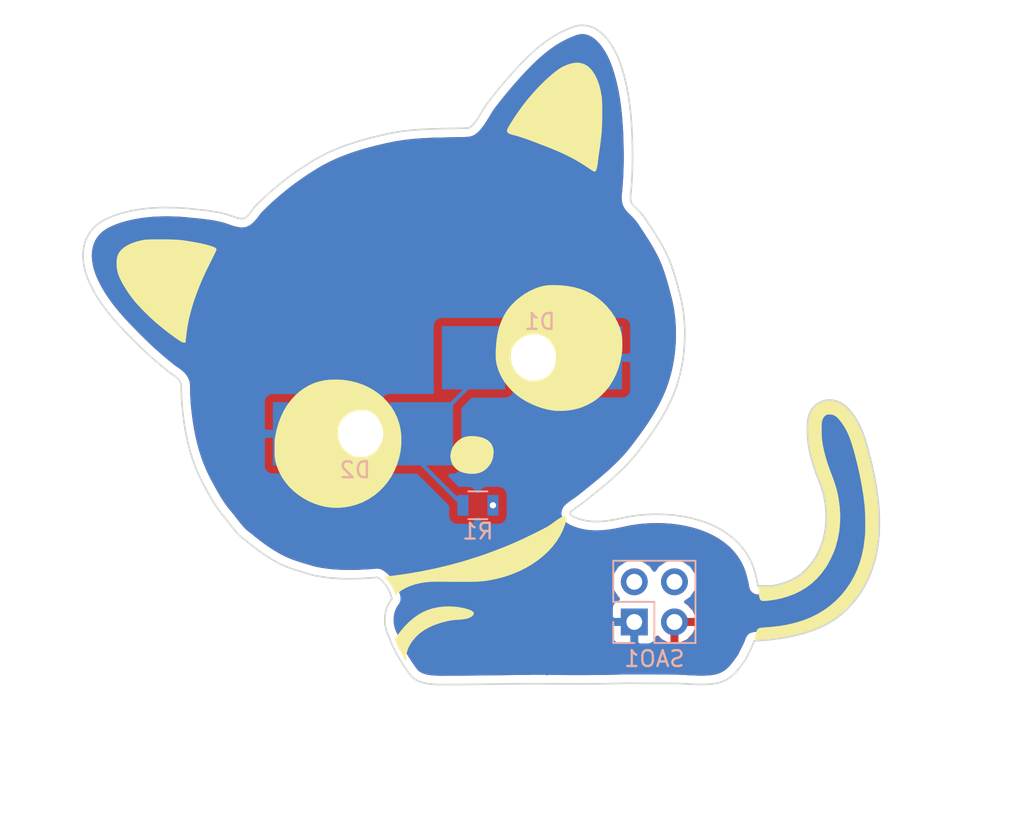
<source format=kicad_pcb>
(kicad_pcb (version 4) (host pcbnew 4.0.7)
  (layers (0 F.Cu signal) (31 B.Cu signal) (34 B.Paste user) (35 F.Paste user) (36 B.SilkS user) (37 F.SilkS user) (38 B.Mask user) (39 F.Mask user) (44 Edge.Cuts user))
  (net 0 "")
  (net 1 +3V3)
  (net 2 "Net-(D1-Pad1)")
  (net 3 GND)
  (net 4 "Net-(SAO1-Pad3)")
  (net 5 "Net-(SAO1-Pad4)")
  (module LOGO (layer F.Cu) (at 44.45 40.64)
    (fp_text reference G*** hide)
    (fp_text value LOGO hide)
  )
  (module LOGO (layer F.Cu) (at 44.45 40.64)
    (fp_text reference G*** hide)
    (fp_text value LOGO hide)
  )
  (module kitty:LED (layer B.Cu) (at 45.32 36.6)
    (fp_text reference D1 (at 2.794 -2.286) (layer B.SilkS) (effects (justify mirror)))
    (fp_text value LED hide)
    (pad 2 smd rect (at 6 0) (size 4 4) (layers B.Cu) (net 1 +3V3))
    (pad 1 smd rect (at 0 0) (size 1.2 2.6) (layers B.Cu B.Paste B.Mask) (net 2 "Net-(D1-Pad1)"))
    (pad 2 smd rect (at 4.8 0) (size 1.2 2.6) (layers B.Cu B.Paste B.Mask) (net 1 +3V3))
    (pad "" np_thru_hole circle (at 2.413 0) (size 2.8 2.8) (drill 2.8) (layers *.Cu *.Mask))
    (pad 1 smd rect (at -1.397 0) (size 4 4) (layers B.Cu) (net 2 "Net-(D1-Pad1)"))
  )
  (module kitty:LED (layer B.Cu) (at 39.23 41.41 180)
    (fp_text reference D2 (at 2.794 -2.286 180) (layer B.SilkS) (effects (justify mirror)))
    (fp_text value LED hide)
    (pad 2 smd rect (at 6 0 180) (size 4 4) (layers B.Cu) (net 1 +3V3))
    (pad 1 smd rect (at 0 0 180) (size 1.2 2.6) (layers B.Cu B.Paste B.Mask) (net 2 "Net-(D1-Pad1)"))
    (pad 2 smd rect (at 4.8 0 180) (size 1.2 2.6) (layers B.Cu B.Paste B.Mask) (net 1 +3V3))
    (pad "" np_thru_hole circle (at 2.413 0 180) (size 2.8 2.8) (drill 2.8) (layers *.Cu *.Mask))
    (pad 1 smd rect (at -1.397 0 180) (size 4 4) (layers B.Cu) (net 2 "Net-(D1-Pad1)"))
  )
  (module Resistors_SMD:R_0805 (layer B.Cu) (at 44.2 45.93)
    (fp_text reference R1 (at 0 1.65) (layer B.SilkS) (effects (justify mirror)))
    (fp_text value 220R)
    (pad 1 smd rect (at -0.95 0) (size 0.7 1.3) (layers B.Cu B.Paste B.Mask) (net 2 "Net-(D1-Pad1)"))
    (pad 2 smd rect (at 0.95 0) (size 0.7 1.3) (layers B.Cu B.Paste B.Mask) (net 3 GND))
  )
  (module Pin_Headers:Pin_Header_Straight_2x02_Pitch2.54mm (layer B.Cu) (at 54.09 53.31)
    (fp_text reference SAO1 (at 1.27 2.33) (layer B.SilkS) (effects (justify mirror)))
    (fp_text value 2x2)
    (pad 1 thru_hole rect (at 0 0) (size 1.7 1.7) (drill 1) (layers *.Cu *.Mask) (net 1 +3V3))
    (pad 2 thru_hole oval (at 2.54 0) (size 1.7 1.7) (drill 1) (layers *.Cu *.Mask) (net 3 GND))
    (pad 3 thru_hole oval (at 0 -2.54) (size 1.7 1.7) (drill 1) (layers *.Cu *.Mask) (net 4 "Net-(SAO1-Pad3)"))
    (pad 4 thru_hole oval (at 2.54 -2.54) (size 1.7 1.7) (drill 1) (layers *.Cu *.Mask) (net 5 "Net-(SAO1-Pad4)"))
  )
  (module kitty:p_logo_5_copper (layer F.Cu) (at 48.57 54.21)
    (fp_text reference "" (at 0 0) (layer F.SilkS))
    (fp_text value "" (at 0 0) (layer F.SilkS))
    (fp_poly (pts (xy 0.013409 -2.469379) (xy 0.029613 -2.46281) (xy 0.03481 -2.459874) (xy 0.03768 -2.457361) (xy 0.044395 -2.450988) (xy 0.054822 -2.440888) (xy 0.068828 -2.427193) (xy 0.08628 -2.410036) (xy 0.107046 -2.389551) (xy 0.130994 -2.365869) (xy 0.157989 -2.339125) (xy 0.1879 -2.30945) (xy 0.220594 -2.276979) (xy 0.255937 -2.241842) (xy 0.293798 -2.204175) (xy 0.334043 -2.164109) (xy 0.37654 -2.121776) (xy 0.421155 -2.077311) (xy 0.467757 -2.030847) (xy 0.516212 -1.982514) (xy 0.566387 -1.932448) (xy 0.618151 -1.88078) (xy 0.671369 -1.827644) (xy 0.72591 -1.773172) (xy 0.781641 -1.717498) (xy 0.838428 -1.660753) (xy 0.896139 -1.603072) (xy 0.954641 -1.544586) (xy 1.013802 -1.485429) (xy 1.073489 -1.425734) (xy 1.133569 -1.365633) (xy 1.193909 -1.30526) (xy 1.254376 -1.244747) (xy 1.314838 -1.184227) (xy 1.375162 -1.123833) (xy 1.435215 -1.063698) (xy 1.494864 -1.003954) (xy 1.553977 -0.944736) (xy 1.612421 -0.886175) (xy 1.670063 -0.828404) (xy 1.726771 -0.771557) (xy 1.782411 -0.715765) (xy 1.836851 -0.661163) (xy 1.889958 -0.607883) (xy 1.941599 -0.556057) (xy 1.991642 -0.505819) (xy 2.039953 -0.457302) (xy 2.086401 -0.410638) (xy 2.130852 -0.36596) (xy 2.173173 -0.323401) (xy 2.213232 -0.283095) (xy 2.250896 -0.245173) (xy 2.286033 -0.20977) (xy 2.318508 -0.177016) (xy 2.348191 -0.147047) (xy 2.374947 -0.119994) (xy 2.398644 -0.09599) (xy 2.41915 -0.075168) (xy 2.436332 -0.057662) (xy 2.450056 -0.043603) (xy 2.460191 -0.033125) (xy 2.466603 -0.026361) (xy 2.469159 -0.023443) (xy 2.469186 -0.023396) (xy 2.47428 -0.007137) (xy 2.474618 0.010346) (xy 2.470214 0.02726) (xy 2.468739 0.030471) (xy 2.46719 0.032488) (xy 2.463455 0.036668) (xy 2.45747 0.043072) (xy 2.449172 0.051766) (xy 2.438498 0.062812) (xy 2.425385 0.076274) (xy 2.409768 0.092216) (xy 2.391584 0.110702) (xy 2.370771 0.131795) (xy 2.347263 0.155559) (xy 2.320999 0.182057) (xy 2.291915 0.211354) (xy 2.259947 0.243513) (xy 2.225031 0.278597) (xy 2.187105 0.31667) (xy 2.146104 0.357797) (xy 2.101966 0.40204) (xy 2.054627 0.449463) (xy 2.004024 0.500131) (xy 1.950093 0.554105) (xy 1.89277 0.611452) (xy 1.831992 0.672233) (xy 1.767697 0.736512) (xy 1.699819 0.804354) (xy 1.628297 0.875822) (xy 1.553066 0.95098) (xy 1.474063 1.02989) (xy 1.391225 1.112618) (xy 1.304488 1.199226) (xy 1.250827 1.252802) (xy 1.181361 1.322147) (xy 1.112859 1.390516) (xy 1.045431 1.457801) (xy 0.979186 1.523891) (xy 0.914234 1.588677) (xy 0.850684 1.65205) (xy 0.788647 1.713902) (xy 0.728232 1.774123) (xy 0.66955 1.832603) (xy 0.612709 1.889233) (xy 0.55782 1.943905) (xy 0.504992 1.996509) (xy 0.454336 2.046935) (xy 0.40596 2.095075) (xy 0.359976 2.14082) (xy 0.316491 2.184059) (xy 0.275617 2.224685) (xy 0.237464 2.262587) (xy 0.20214 2.297657) (xy 0.169755 2.329785) (xy 0.14042 2.358862) (xy 0.114244 2.384779) (xy 0.091337 2.407427) (xy 0.071809 2.426696) (xy 0.05577 2.442478) (xy 0.043328 2.454662) (xy 0.034595 2.46314) (xy 0.02968 2.467803) (xy 0.028612 2.468722) (xy 0.01432 2.474632) (xy -0.001103 2.476739) (xy -0.015455 2.474781) (xy -0.017258 2.474166) (xy -0.02663 2.469863) (xy -0.035295 2.464665) (xy -0.035602 2.464443) (xy -0.038049 2.462123) (xy -0.044376 2.45592) (xy -0.054474 2.445942) (xy -0.068234 2.4323) (xy -0.085546 2.415103) (xy -0.1063 2.39446) (xy -0.130387 2.37048) (xy -0.157697 2.343273) (xy -0.188122 2.312948) (xy -0.221551 2.279614) (xy -0.257874 2.243381) (xy -0.296984 2.204359) (xy -0.338769 2.162655) (xy -0.383121 2.11838) (xy -0.42993 2.071643) (xy -0.479086 2.022553) (xy -0.530481 1.97122) (xy -0.584004 1.917753) (xy -0.639546 1.862261) (xy -0.696997 1.804854) (xy -0.756249 1.74564) (xy -0.817191 1.68473) (xy -0.879714 1.622232) (xy -0.943709 1.558256) (xy -0.998477 1.503498) (xy -0.458521 1.503498) (xy -0.454184 1.520884) (xy -0.450597 1.528413) (xy -0.447913 1.532226) (xy -0.442658 1.538483) (xy -0.434698 1.547324) (xy -0.423896 1.558891) (xy -0.410115 1.573322) (xy -0.39322 1.590759) (xy -0.373073 1.61134) (xy -0.34954 1.635206) (xy -0.322483 1.662497) (xy -0.291766 1.693353) (xy -0.257253 1.727914) (xy -0.229143 1.756005) (xy -0.200096 1.784963) (xy -0.172032 1.812855) (xy -0.145223 1.839413) (xy -0.119944 1.864371) (xy -0.096468 1.88746) (xy -0.075068 1.908415) (xy -0.056019 1.926967) (xy -0.039594 1.942849) (xy -0.026066 1.955794) (xy -0.01571 1.965534) (xy -0.008798 1.971802) (xy -0.005644 1.974313) (xy 0.010863 1.980837) (xy 0.026236 1.98257) (xy 0.04204 1.979529) (xy 0.053622 1.974839) (xy 0.05709 1.97261) (xy 0.062653 1.968147) (xy 0.070492 1.961279) (xy 0.080784 1.951832) (xy 0.093709 1.939634) (xy 0.109446 1.924514) (xy 0.128174 1.906298) (xy 0.150072 1.884814) (xy 0.175318 1.859889) (xy 0.204093 1.831352) (xy 0.236574 1.799029) (xy 0.250418 1.785227) (xy 0.282068 1.753644) (xy 0.309955 1.725774) (xy 0.334327 1.701362) (xy 0.355428 1.680147) (xy 0.373508 1.661873) (xy 0.388812 1.646281) (xy 0.401587 1.633114) (xy 0.412081 1.622114) (xy 0.42054 1.613022) (xy 0.427212 1.60558) (xy 0.432342 1.599531) (xy 0.436179 1.594617) (xy 0.438968 1.590579) (xy 0.440957 1.58716) (xy 0.441956 1.585108) (xy 0.447502 1.567536) (xy 0.447705 1.550513) (xy 0.442559 1.532928) (xy 0.441732 1.531055) (xy 0.4389 1.527224) (xy 0.432356 1.519763) (xy 0.422419 1.508993) (xy 0.409409 1.495233) (xy 0.393646 1.478804) (xy 0.37545 1.460025) (xy 0.35514 1.439216) (xy 0.333036 1.416697) (xy 0.309459 1.392788) (xy 0.284729 1.367809) (xy 0.259164 1.342079) (xy 0.233086 1.315919) (xy 0.206814 1.289649) (xy 0.180667 1.263588) (xy 0.154967 1.238057) (xy 0.130032 1.213374) (xy 0.106183 1.189861) (xy 0.083739 1.167837) (xy 0.06302 1.147622) (xy 0.044347 1.129535) (xy 0.028039 1.113897) (xy 0.014416 1.101028) (xy 0.003798 1.091247) (xy -0.003495 1.084875) (xy -0.007055 1.082268) (xy -0.024826 1.076573) (xy -0.04197 1.076248) (xy -0.059576 1.081289) (xy -0.061108 1.081956) (xy -0.064235 1.083513) (xy -0.067765 1.085668) (xy -0.071956 1.088668) (xy -0.077067 1.092761) (xy -0.083357 1.098195) (xy -0.091082 1.105219) (xy -0.100503 1.114081) (xy -0.111877 1.12503) (xy -0.125463 1.138313) (xy -0.14152 1.154178) (xy -0.160305 1.172874) (xy -0.182077 1.19465) (xy -0.207095 1.219753) (xy -0.235617 1.248431) (xy -0.260514 1.273494) (xy -0.287352 1.300573) (xy -0.313166 1.326727) (xy -0.337663 1.351649) (xy -0.360548 1.375035) (xy -0.381527 1.396582) (xy -0.400304 1.415985) (xy -0.416586 1.432939) (xy -0.430079 1.447141) (xy -0.440487 1.458286) (xy -0.447516 1.466069) (xy -0.450872 1.470186) (xy -0.450967 1.470338) (xy -0.45745 1.486439) (xy -0.458521 1.503498) (xy -0.998477 1.503498) (xy -1.009066 1.492912) (xy -1.075675 1.426307) (xy -1.143428 1.358553) (xy -1.212214 1.289758) (xy -1.252244 1.249719) (xy -1.338546 1.163392) (xy -1.420931 1.080973) (xy -1.499481 1.002382) (xy -1.574274 0.927538) (xy -1.645391 0.856363) (xy -1.71291 0.788775) (xy -1.776911 0.724694) (xy -1.837473 0.664042) (xy -1.894676 0.606738) (xy -1.9486 0.552701) (xy -1.999324 0.501853) (xy -2.046927 0.454113) (xy -2.091489 0.409401) (xy -2.12747 0.373278) (xy -1.576757 0.373278) (xy -1.576346 0.39145) (xy -1.571765 0.4064) (xy -1.570141 0.408978) (xy -1.566804 0.413188) (xy -1.561605 0.419185) (xy -1.554395 0.427121) (xy -1.545024 0.437148) (xy -1.533342 0.449421) (xy -1.519199 0.464093) (xy -1.502446 0.481316) (xy -1.482933 0.501244) (xy -1.46051 0.52403) (xy -1.435028 0.549827) (xy -1.406338 0.578789) (xy -1.374288 0.611068) (xy -1.338731 0.646818) (xy -1.299515 0.686192) (xy -1.256492 0.729342) (xy -1.242213 0.743655) (xy -1.205957 0.78) (xy -1.170406 0.815648) (xy -1.135801 0.850359) (xy -1.102383 0.883889) (xy -1.070394 0.915998) (xy -1.040073 0.946442) (xy -1.011662 0.97498) (xy -0.985402 1.00137) (xy -0.961534 1.025369) (xy -0.940297 1.046736) (xy -0.921935 1.065228) (xy -0.906686 1.080604) (xy -0.894793 1.092622) (xy -0.886496 1.101039) (xy -0.883236 1.104371) (xy -0.870589 1.117139) (xy -0.858025 1.129398) (xy -0.84657 1.140177) (xy -0.837251 1.148504) (xy -0.832555 1.152349) (xy -0.82462 1.158667) (xy -0.818678 1.163917) (xy -0.816003 1.166972) (xy -0.815997 1.166989) (xy -0.813732 1.169775) (xy -0.80787 1.17609) (xy -0.798841 1.185503) (xy -0.787074 1.197588) (xy -0.772998 1.211915) (xy -0.757043 1.228057) (xy -0.739637 1.245584) (xy -0.721211 1.264069) (xy -0.702193 1.283083) (xy -0.683014 1.302198) (xy -0.664102 1.320986) (xy -0.645886 1.339018) (xy -0.628796 1.355866) (xy -0.613262 1.371101) (xy -0.599713 1.384296) (xy -0.588578 1.395021) (xy -0.580286 1.402849) (xy -0.575267 1.407352) (xy -0.574322 1.408091) (xy -0.556956 1.417753) (xy -0.540295 1.421965) (xy -0.523813 1.420785) (xy -0.5091 1.415364) (xy -0.505981 1.412815) (xy -0.499028 1.406419) (xy -0.488391 1.396323) (xy -0.47422 1.382679) (xy -0.456666 1.365635) (xy -0.435878 1.345343) (xy -0.412006 1.32195) (xy -0.385201 1.295608) (xy -0.355613 1.266466) (xy -0.323391 1.234675) (xy -0.288686 1.200382) (xy -0.251647 1.16374) (xy -0.212426 1.124896) (xy -0.171172 1.084002) (xy -0.128035 1.041207) (xy -0.083165 0.996661) (xy -0.036712 0.950513) (xy 0.011173 0.902914) (xy 0.060341 0.854012) (xy 0.110641 0.803959) (xy 0.161924 0.752904) (xy 0.214039 0.700996) (xy 0.266836 0.648386) (xy 0.320165 0.595222) (xy 0.373877 0.541656) (xy 0.42782 0.487837) (xy 0.481845 0.433915) (xy 0.535802 0.380039) (xy 0.58954 0.326359) (xy 0.64291 0.273025) (xy 0.695762 0.220187) (xy 0.747945 0.167995) (xy 0.799309 0.116598) (xy 0.849705 0.066147) (xy 0.898982 0.016791) (xy 0.94699 -0.03132) (xy 0.993578 -0.078037) (xy 1.038598 -0.123209) (xy 1.081899 -0.166687) (xy 1.12333 -0.20832) (xy 1.162742 -0.24796) (xy 1.199984 -0.285455) (xy 1.234907 -0.320657) (xy 1.26736 -0.353416) (xy 1.297194 -0.383582) (xy 1.324258 -0.411004) (xy 1.348402 -0.435534) (xy 1.369476 -0.457021) (xy 1.38733 -0.475316) (xy 1.401813 -0.490268) (xy 1.412777 -0.501729) (xy 1.42007 -0.509547) (xy 1.423543 -0.513574) (xy 1.423769 -0.513916) (xy 1.430653 -0.531789) (xy 1.432325 -0.550218) (xy 1.428758 -0.568162) (xy 1.42547 -0.575734) (xy 1.422713 -0.579202) (xy 1.41615 -0.586426) (xy 1.405993 -0.597195) (xy 1.392451 -0.6113) (xy 1.375734 -0.628532) (xy 1.356054 -0.64868) (xy 1.333619 -0.671535) (xy 1.308641 -0.696888) (xy 1.281329 -0.724528) (xy 1.251894 -0.754247) (xy 1.220546 -0.785834) (xy 1.187496 -0.81908) (xy 1.152953 -0.853776) (xy 1.117128 -0.889711) (xy 1.08023 -0.926676) (xy 1.042471 -0.964462) (xy 1.004061 -1.002858) (xy 0.965209 -1.041655) (xy 0.926126 -1.080644) (xy 0.887022 -1.119615) (xy 0.848108 -1.158358) (xy 0.809594 -1.196664) (xy 0.771689 -1.234323) (xy 0.734605 -1.271125) (xy 0.698551 -1.30686) (xy 0.663738 -1.34132) (xy 0.630376 -1.374295) (xy 0.598674 -1.405574) (xy 0.568845 -1.434948) (xy 0.541096 -1.462208) (xy 0.51564 -1.487144) (xy 0.492686 -1.509546) (xy 0.472444 -1.529205) (xy 0.455125 -1.545911) (xy 0.440939 -1.559454) (xy 0.430095 -1.569625) (xy 0.422805 -1.576214) (xy 0.419279 -1.579012) (xy 0.419252 -1.579026) (xy 0.401498 -1.585207) (xy 0.383842 -1.585745) (xy 0.366316 -1.58064) (xy 0.361672 -1.578328) (xy 0.358343 -1.575617) (xy 0.351216 -1.569084) (xy 0.340468 -1.558907) (xy 0.326273 -1.54526) (xy 0.308808 -1.528319) (xy 0.288247 -1.508258) (xy 0.264766 -1.485254) (xy 0.23854 -1.459481) (xy 0.209746 -1.431114) (xy 0.178559 -1.40033) (xy 0.145154 -1.367303) (xy 0.109706 -1.332208) (xy 0.072392 -1.295222) (xy 0.033387 -1.256519) (xy -0.007135 -1.216274) (xy -0.048996 -1.174663) (xy -0.092022 -1.131861) (xy -0.136038 -1.088043) (xy -0.180867 -1.043385) (xy -0.226335 -0.998062) (xy -0.272265 -0.95225) (xy -0.318482 -0.906122) (xy -0.364811 -0.859856) (xy -0.411076 -0.813626) (xy -0.457102 -0.767608) (xy -0.502713 -0.721976) (xy -0.547733 -0.676907) (xy -0.591988 -0.632574) (xy -0.635301 -0.589155) (xy -0.677497 -0.546823) (xy -0.718401 -0.505755) (xy -0.757837 -0.466125) (xy -0.79563 -0.428109) (xy -0.831603 -0.391883) (xy -0.865582 -0.35762) (xy -0.897391 -0.325498) (xy -0.926855 -0.295691) (xy -0.953797 -0.268374) (xy -0.978043 -0.243722) (xy -0.999417 -0.221912) (xy -1.017743 -0.203118) (xy -1.032846 -0.187515) (xy -1.044551 -0.17528) (xy -1.052682 -0.166586) (xy -1.057063 -0.16161) (xy -1.057776 -0.160607) (xy -1.063135 -0.143293) (xy -1.063082 -0.125263) (xy -1.057852 -0.10792) (xy -1.054408 -0.102822) (xy -1.047314 -0.094263) (xy -1.037006 -0.082677) (xy -1.023919 -0.068499) (xy -1.008487 -0.052164) (xy -0.991144 -0.034108) (xy -0.972325 -0.014765) (xy -0.952465 0.00543) (xy -0.931998 0.026041) (xy -0.911359 0.046635) (xy -0.890982 0.066774) (xy -0.871302 0.086025) (xy -0.852754 0.103953) (xy -0.835772 0.120122) (xy -0.820791 0.134098) (xy -0.808245 0.145445) (xy -0.798569 0.153729) (xy -0.792197 0.158514) (xy -0.791021 0.159189) (xy -0.772921 0.165327) (xy -0.754756 0.165861) (xy -0.736816 0.160783) (xy -0.7366 0.160686) (xy -0.734418 0.15928) (xy -0.730704 0.156286) (xy -0.725333 0.151583) (xy -0.718179 0.145045) (xy -0.709117 0.13655) (xy -0.698021 0.125974) (xy -0.684766 0.113192) (xy -0.669227 0.098082) (xy -0.651278 0.080521) (xy -0.630794 0.060383) (xy -0.60765 0.037546) (xy -0.58172 0.011886) (xy -0.552878 -0.016721) (xy -0.521 -0.048397) (xy -0.48596 -0.083268) (xy -0.447632 -0.121456) (xy -0.405892 -0.163086) (xy -0.360613 -0.20828) (xy -0.311671 -0.257162) (xy -0.25894 -0.309856) (xy -0.229301 -0.339484) (xy 0.265298 -0.833954) (xy 0.472019 -0.627233) (xy 0.678739 -0.420512) (xy 0.134056 0.124177) (xy 0.087685 0.170539) (xy 0.042345 0.215851) (xy -0.001801 0.259953) (xy -0.044592 0.302681) (xy -0.085863 0.343875) (xy -0.125454 0.383372) (xy -0.1632 0.42101) (xy -0.19894 0.456628) (xy -0.23251 0.490064) (xy -0.263749 0.521156) (xy -0.292493 0.549742) (xy -0.31858 0.57566) (xy -0.341848 0.598748) (xy -0.362133 0.618845) (xy -0.379273 0.635789) (xy -0.393106 0.649418) (xy -0.403468 0.659569) (xy -0.410198 0.666082) (xy -0.413132 0.668794) (xy -0.413247 0.668866) (xy -0.415485 0.666899) (xy -0.4215 0.661134) (xy -0.431089 0.651772) (xy -0.444047 0.639018) (xy -0.46017 0.623074) (xy -0.479256 0.604143) (xy -0.5011 0.582428) (xy -0.525499 0.558132) (xy -0.552248 0.531458) (xy -0.581145 0.502609) (xy -0.611984 0.471788) (xy -0.644563 0.439197) (xy -0.678678 0.40504) (xy -0.714125 0.36952) (xy -0.7507 0.33284) (xy -0.763205 0.320292) (xy -0.807707 0.275627) (xy -0.848403 0.234783) (xy -0.885475 0.19759) (xy -0.919109 0.163876) (xy -0.949488 0.133472) (xy -0.976796 0.106206) (xy -1.001218 0.081908) (xy -1.022937 0.060408) (xy -1.042138 0.041535) (xy -1.059003 0.025118) (xy -1.073719 0.010987) (xy -1.086468 -0.001029) (xy -1.097434 -0.0111) (xy -1.106802 -0.019396) (xy -1.114756 -0.02609) (xy -1.121479 -0.03135) (xy -1.127156 -0.035348) (xy -1.131971 -0.038254) (xy -1.136108 -0.040238) (xy -1.139751 -0.041472) (xy -1.143083 -0.042126) (xy -1.14629 -0.042371) (xy -1.149554 -0.042376) (xy -1.15306 -0.042313) (xy -1.15444 -0.042306) (xy -1.158875 -0.04226) (xy -1.163068 -0.041949) (xy -1.167282 -0.041141) (xy -1.171778 -0.039606) (xy -1.176817 -0.037113) (xy -1.182661 -0.033432) (xy -1.189572 -0.028332) (xy -1.197811 -0.021582) (xy -1.207638 -0.012951) (xy -1.219317 -0.00221) (xy -1.233108 0.010873) (xy -1.249272 0.026529) (xy -1.268072 0.044988) (xy -1.289769 0.066481) (xy -1.314623 0.091239) (xy -1.342897 0.119492) (xy -1.374853 0.151471) (xy -1.380642 0.157266) (xy -1.414003 0.190699) (xy -1.443539 0.220375) (xy -1.469445 0.246499) (xy -1.491918 0.269275) (xy -1.511155 0.288906) (xy -1.527352 0.305597) (xy -1.540705 0.319551) (xy -1.551411 0.330973) (xy -1.559667 0.340065) (xy -1.565669 0.347032) (xy -1.569613 0.352078) (xy -1.571696 0.355406) (xy -1.571786 0.3556) (xy -1.576757 0.373278) (xy -2.12747 0.373278) (xy -2.133089 0.367637) (xy -2.171807 0.328741) (xy -2.207722 0.292633) (xy -2.240914 0.259234) (xy -2.271462 0.228463) (xy -2.299446 0.200241) (xy -2.324945 0.174487) (xy -2.348039 0.151121) (xy -2.368807 0.130064) (xy -2.387329 0.111235) (xy -2.403683 0.094556) (xy -2.417951 0.079944) (xy -2.43021 0.067322) (xy -2.440541 0.056608) (xy -2.449023 0.047723) (xy -2.455735 0.040587) (xy -2.460757 0.03512) (xy -2.464169 0.031241) (xy -2.46605 0.028872) (xy -2.466444 0.028222) (xy -2.471502 0.01047) (xy -2.471448 0.008719) (xy -1.955061 0.008719) (xy -1.950728 0.025823) (xy -1.948917 0.030064) (xy -1.94686 0.034066) (xy -1.944016 0.038561) (xy -1.940066 0.043893) (xy -1.934689 0.050406) (xy -1.927565 0.058445) (xy -1.918375 0.068354) (xy -1.906797 0.080479) (xy -1.892513 0.095163) (xy -1.875202 0.112751) (xy -1.854544 0.133587) (xy -1.830219 0.158017) (xy -1.827935 0.160308) (xy -1.801173 0.187103) (xy -1.778039 0.210164) (xy -1.758208 0.229788) (xy -1.741354 0.246272) (xy -1.727155 0.259913) (xy -1.715286 0.271008) (xy -1.705421 0.279854) (xy -1.697238 0.286748) (xy -1.69041 0.291987) (xy -1.684616 0.295867) (xy -1.679528 0.298686) (xy -1.674825 0.30074) (xy -1.674308 0.300935) (xy -1.659887 0.303764) (xy -1.643794 0.302874) (xy -1.628368 0.298518) (xy -1.621939 0.2953) (xy -1.618238 0.292296) (xy -1.610861 0.285581) (xy -1.600111 0.275446) (xy -1.586287 0.262188) (xy -1.569691 0.246099) (xy -1.550623 0.227474) (xy -1.529385 0.206607) (xy -1.506277 0.183791) (xy -1.4816 0.159322) (xy -1.455656 0.133492) (xy -1.428745 0.106595) (xy -1.426058 0.103904) (xy -1.393828 0.071614) (xy -1.365353 0.043053) (xy -1.3404 0.017958) (xy -1.318736 -0.003937) (xy -1.300129 -0.022897) (xy -1.284346 -0.039187) (xy -1.271155 -0.053071) (xy -1.260321 -0.064816) (xy -1.251613 -0.074684) (xy -1.244799 -0.082943) (xy -1.239645 -0.089856) (xy -1.235918 -0.095688) (xy -1.233386 -0.100705) (xy -1.231817 -0.105171) (xy -1.230977 -0.109351) (xy -1.230634 -0.113511) (xy -1.230555 -0.117915) (xy -1.230551 -0.118685) (xy -1.230656 -0.124018) (xy -1.231211 -0.129077) (xy -1.232494 -0.134191) (xy -1.23478 -0.139692) (xy -1.238348 -0.145909) (xy -1.243474 -0.153173) (xy -1.250436 -0.161816) (xy -1.259512 -0.172166) (xy -1.270978 -0.184554) (xy -1.285112 -0.199312) (xy -1.30219 -0.216769) (xy -1.322491 -0.237256) (xy -1.346292 -0.261104) (xy -1.369394 -0.284178) (xy -1.39611 -0.310819) (xy -1.419177 -0.333742) (xy -1.438928 -0.353224) (xy -1.455699 -0.369546) (xy -1.469824 -0.382987) (xy -1.481638 -0.393825) (xy -1.491474 -0.402342) (xy -1.499667 -0.408814) (xy -1.506552 -0.413523) (xy -1.512464 -0.416748) (xy -1.517736 -0.418767) (xy -1.522702 -0.41986) (xy -1.527699 -0.420307) (xy -1.532466 -0.420388) (xy -1.536882 -0.42035) (xy -1.54102 -0.420083) (xy -1.545142 -0.419354) (xy -1.549514 -0.417931) (xy -1.554397 -0.415584) (xy -1.560056 -0.41208) (xy -1.566754 -0.407187) (xy -1.574754 -0.400673) (xy -1.58432 -0.392307) (xy -1.595715 -0.381858) (xy -1.609203 -0.369092) (xy -1.625046 -0.353779) (xy -1.643509 -0.335686) (xy -1.664855 -0.314582) (xy -1.689347 -0.290236) (xy -1.717248 -0.262414) (xy -1.748823 -0.230886) (xy -1.756202 -0.223516) (xy -1.791134 -0.188578) (xy -1.82216 -0.157443) (xy -1.849418 -0.12997) (xy -1.873043 -0.106018) (xy -1.893169 -0.08545) (xy -1.909932 -0.068124) (xy -1.923468 -0.053901) (xy -1.933913 -0.042641) (xy -1.941401 -0.034204) (xy -1.946069 -0.028451) (xy -1.947862 -0.025687) (xy -1.954113 -0.008089) (xy -1.955061 0.008719) (xy -2.471448 0.008719) (xy -2.470945 -0.007541) (xy -2.465535 -0.023989) (xy -2.464502 -0.025547) (xy -2.462311 -0.028239) (xy -2.458875 -0.03215) (xy -2.45411 -0.037368) (xy -2.44793 -0.043978) (xy -2.440249 -0.052065) (xy -2.430983 -0.061716) (xy -2.420045 -0.073017) (xy -2.40735 -0.086054) (xy -2.392812 -0.100913) (xy -2.376346 -0.11768) (xy -2.357867 -0.136441) (xy -2.337289 -0.157281) (xy -2.314527 -0.180288) (xy -2.289494 -0.205546) (xy -2.262106 -0.233142) (xy -2.232277 -0.263162) (xy -2.199921 -0.295692) (xy -2.164953 -0.330818) (xy -2.127288 -0.368625) (xy -2.08684 -0.409201) (xy -2.043523 -0.45263) (xy -1.997252 -0.498999) (xy -1.992095 -0.504165) (xy -1.439957 -0.504165) (xy -1.435757 -0.486827) (xy -1.43385 -0.4826) (xy -1.43051 -0.477721) (xy -1.423748 -0.46963) (xy -1.413471 -0.45823) (xy -1.399582 -0.443419) (xy -1.381986 -0.425097) (xy -1.36059 -0.403165) (xy -1.335298 -0.377523) (xy -1.30852 -0.350582) (xy -1.286811 -0.32886) (xy -1.266032 -0.30817) (xy -1.246568 -0.288889) (xy -1.228804 -0.271394) (xy -1.213125 -0.256062) (xy -1.199916 -0.24327) (xy -1.189563 -0.233393) (xy -1.182449 -0.226809) (xy -1.17913 -0.224005) (xy -1.166203 -0.216547) (xy -1.152657 -0.211256) (xy -1.140732 -0.208992) (xy -1.139975 -0.208969) (xy -1.133025 -0.20978) (xy -1.123614 -0.211981) (xy -1.118808 -0.213435) (xy -1.116179 -0.214479) (xy -1.113146 -0.216115) (xy -1.109455 -0.218584) (xy -1.104851 -0.222128) (xy -1.09908 -0.226988) (xy -1.09189 -0.233407) (xy -1.083025 -0.241625) (xy -1.072232 -0.251886) (xy -1.059257 -0.264429) (xy -1.043846 -0.279497) (xy -1.025744 -0.297332) (xy -1.004699 -0.318174) (xy -0.980455 -0.342267) (xy -0.95276 -0.369851) (xy -0.921358 -0.401168) (xy -0.918128 -0.404392) (xy -0.882086 -0.44041) (xy -0.849999 -0.472593) (xy -0.821774 -0.501037) (xy -0.797315 -0.525841) (xy -0.776529 -0.5471) (xy -0.759322 -0.564911) (xy -0.7456 -0.579372) (xy -0.735267 -0.59058) (xy -0.728232 -0.598631) (xy -0.724398 -0.603623) (xy -0.723939 -0.604385) (xy -0.717718 -0.620413) (xy -0.716414 -0.631843) (xy -0.716447 -0.637617) (xy -0.716826 -0.642936) (xy -0.717831 -0.648138) (xy -0.719739 -0.653561) (xy -0.722831 -0.659544) (xy -0.727385 -0.666424) (xy -0.73368 -0.67454) (xy -0.741996 -0.684229) (xy -0.752611 -0.695831) (xy -0.765804 -0.709683) (xy -0.781854 -0.726122) (xy -0.80104 -0.745488) (xy -0.823642 -0.768119) (xy -0.849937 -0.794352) (xy -0.853098 -0.797503) (xy -0.881247 -0.825495) (xy -0.905677 -0.849639) (xy -0.926602 -0.870137) (xy -0.944233 -0.887191) (xy -0.958784 -0.901003) (xy -0.970468 -0.911774) (xy -0.979498 -0.919706) (xy -0.986087 -0.925002) (xy -0.990447 -0.927863) (xy -0.990785 -0.928031) (xy -1.007999 -0.933215) (xy -1.026206 -0.933377) (xy -1.043808 -0.928506) (xy -1.044222 -0.928321) (xy -1.048403 -0.925337) (xy -1.056176 -0.918656) (xy -1.067192 -0.908625) (xy -1.081104 -0.895592) (xy -1.097566 -0.879903) (xy -1.11623 -0.861906) (xy -1.136749 -0.841946) (xy -1.158775 -0.820372) (xy -1.181962 -0.79753) (xy -1.205961 -0.773767) (xy -1.230427 -0.74943) (xy -1.25501 -0.724866) (xy -1.279365 -0.700422) (xy -1.303144 -0.676444) (xy -1.326 -0.65328) (xy -1.347584 -0.631277) (xy -1.367551 -0.610782) (xy -1.385553 -0.592141) (xy -1.401243 -0.575701) (xy -1.414273 -0.56181) (xy -1.424296 -0.550815) (xy -1.430965 -0.543061) (xy -1.433862 -0.539045) (xy -1.439325 -0.522166) (xy -1.439957 -0.504165) (xy -1.992095 -0.504165) (xy -1.947942 -0.548394) (xy -1.895507 -0.6009) (xy -1.839861 -0.656604) (xy -1.780919 -0.715593) (xy -1.718596 -0.777951) (xy -1.652805 -0.843764) (xy -1.583463 -0.91312) (xy -1.510482 -0.986103) (xy -1.472114 -1.024467) (xy -0.925634 -1.024467) (xy -0.925515 -1.018605) (xy -0.924971 -1.013119) (xy -0.923722 -1.007671) (xy -0.92149 -1.00192) (xy -0.917993 -0.995526) (xy -0.912952 -0.988148) (xy -0.906087 -0.979446) (xy -0.897118 -0.969081) (xy -0.885765 -0.956711) (xy -0.871749 -0.941997) (xy -0.85479 -0.924598) (xy -0.834607 -0.904175) (xy -0.810921 -0.880387) (xy -0.789345 -0.858788) (xy -0.762177 -0.831669) (xy -0.738692 -0.808362) (xy -0.718639 -0.788629) (xy -0.70177 -0.772234) (xy -0.687834 -0.758939) (xy -0.676581 -0.748508) (xy -0.66776 -0.740703) (xy -0.661123 -0.735288) (xy -0.65642 -0.732024) (xy -0.654755 -0.731144) (xy -0.636791 -0.726023) (xy -0.617983 -0.72592) (xy -0.599955 -0.730804) (xy -0.596748 -0.732295) (xy -0.592206 -0.735575) (xy -0.5841 -0.742538) (xy -0.57278 -0.752835) (xy -0.558591 -0.766119) (xy -0.541882 -0.782042) (xy -0.522999 -0.800256) (xy -0.502291 -0.820413) (xy -0.480104 -0.842166) (xy -0.456787 -0.865167) (xy -0.432685 -0.889069) (xy -0.408148 -0.913522) (xy -0.383522 -0.93818) (xy -0.359154 -0.962695) (xy -0.335392 -0.986719) (xy -0.312584 -1.009904) (xy -0.291077 -1.031903) (xy -0.271217 -1.052367) (xy -0.253354 -1.070949) (xy -0.237833 -1.087302) (xy -0.225003 -1.101077) (xy -0.21521 -1.111927) (xy -0.208803 -1.119503) (xy -0.206214 -1.123245) (xy -0.201029 -1.140863) (xy -0.201479 -1.158188) (xy -0.207567 -1.175292) (xy -0.208139 -1.176363) (xy -0.211642 -1.181147) (xy -0.218729 -1.189449) (xy -0.228965 -1.200826) (xy -0.241915 -1.214834) (xy -0.257145 -1.231028) (xy -0.27422 -1.248964) (xy -0.292704 -1.268197) (xy -0.312162 -1.288284) (xy -0.332161 -1.30878) (xy -0.352264 -1.32924) (xy -0.372038 -1.349221) (xy -0.391047 -1.368278) (xy -0.408856 -1.385967) (xy -0.425031 -1.401843) (xy -0.439136 -1.415463) (xy -0.450737 -1.426381) (xy -0.459399 -1.434155) (xy -0.464324 -1.438096) (xy -0.475357 -1.444725) (xy -0.48578 -1.448319) (xy -0.496269 -1.449831) (xy -0.501338 -1.450296) (xy -0.505964 -1.450566) (xy -0.510415 -1.450414) (xy -0.514954 -1.449613) (xy -0.519846 -1.447938) (xy -0.525357 -1.445161) (xy -0.531751 -1.441057) (xy -0.539294 -1.435399) (xy -0.548249 -1.427961) (xy -0.558884 -1.418516) (xy -0.571461 -1.406838) (xy -0.586247 -1.392701) (xy -0.603506 -1.375878) (xy -0.623503 -1.356142) (xy -0.646503 -1.333268) (xy -0.672772 -1.307029) (xy -0.702573 -1.277199) (xy -0.72727 -1.252466) (xy -0.75976 -1.219924) (xy -0.788494 -1.191113) (xy -0.813701 -1.165765) (xy -0.835613 -1.143617) (xy -0.854461 -1.124402) (xy -0.870476 -1.107856) (xy -0.883888 -1.093713) (xy -0.894927 -1.081708) (xy -0.903826 -1.071575) (xy -0.910814 -1.06305) (xy -0.916123 -1.055866) (xy -0.919984 -1.04976) (xy -0.922626 -1.044464) (xy -0.924281 -1.039715) (xy -0.92518 -1.035247) (xy -0.925554 -1.030794) (xy -0.925633 -1.026091) (xy -0.925634 -1.024467) (xy -1.472114 -1.024467) (xy -1.433777 -1.0628) (xy -1.353264 -1.143297) (xy -1.268856 -1.227679) (xy -1.253341 -1.243189) (xy -1.181331 -1.315165) (xy -1.11054 -1.385907) (xy -1.041069 -1.455313) (xy -0.973021 -1.523282) (xy -0.966161 -1.530133) (xy -0.410996 -1.530133) (xy -0.405461 -1.511466) (xy -0.405187 -1.510859) (xy -0.40324 -1.50703) (xy -0.400594 -1.502795) (xy -0.396935 -1.497821) (xy -0.391949 -1.491778) (xy -0.385324 -1.484334) (xy -0.376747 -1.475159) (xy -0.365903 -1.463921) (xy -0.352479 -1.450289) (xy -0.336163 -1.433932) (xy -0.31664 -1.414519) (xy -0.293598 -1.391719) (xy -0.276091 -1.374438) (xy -0.25421 -1.352882) (xy -0.233405 -1.332436) (xy -0.214042 -1.31346) (xy -0.19649 -1.29631) (xy -0.181116 -1.281344) (xy -0.168285 -1.268919) (xy -0.158367 -1.259392) (xy -0.151728 -1.253122) (xy -0.148737 -1.250467) (xy -0.133524 -1.243059) (xy -0.116124 -1.239932) (xy -0.098153 -1.241198) (xy -0.083255 -1.245985) (xy -0.080479 -1.247652) (xy -0.076338 -1.250783) (xy -0.070652 -1.255551) (xy -0.063241 -1.26213) (xy -0.053925 -1.270695) (xy -0.042524 -1.28142) (xy -0.028859 -1.294479) (xy -0.01275 -1.310046) (xy 0.005983 -1.328295) (xy 0.02752 -1.349402) (xy 0.052041 -1.373539) (xy 0.079725 -1.400881) (xy 0.110753 -1.431603) (xy 0.145304 -1.465879) (xy 0.183558 -1.503882) (xy 0.206585 -1.526778) (xy 0.230156 -1.550261) (xy 0.250017 -1.570193) (xy 0.266485 -1.586977) (xy 0.279877 -1.601016) (xy 0.290511 -1.612713) (xy 0.298705 -1.622471) (xy 0.304774 -1.630693) (xy 0.309038 -1.637783) (xy 0.311813 -1.644143) (xy 0.313417 -1.650177) (xy 0.314166 -1.656287) (xy 0.314379 -1.662878) (xy 0.314384 -1.6637) (xy 0.314261 -1.669144) (xy 0.313663 -1.674323) (xy 0.312313 -1.67957) (xy 0.309932 -1.685214) (xy 0.306244 -1.691588) (xy 0.300969 -1.699023) (xy 0.293831 -1.707849) (xy 0.284551 -1.718399) (xy 0.272851 -1.731004) (xy 0.258454 -1.745994) (xy 0.241082 -1.763701) (xy 0.220457 -1.784457) (xy 0.196301 -1.808592) (xy 0.17542 -1.829389) (xy 0.146779 -1.857796) (xy 0.121282 -1.882879) (xy 0.099042 -1.904529) (xy 0.080171 -1.922641) (xy 0.064783 -1.937107) (xy 0.052989 -1.94782) (xy 0.044902 -1.954674) (xy 0.040922 -1.957436) (xy 0.02519 -1.962215) (xy 0.008127 -1.962793) (xy -0.008226 -1.959252) (xy -0.016967 -1.955111) (xy -0.021398 -1.951647) (xy -0.029372 -1.944561) (xy -0.040544 -1.934196) (xy -0.054571 -1.920896) (xy -0.071108 -1.905005) (xy -0.08981 -1.886866) (xy -0.110332 -1.866824) (xy -0.132331 -1.845221) (xy -0.155461 -1.822403) (xy -0.179379 -1.798712) (xy -0.203739 -1.774493) (xy -0.228197 -1.750089) (xy -0.252409 -1.725844) (xy -0.276029 -1.702101) (xy -0.298715 -1.679205) (xy -0.32012 -1.657499) (xy -0.339901 -1.637327) (xy -0.357713 -1.619033) (xy -0.373211 -1.60296) (xy -0.386051 -1.589452) (xy -0.395889 -1.578854) (xy -0.402379 -1.571508) (xy -0.405178 -1.567759) (xy -0.405185 -1.567745) (xy -0.410904 -1.548825) (xy -0.410996 -1.530133) (xy -0.966161 -1.530133) (xy -0.906498 -1.589712) (xy -0.841603 -1.6545) (xy -0.778437 -1.717546) (xy -0.717103 -1.778746) (xy -0.657704 -1.838) (xy -0.600341 -1.895205) (xy -0.545118 -1.950259) (xy -0.492136 -2.003061) (xy -0.441498 -2.053508) (xy -0.393306 -2.101499) (xy -0.347663 -2.146931) (xy -0.304671 -2.189704) (xy -0.264432 -2.229714) (xy -0.227049 -2.26686) (xy -0.192623 -2.301041) (xy -0.161258 -2.332153) (xy -0.133056 -2.360096) (xy -0.108119 -2.384768) (xy -0.086549 -2.406066) (xy -0.068449 -2.423889) (xy -0.05392 -2.438134) (xy -0.043067 -2.4487) (xy -0.03599 -2.455485) (xy -0.032792 -2.458387) (xy -0.032708 -2.458448) (xy -0.016693 -2.467221) (xy -0.001673 -2.470857) (xy 0.013409 -2.469379)) (layer F.Cu) (width 0.01))
  )
  (gr_line (start 50.812892 15.56907) (end 50.720402 15.571446) (layer Edge.Cuts) (width 0.1))
  (gr_line (start 50.720402 15.571446) (end 50.627162 15.579115) (layer Edge.Cuts) (width 0.1))
  (gr_line (start 50.627162 15.579115) (end 50.536112 15.591628) (layer Edge.Cuts) (width 0.1))
  (gr_line (start 50.536112 15.591628) (end 50.443742 15.609314) (layer Edge.Cuts) (width 0.1))
  (gr_line (start 50.443742 15.609314) (end 50.353542 15.631363) (layer Edge.Cuts) (width 0.1))
  (gr_line (start 50.353542 15.631363) (end 50.265392 15.657408) (layer Edge.Cuts) (width 0.1))
  (gr_line (start 50.265392 15.657408) (end 50.177042 15.687911) (layer Edge.Cuts) (width 0.1))
  (gr_line (start 50.177042 15.687911) (end 50.090322 15.722076) (layer Edge.Cuts) (width 0.1))
  (gr_line (start 50.090322 15.722076) (end 50.005282 15.759598) (layer Edge.Cuts) (width 0.1))
  (gr_line (start 50.005282 15.759598) (end 49.912302 15.796068) (layer Edge.Cuts) (width 0.1))
  (gr_line (start 49.912302 15.796068) (end 49.819952 15.834198) (layer Edge.Cuts) (width 0.1))
  (gr_line (start 49.819952 15.834198) (end 49.728312 15.87392) (layer Edge.Cuts) (width 0.1))
  (gr_line (start 49.728312 15.87392) (end 49.637472 15.915161) (layer Edge.Cuts) (width 0.1))
  (gr_line (start 49.637472 15.915161) (end 49.547502 15.957842) (layer Edge.Cuts) (width 0.1))
  (gr_line (start 49.547502 15.957842) (end 49.458482 16.001879) (layer Edge.Cuts) (width 0.1))
  (gr_line (start 49.458482 16.001879) (end 49.370472 16.047185) (layer Edge.Cuts) (width 0.1))
  (gr_line (start 49.370472 16.047185) (end 49.283542 16.09367) (layer Edge.Cuts) (width 0.1))
  (gr_line (start 49.283542 16.09367) (end 49.197752 16.14124) (layer Edge.Cuts) (width 0.1))
  (gr_line (start 49.197752 16.14124) (end 49.111532 16.190746) (layer Edge.Cuts) (width 0.1))
  (gr_line (start 49.111532 16.190746) (end 49.026662 16.241142) (layer Edge.Cuts) (width 0.1))
  (gr_line (start 49.026662 16.241142) (end 48.941672 16.293265) (layer Edge.Cuts) (width 0.1))
  (gr_line (start 48.941672 16.293265) (end 48.858212 16.34606) (layer Edge.Cuts) (width 0.1))
  (gr_line (start 48.858212 16.34606) (end 48.774902 16.400349) (layer Edge.Cuts) (width 0.1))
  (gr_line (start 48.774902 16.400349) (end 48.693282 16.455077) (layer Edge.Cuts) (width 0.1))
  (gr_line (start 48.693282 16.455077) (end 48.612062 16.511047) (layer Edge.Cuts) (width 0.1))
  (gr_line (start 48.612062 16.511047) (end 48.531412 16.568116) (layer Edge.Cuts) (width 0.1))
  (gr_line (start 48.531412 16.568116) (end 48.451472 16.626137) (layer Edge.Cuts) (width 0.1))
  (gr_line (start 48.451472 16.626137) (end 48.372392 16.684959) (layer Edge.Cuts) (width 0.1))
  (gr_line (start 48.372392 16.684959) (end 48.294292 16.744427) (layer Edge.Cuts) (width 0.1))
  (gr_line (start 48.294292 16.744427) (end 48.216242 16.805225) (layer Edge.Cuts) (width 0.1))
  (gr_line (start 48.216242 16.805225) (end 48.138482 16.867141) (layer Edge.Cuts) (width 0.1))
  (gr_line (start 48.138482 16.867141) (end 48.062222 16.929156) (layer Edge.Cuts) (width 0.1))
  (gr_line (start 48.062222 16.929156) (end 47.985692 16.992671) (layer Edge.Cuts) (width 0.1))
  (gr_line (start 47.985692 16.992671) (end 47.910112 17.056641) (layer Edge.Cuts) (width 0.1))
  (gr_line (start 47.910112 17.056641) (end 47.835672 17.120843) (layer Edge.Cuts) (width 0.1))
  (gr_line (start 47.835672 17.120843) (end 47.761742 17.185767) (layer Edge.Cuts) (width 0.1))
  (gr_line (start 47.761742 17.185767) (end 47.688602 17.251122) (layer Edge.Cuts) (width 0.1))
  (gr_line (start 47.688602 17.251122) (end 47.615072 17.317935) (layer Edge.Cuts) (width 0.1))
  (gr_line (start 47.615072 17.317935) (end 47.541632 17.385759) (layer Edge.Cuts) (width 0.1))
  (gr_line (start 47.541632 17.385759) (end 47.470002 17.452943) (layer Edge.Cuts) (width 0.1))
  (gr_line (start 47.470002 17.452943) (end 47.397972 17.521517) (layer Edge.Cuts) (width 0.1))
  (gr_line (start 47.397972 17.521517) (end 47.326152 17.590878) (layer Edge.Cuts) (width 0.1))
  (gr_line (start 47.326152 17.590878) (end 47.255112 17.660432) (layer Edge.Cuts) (width 0.1))
  (gr_line (start 47.255112 17.660432) (end 47.185372 17.729609) (layer Edge.Cuts) (width 0.1))
  (gr_line (start 47.185372 17.729609) (end 47.115612 17.799671) (layer Edge.Cuts) (width 0.1))
  (gr_line (start 47.115612 17.799671) (end 47.046682 17.869731) (layer Edge.Cuts) (width 0.1))
  (gr_line (start 47.046682 17.869731) (end 46.977842 17.940492) (layer Edge.Cuts) (width 0.1))
  (gr_line (start 46.977842 17.940492) (end 46.908832 18.012191) (layer Edge.Cuts) (width 0.1))
  (gr_line (start 46.908832 18.012191) (end 46.841052 18.083333) (layer Edge.Cuts) (width 0.1))
  (gr_line (start 46.841052 18.083333) (end 46.772512 18.155973) (layer Edge.Cuts) (width 0.1))
  (gr_line (start 46.772512 18.155973) (end 46.705472 18.227668) (layer Edge.Cuts) (width 0.1))
  (gr_line (start 46.705472 18.227668) (end 46.638682 18.299704) (layer Edge.Cuts) (width 0.1))
  (gr_line (start 46.638682 18.299704) (end 46.571312 18.372949) (layer Edge.Cuts) (width 0.1))
  (gr_line (start 46.571312 18.372949) (end 46.504032 18.446643) (layer Edge.Cuts) (width 0.1))
  (gr_line (start 46.504032 18.446643) (end 46.437422 18.520103) (layer Edge.Cuts) (width 0.1))
  (gr_line (start 46.437422 18.520103) (end 46.370832 18.594012) (layer Edge.Cuts) (width 0.1))
  (gr_line (start 46.370832 18.594012) (end 46.304632 18.667903) (layer Edge.Cuts) (width 0.1))
  (gr_line (start 46.304632 18.667903) (end 46.240452 18.739986) (layer Edge.Cuts) (width 0.1))
  (gr_line (start 46.240452 18.739986) (end 46.176052 18.81281) (layer Edge.Cuts) (width 0.1))
  (gr_line (start 46.176052 18.81281) (end 46.111712 18.88607) (layer Edge.Cuts) (width 0.1))
  (gr_line (start 46.111712 18.88607) (end 46.047682 18.959468) (layer Edge.Cuts) (width 0.1))
  (gr_line (start 46.047682 18.959468) (end 45.984212 19.032715) (layer Edge.Cuts) (width 0.1))
  (gr_line (start 45.984212 19.032715) (end 45.921542 19.105534) (layer Edge.Cuts) (width 0.1))
  (gr_line (start 45.921542 19.105534) (end 45.858712 19.179023) (layer Edge.Cuts) (width 0.1))
  (gr_line (start 45.858712 19.179023) (end 45.796112 19.252727) (layer Edge.Cuts) (width 0.1))
  (gr_line (start 45.796112 19.252727) (end 45.734112 19.326209) (layer Edge.Cuts) (width 0.1))
  (gr_line (start 45.734112 19.326209) (end 45.672082 19.40021) (layer Edge.Cuts) (width 0.1))
  (gr_line (start 45.672082 19.40021) (end 45.610532 19.47413) (layer Edge.Cuts) (width 0.1))
  (gr_line (start 45.610532 19.47413) (end 45.549072 19.54842) (layer Edge.Cuts) (width 0.1))
  (gr_line (start 45.549072 19.54842) (end 45.488322 19.622338) (layer Edge.Cuts) (width 0.1))
  (gr_line (start 45.488322 19.622338) (end 45.426682 19.697828) (layer Edge.Cuts) (width 0.1))
  (gr_line (start 45.426682 19.697828) (end 45.365862 19.7728) (layer Edge.Cuts) (width 0.1))
  (gr_line (start 45.365862 19.7728) (end 45.305462 19.847747) (layer Edge.Cuts) (width 0.1))
  (gr_line (start 45.305462 19.847747) (end 45.244922 19.923352) (layer Edge.Cuts) (width 0.1))
  (gr_line (start 45.244922 19.923352) (end 45.184772 19.998972) (layer Edge.Cuts) (width 0.1))
  (gr_line (start 45.184772 19.998972) (end 45.124982 20.07462) (layer Edge.Cuts) (width 0.1))
  (gr_line (start 45.124982 20.07462) (end 45.064842 20.151206) (layer Edge.Cuts) (width 0.1))
  (gr_line (start 45.064842 20.151206) (end 45.005752 20.22695) (layer Edge.Cuts) (width 0.1))
  (gr_line (start 45.005752 20.22695) (end 44.946632 20.303228) (layer Edge.Cuts) (width 0.1))
  (gr_line (start 44.946632 20.303228) (end 44.887312 20.380263) (layer Edge.Cuts) (width 0.1))
  (gr_line (start 44.887312 20.380263) (end 44.828942 20.456557) (layer Edge.Cuts) (width 0.1))
  (gr_line (start 44.828942 20.456557) (end 44.770832 20.533) (layer Edge.Cuts) (width 0.1))
  (gr_line (start 44.770832 20.533) (end 44.713502 20.614898) (layer Edge.Cuts) (width 0.1))
  (gr_line (start 44.713502 20.614898) (end 44.659522 20.69895) (layer Edge.Cuts) (width 0.1))
  (gr_line (start 44.659522 20.69895) (end 44.607282 20.783481) (layer Edge.Cuts) (width 0.1))
  (gr_line (start 44.607282 20.783481) (end 44.581742 20.825442) (layer Edge.Cuts) (width 0.1))
  (gr_line (start 44.581742 20.825442) (end 44.555392 20.868978) (layer Edge.Cuts) (width 0.1))
  (gr_line (start 44.555392 20.868978) (end 44.529882 20.911248) (layer Edge.Cuts) (width 0.1))
  (gr_line (start 44.529882 20.911248) (end 44.503742 20.95462) (layer Edge.Cuts) (width 0.1))
  (gr_line (start 44.503742 20.95462) (end 44.452062 21.040192) (layer Edge.Cuts) (width 0.1))
  (gr_line (start 44.452062 21.040192) (end 44.426252 21.082716) (layer Edge.Cuts) (width 0.1))
  (gr_line (start 44.426252 21.082716) (end 44.400022 21.125716) (layer Edge.Cuts) (width 0.1))
  (gr_line (start 44.400022 21.125716) (end 44.373842 21.168346) (layer Edge.Cuts) (width 0.1))
  (gr_line (start 44.373842 21.168346) (end 44.347322 21.211217) (layer Edge.Cuts) (width 0.1))
  (gr_line (start 44.347322 21.211217) (end 44.294532 21.295361) (layer Edge.Cuts) (width 0.1))
  (gr_line (start 44.294532 21.295361) (end 44.240722 21.37921) (layer Edge.Cuts) (width 0.1))
  (gr_line (start 44.240722 21.37921) (end 44.185962 21.462173) (layer Edge.Cuts) (width 0.1))
  (gr_line (start 44.185962 21.462173) (end 44.129852 21.544299) (layer Edge.Cuts) (width 0.1))
  (gr_line (start 44.129852 21.544299) (end 44.072382 21.624942) (layer Edge.Cuts) (width 0.1))
  (gr_line (start 44.072382 21.624942) (end 44.012852 21.704193) (layer Edge.Cuts) (width 0.1))
  (gr_line (start 44.012852 21.704193) (end 43.950522 21.781824) (layer Edge.Cuts) (width 0.1))
  (gr_line (start 43.950522 21.781824) (end 43.885222 21.856357) (layer Edge.Cuts) (width 0.1))
  (gr_line (start 43.885222 21.856357) (end 43.850862 21.892392) (layer Edge.Cuts) (width 0.1))
  (gr_line (start 43.850862 21.892392) (end 43.814632 21.927738) (layer Edge.Cuts) (width 0.1))
  (gr_line (start 43.814632 21.927738) (end 43.738562 21.991809) (layer Edge.Cuts) (width 0.1))
  (gr_line (start 43.738562 21.991809) (end 43.653682 22.043668) (layer Edge.Cuts) (width 0.1))
  (gr_line (start 43.653682 22.043668) (end 43.607552 22.061045) (layer Edge.Cuts) (width 0.1))
  (gr_line (start 43.607552 22.061045) (end 43.557212 22.069225) (layer Edge.Cuts) (width 0.1))
  (gr_line (start 43.557212 22.069225) (end 43.457412 22.072655) (layer Edge.Cuts) (width 0.1))
  (gr_line (start 43.457412 22.072655) (end 43.358482 22.075805) (layer Edge.Cuts) (width 0.1))
  (gr_line (start 43.358482 22.075805) (end 43.260452 22.078705) (layer Edge.Cuts) (width 0.1))
  (gr_line (start 43.260452 22.078705) (end 43.162172 22.081415) (layer Edge.Cuts) (width 0.1))
  (gr_line (start 43.162172 22.081415) (end 43.063742 22.083955) (layer Edge.Cuts) (width 0.1))
  (gr_line (start 43.063742 22.083955) (end 42.965262 22.086345) (layer Edge.Cuts) (width 0.1))
  (gr_line (start 42.965262 22.086345) (end 42.866832 22.088605) (layer Edge.Cuts) (width 0.1))
  (gr_line (start 42.866832 22.088605) (end 42.768542 22.090755) (layer Edge.Cuts) (width 0.1))
  (gr_line (start 42.768542 22.090755) (end 42.669432 22.092835) (layer Edge.Cuts) (width 0.1))
  (gr_line (start 42.669432 22.092835) (end 42.569672 22.094865) (layer Edge.Cuts) (width 0.1))
  (gr_line (start 42.569672 22.094865) (end 42.470412 22.096845) (layer Edge.Cuts) (width 0.1))
  (gr_line (start 42.470412 22.096845) (end 42.371732 22.098805) (layer Edge.Cuts) (width 0.1))
  (gr_line (start 42.371732 22.098805) (end 42.271832 22.100805) (layer Edge.Cuts) (width 0.1))
  (gr_line (start 42.271832 22.100805) (end 42.172772 22.102825) (layer Edge.Cuts) (width 0.1))
  (gr_line (start 42.172772 22.102825) (end 42.072832 22.104925) (layer Edge.Cuts) (width 0.1))
  (gr_line (start 42.072832 22.104925) (end 41.973962 22.107095) (layer Edge.Cuts) (width 0.1))
  (gr_line (start 41.973962 22.107095) (end 41.874542 22.109385) (layer Edge.Cuts) (width 0.1))
  (gr_line (start 41.874542 22.109385) (end 41.776412 22.111785) (layer Edge.Cuts) (width 0.1))
  (gr_line (start 41.776412 22.111785) (end 41.678042 22.114355) (layer Edge.Cuts) (width 0.1))
  (gr_line (start 41.678042 22.114355) (end 41.579632 22.117105) (layer Edge.Cuts) (width 0.1))
  (gr_line (start 41.579632 22.117105) (end 41.481362 22.120065) (layer Edge.Cuts) (width 0.1))
  (gr_line (start 41.481362 22.120065) (end 41.381982 22.123295) (layer Edge.Cuts) (width 0.1))
  (gr_line (start 41.381982 22.123295) (end 41.283212 22.126775) (layer Edge.Cuts) (width 0.1))
  (gr_line (start 41.283212 22.126775) (end 41.183872 22.130565) (layer Edge.Cuts) (width 0.1))
  (gr_line (start 41.183872 22.130565) (end 41.085562 22.134625) (layer Edge.Cuts) (width 0.1))
  (gr_line (start 41.085562 22.134625) (end 40.985942 22.139085) (layer Edge.Cuts) (width 0.1))
  (gr_line (start 40.985942 22.139085) (end 40.887832 22.143835) (layer Edge.Cuts) (width 0.1))
  (gr_line (start 40.887832 22.143835) (end 40.789072 22.149005) (layer Edge.Cuts) (width 0.1))
  (gr_line (start 40.789072 22.149005) (end 40.690062 22.154605) (layer Edge.Cuts) (width 0.1))
  (gr_line (start 40.690062 22.154605) (end 40.591202 22.160635) (layer Edge.Cuts) (width 0.1))
  (gr_line (start 40.591202 22.160635) (end 40.492862 22.167095) (layer Edge.Cuts) (width 0.1))
  (gr_line (start 40.492862 22.167095) (end 40.393482 22.174115) (layer Edge.Cuts) (width 0.1))
  (gr_line (start 40.393482 22.174115) (end 40.295512 22.181545) (layer Edge.Cuts) (width 0.1))
  (gr_line (start 40.295512 22.181545) (end 40.245662 22.185525) (layer Edge.Cuts) (width 0.1))
  (gr_line (start 40.245662 22.185525) (end 40.195812 22.189645) (layer Edge.Cuts) (width 0.1))
  (gr_line (start 40.195812 22.189645) (end 40.096872 22.198245) (layer Edge.Cuts) (width 0.1))
  (gr_line (start 40.096872 22.198245) (end 39.997692 22.207455) (layer Edge.Cuts) (width 0.1))
  (gr_line (start 39.997692 22.207455) (end 39.899062 22.217225) (layer Edge.Cuts) (width 0.1))
  (gr_line (start 39.899062 22.217225) (end 39.800372 22.227638) (layer Edge.Cuts) (width 0.1))
  (gr_line (start 39.800372 22.227638) (end 39.701342 22.238746) (layer Edge.Cuts) (width 0.1))
  (gr_line (start 39.701342 22.238746) (end 39.603152 22.250436) (layer Edge.Cuts) (width 0.1))
  (gr_line (start 39.603152 22.250436) (end 39.504782 22.262844) (layer Edge.Cuts) (width 0.1))
  (gr_line (start 39.504782 22.262844) (end 39.405882 22.276047) (layer Edge.Cuts) (width 0.1))
  (gr_line (start 39.405882 22.276047) (end 39.308412 22.289794) (layer Edge.Cuts) (width 0.1))
  (gr_line (start 39.308412 22.289794) (end 39.211092 22.30427) (layer Edge.Cuts) (width 0.1))
  (gr_line (start 39.211092 22.30427) (end 39.112552 22.319712) (layer Edge.Cuts) (width 0.1))
  (gr_line (start 39.112552 22.319712) (end 39.014512 22.335883) (layer Edge.Cuts) (width 0.1))
  (gr_line (start 39.014512 22.335883) (end 38.917672 22.352665) (layer Edge.Cuts) (width 0.1))
  (gr_line (start 38.917672 22.352665) (end 38.820272 22.370377) (layer Edge.Cuts) (width 0.1))
  (gr_line (start 38.820272 22.370377) (end 38.771152 22.379637) (layer Edge.Cuts) (width 0.1))
  (gr_line (start 38.771152 22.379637) (end 38.722012 22.389117) (layer Edge.Cuts) (width 0.1))
  (gr_line (start 38.722012 22.389117) (end 38.624802 22.408528) (layer Edge.Cuts) (width 0.1))
  (gr_line (start 38.624802 22.408528) (end 38.527492 22.428852) (layer Edge.Cuts) (width 0.1))
  (gr_line (start 38.527492 22.428852) (end 38.432182 22.449327) (layer Edge.Cuts) (width 0.1))
  (gr_line (start 38.432182 22.449327) (end 38.336392 22.47019) (layer Edge.Cuts) (width 0.1))
  (gr_line (start 38.336392 22.47019) (end 38.240232 22.491435) (layer Edge.Cuts) (width 0.1))
  (gr_line (start 38.240232 22.491435) (end 38.143812 22.513055) (layer Edge.Cuts) (width 0.1))
  (gr_line (start 38.143812 22.513055) (end 38.047252 22.535043) (layer Edge.Cuts) (width 0.1))
  (gr_line (start 38.047252 22.535043) (end 37.950642 22.55739) (layer Edge.Cuts) (width 0.1))
  (gr_line (start 37.950642 22.55739) (end 37.854102 22.580088) (layer Edge.Cuts) (width 0.1))
  (gr_line (start 37.854102 22.580088) (end 37.757722 22.603126) (layer Edge.Cuts) (width 0.1))
  (gr_line (start 37.757722 22.603126) (end 37.661612 22.626494) (layer Edge.Cuts) (width 0.1))
  (gr_line (start 37.661612 22.626494) (end 37.565872 22.65018) (layer Edge.Cuts) (width 0.1))
  (gr_line (start 37.565872 22.65018) (end 37.470592 22.674171) (layer Edge.Cuts) (width 0.1))
  (gr_line (start 37.470592 22.674171) (end 37.375862 22.698452) (layer Edge.Cuts) (width 0.1))
  (gr_line (start 37.375862 22.698452) (end 37.281772 22.723009) (layer Edge.Cuts) (width 0.1))
  (gr_line (start 37.281772 22.723009) (end 37.186642 22.748297) (layer Edge.Cuts) (width 0.1))
  (gr_line (start 37.186642 22.748297) (end 37.092422 22.773818) (layer Edge.Cuts) (width 0.1))
  (gr_line (start 37.092422 22.773818) (end 36.997512 22.800018) (layer Edge.Cuts) (width 0.1))
  (gr_line (start 36.997512 22.800018) (end 36.903762 22.826402) (layer Edge.Cuts) (width 0.1))
  (gr_line (start 36.903762 22.826402) (end 36.809662 22.853404) (layer Edge.Cuts) (width 0.1))
  (gr_line (start 36.809662 22.853404) (end 36.715422 22.880985) (layer Edge.Cuts) (width 0.1))
  (gr_line (start 36.715422 22.880985) (end 36.621242 22.909104) (layer Edge.Cuts) (width 0.1))
  (gr_line (start 36.621242 22.909104) (end 36.527322 22.937717) (layer Edge.Cuts) (width 0.1))
  (gr_line (start 36.527322 22.937717) (end 36.433852 22.96678) (layer Edge.Cuts) (width 0.1))
  (gr_line (start 36.433852 22.96678) (end 36.341002 22.996244) (layer Edge.Cuts) (width 0.1))
  (gr_line (start 36.341002 22.996244) (end 36.247682 23.026477) (layer Edge.Cuts) (width 0.1))
  (gr_line (start 36.247682 23.026477) (end 36.154192 23.057405) (layer Edge.Cuts) (width 0.1))
  (gr_line (start 36.154192 23.057405) (end 36.062012 23.088547) (layer Edge.Cuts) (width 0.1))
  (gr_line (start 36.062012 23.088547) (end 35.969012 23.120635) (layer Edge.Cuts) (width 0.1))
  (gr_line (start 35.969012 23.120635) (end 35.875612 23.15356) (layer Edge.Cuts) (width 0.1))
  (gr_line (start 35.875612 23.15356) (end 35.783252 23.186828) (layer Edge.Cuts) (width 0.1))
  (gr_line (start 35.783252 23.186828) (end 35.690202 23.221083) (layer Edge.Cuts) (width 0.1))
  (gr_line (start 35.690202 23.221083) (end 35.597902 23.255813) (layer Edge.Cuts) (width 0.1))
  (gr_line (start 35.597902 23.255813) (end 35.506702 23.290888) (layer Edge.Cuts) (width 0.1))
  (gr_line (start 35.506702 23.290888) (end 35.415222 23.32685) (layer Edge.Cuts) (width 0.1))
  (gr_line (start 35.415222 23.32685) (end 35.324032 23.363496) (layer Edge.Cuts) (width 0.1))
  (gr_line (start 35.324032 23.363496) (end 35.233682 23.400618) (layer Edge.Cuts) (width 0.1))
  (gr_line (start 35.233682 23.400618) (end 35.143252 23.438603) (layer Edge.Cuts) (width 0.1))
  (gr_line (start 35.143252 23.438603) (end 35.053482 23.477158) (layer Edge.Cuts) (width 0.1))
  (gr_line (start 35.053482 23.477158) (end 34.963832 23.516532) (layer Edge.Cuts) (width 0.1))
  (gr_line (start 34.963832 23.516532) (end 34.874062 23.556855) (layer Edge.Cuts) (width 0.1))
  (gr_line (start 34.874062 23.556855) (end 34.784222 23.598135) (layer Edge.Cuts) (width 0.1))
  (gr_line (start 34.784222 23.598135) (end 34.694632 23.640252) (layer Edge.Cuts) (width 0.1))
  (gr_line (start 34.694632 23.640252) (end 34.606692 23.682541) (layer Edge.Cuts) (width 0.1))
  (gr_line (start 34.606692 23.682541) (end 34.518562 23.725894) (layer Edge.Cuts) (width 0.1))
  (gr_line (start 34.518562 23.725894) (end 34.431002 23.76996) (layer Edge.Cuts) (width 0.1))
  (gr_line (start 34.431002 23.76996) (end 34.343992 23.814759) (layer Edge.Cuts) (width 0.1))
  (gr_line (start 34.343992 23.814759) (end 34.256502 23.860853) (layer Edge.Cuts) (width 0.1))
  (gr_line (start 34.256502 23.860853) (end 34.170562 23.907182) (layer Edge.Cuts) (width 0.1))
  (gr_line (start 34.170562 23.907182) (end 34.084612 23.954594) (layer Edge.Cuts) (width 0.1))
  (gr_line (start 34.084612 23.954594) (end 33.998412 24.003256) (layer Edge.Cuts) (width 0.1))
  (gr_line (start 33.998412 24.003256) (end 33.913642 24.052233) (layer Edge.Cuts) (width 0.1))
  (gr_line (start 33.913642 24.052233) (end 33.829312 24.102097) (layer Edge.Cuts) (width 0.1))
  (gr_line (start 33.829312 24.102097) (end 33.786352 24.127868) (layer Edge.Cuts) (width 0.1))
  (gr_line (start 33.786352 24.127868) (end 33.743512 24.153711) (layer Edge.Cuts) (width 0.1))
  (gr_line (start 33.743512 24.153711) (end 33.700692 24.179699) (layer Edge.Cuts) (width 0.1))
  (gr_line (start 33.700692 24.179699) (end 33.657992 24.20576) (layer Edge.Cuts) (width 0.1))
  (gr_line (start 33.657992 24.20576) (end 33.615332 24.231942) (layer Edge.Cuts) (width 0.1))
  (gr_line (start 33.615332 24.231942) (end 33.572792 24.258198) (layer Edge.Cuts) (width 0.1))
  (gr_line (start 33.572792 24.258198) (end 33.488012 24.310977) (layer Edge.Cuts) (width 0.1))
  (gr_line (start 33.488012 24.310977) (end 33.403732 24.36405) (layer Edge.Cuts) (width 0.1))
  (gr_line (start 33.403732 24.36405) (end 33.320022 24.41737) (layer Edge.Cuts) (width 0.1))
  (gr_line (start 33.320022 24.41737) (end 33.236952 24.47089) (layer Edge.Cuts) (width 0.1))
  (gr_line (start 33.236952 24.47089) (end 33.194872 24.498234) (layer Edge.Cuts) (width 0.1))
  (gr_line (start 33.194872 24.498234) (end 33.152902 24.525661) (layer Edge.Cuts) (width 0.1))
  (gr_line (start 33.152902 24.525661) (end 33.069722 24.580497) (layer Edge.Cuts) (width 0.1))
  (gr_line (start 33.069722 24.580497) (end 32.987462 24.63535) (layer Edge.Cuts) (width 0.1))
  (gr_line (start 32.987462 24.63535) (end 32.904642 24.691212) (layer Edge.Cuts) (width 0.1))
  (gr_line (start 32.904642 24.691212) (end 32.822942 24.746956) (layer Edge.Cuts) (width 0.1))
  (gr_line (start 32.822942 24.746956) (end 32.740972 24.803531) (layer Edge.Cuts) (width 0.1))
  (gr_line (start 32.740972 24.803531) (end 32.699882 24.832133) (layer Edge.Cuts) (width 0.1))
  (gr_line (start 32.699882 24.832133) (end 32.658902 24.860827) (layer Edge.Cuts) (width 0.1))
  (gr_line (start 32.658902 24.860827) (end 32.578252 24.917781) (layer Edge.Cuts) (width 0.1))
  (gr_line (start 32.578252 24.917781) (end 32.497762 24.97528) (layer Edge.Cuts) (width 0.1))
  (gr_line (start 32.497762 24.97528) (end 32.417582 25.033213) (layer Edge.Cuts) (width 0.1))
  (gr_line (start 32.417582 25.033213) (end 32.337862 25.091471) (layer Edge.Cuts) (width 0.1))
  (gr_line (start 32.337862 25.091471) (end 32.257582 25.150807) (layer Edge.Cuts) (width 0.1))
  (gr_line (start 32.257582 25.150807) (end 32.178132 25.210207) (layer Edge.Cuts) (width 0.1))
  (gr_line (start 32.178132 25.210207) (end 32.098562 25.270367) (layer Edge.Cuts) (width 0.1))
  (gr_line (start 32.098562 25.270367) (end 32.020152 25.330327) (layer Edge.Cuts) (width 0.1))
  (gr_line (start 32.020152 25.330327) (end 31.980542 25.360877) (layer Edge.Cuts) (width 0.1))
  (gr_line (start 31.980542 25.360877) (end 31.941022 25.391517) (layer Edge.Cuts) (width 0.1))
  (gr_line (start 31.941022 25.391517) (end 31.862472 25.452947) (layer Edge.Cuts) (width 0.1))
  (gr_line (start 31.862472 25.452947) (end 31.784722 25.514447) (layer Edge.Cuts) (width 0.1))
  (gr_line (start 31.784722 25.514447) (end 31.707092 25.576527) (layer Edge.Cuts) (width 0.1))
  (gr_line (start 31.707092 25.576527) (end 31.629892 25.638957) (layer Edge.Cuts) (width 0.1))
  (gr_line (start 31.629892 25.638957) (end 31.553402 25.701487) (layer Edge.Cuts) (width 0.1))
  (gr_line (start 31.553402 25.701487) (end 31.476412 25.765117) (layer Edge.Cuts) (width 0.1))
  (gr_line (start 31.476412 25.765117) (end 31.437872 25.797227) (layer Edge.Cuts) (width 0.1))
  (gr_line (start 31.437872 25.797227) (end 31.399412 25.829457) (layer Edge.Cuts) (width 0.1))
  (gr_line (start 31.399412 25.829457) (end 31.361102 25.861737) (layer Edge.Cuts) (width 0.1))
  (gr_line (start 31.361102 25.861737) (end 31.322862 25.894127) (layer Edge.Cuts) (width 0.1))
  (gr_line (start 31.322862 25.894127) (end 31.247182 25.958757) (layer Edge.Cuts) (width 0.1))
  (gr_line (start 31.247182 25.958757) (end 31.171612 26.023987) (layer Edge.Cuts) (width 0.1))
  (gr_line (start 31.171612 26.023987) (end 31.096742 26.089307) (layer Edge.Cuts) (width 0.1))
  (gr_line (start 31.096742 26.089307) (end 31.022102 26.155107) (layer Edge.Cuts) (width 0.1))
  (gr_line (start 31.022102 26.155107) (end 30.947482 26.221587) (layer Edge.Cuts) (width 0.1))
  (gr_line (start 30.947482 26.221587) (end 30.873762 26.287947) (layer Edge.Cuts) (width 0.1))
  (gr_line (start 30.873762 26.287947) (end 30.800172 26.354867) (layer Edge.Cuts) (width 0.1))
  (gr_line (start 30.800172 26.354867) (end 30.763282 26.388677) (layer Edge.Cuts) (width 0.1))
  (gr_line (start 30.763282 26.388677) (end 30.726442 26.422607) (layer Edge.Cuts) (width 0.1))
  (gr_line (start 30.726442 26.422607) (end 30.654032 26.489797) (layer Edge.Cuts) (width 0.1))
  (gr_line (start 30.654032 26.489797) (end 30.581972 26.557327) (layer Edge.Cuts) (width 0.1))
  (gr_line (start 30.581972 26.557327) (end 30.545592 26.591677) (layer Edge.Cuts) (width 0.1))
  (gr_line (start 30.545592 26.591677) (end 30.509252 26.626157) (layer Edge.Cuts) (width 0.1))
  (gr_line (start 30.509252 26.626157) (end 30.437132 26.695087) (layer Edge.Cuts) (width 0.1))
  (gr_line (start 30.437132 26.695087) (end 30.366132 26.763607) (layer Edge.Cuts) (width 0.1))
  (gr_line (start 30.366132 26.763607) (end 30.294942 26.832967) (layer Edge.Cuts) (width 0.1))
  (gr_line (start 30.294942 26.832967) (end 30.259132 26.868107) (layer Edge.Cuts) (width 0.1))
  (gr_line (start 30.259132 26.868107) (end 30.223352 26.903377) (layer Edge.Cuts) (width 0.1))
  (gr_line (start 30.223352 26.903377) (end 30.152742 26.973477) (layer Edge.Cuts) (width 0.1))
  (gr_line (start 30.152742 26.973477) (end 30.082262 27.044097) (layer Edge.Cuts) (width 0.1))
  (gr_line (start 30.082262 27.044097) (end 30.026352 27.117727) (layer Edge.Cuts) (width 0.1))
  (gr_line (start 30.026352 27.117727) (end 29.972392 27.190967) (layer Edge.Cuts) (width 0.1))
  (gr_line (start 29.972392 27.190967) (end 29.917272 27.265357) (layer Edge.Cuts) (width 0.1))
  (gr_line (start 29.917272 27.265357) (end 29.862152 27.338197) (layer Edge.Cuts) (width 0.1))
  (gr_line (start 29.862152 27.338197) (end 29.805442 27.410717) (layer Edge.Cuts) (width 0.1))
  (gr_line (start 29.805442 27.410717) (end 29.747972 27.481027) (layer Edge.Cuts) (width 0.1))
  (gr_line (start 29.747972 27.481027) (end 29.687242 27.551097) (layer Edge.Cuts) (width 0.1))
  (gr_line (start 29.687242 27.551097) (end 29.625042 27.617417) (layer Edge.Cuts) (width 0.1))
  (gr_line (start 29.625042 27.617417) (end 29.558862 27.680607) (layer Edge.Cuts) (width 0.1))
  (gr_line (start 29.558862 27.680607) (end 29.487092 27.738327) (layer Edge.Cuts) (width 0.1))
  (gr_line (start 29.487092 27.738327) (end 29.407352 27.784957) (layer Edge.Cuts) (width 0.1))
  (gr_line (start 29.407352 27.784957) (end 29.318772 27.804897) (layer Edge.Cuts) (width 0.1))
  (gr_line (start 29.318772 27.804897) (end 29.227142 27.797697) (layer Edge.Cuts) (width 0.1))
  (gr_line (start 29.227142 27.797697) (end 29.136402 27.783717) (layer Edge.Cuts) (width 0.1))
  (gr_line (start 29.136402 27.783717) (end 29.047402 27.764857) (layer Edge.Cuts) (width 0.1))
  (gr_line (start 29.047402 27.764857) (end 28.958752 27.742087) (layer Edge.Cuts) (width 0.1))
  (gr_line (start 28.958752 27.742087) (end 28.871718 27.716707) (layer Edge.Cuts) (width 0.1))
  (gr_line (start 28.871718 27.716707) (end 28.784817 27.689067) (layer Edge.Cuts) (width 0.1))
  (gr_line (start 28.784817 27.689067) (end 28.69853 27.659997) (layer Edge.Cuts) (width 0.1))
  (gr_line (start 28.69853 27.659997) (end 28.612179 27.629897) (layer Edge.Cuts) (width 0.1))
  (gr_line (start 28.612179 27.629897) (end 28.52636 27.599667) (layer Edge.Cuts) (width 0.1))
  (gr_line (start 28.52636 27.599667) (end 28.439226 27.569497) (layer Edge.Cuts) (width 0.1))
  (gr_line (start 28.439226 27.569497) (end 28.346087 27.540567) (layer Edge.Cuts) (width 0.1))
  (gr_line (start 28.346087 27.540567) (end 28.252578 27.513487) (layer Edge.Cuts) (width 0.1))
  (gr_line (start 28.252578 27.513487) (end 28.159045 27.488227) (layer Edge.Cuts) (width 0.1))
  (gr_line (start 28.159045 27.488227) (end 28.064819 27.464477) (layer Edge.Cuts) (width 0.1))
  (gr_line (start 28.064819 27.464477) (end 27.970341 27.442237) (layer Edge.Cuts) (width 0.1))
  (gr_line (start 27.970341 27.442237) (end 27.876044 27.421497) (layer Edge.Cuts) (width 0.1))
  (gr_line (start 27.876044 27.421497) (end 27.780572 27.401857) (layer Edge.Cuts) (width 0.1))
  (gr_line (start 27.780572 27.401857) (end 27.684578 27.383377) (layer Edge.Cuts) (width 0.1))
  (gr_line (start 27.684578 27.383377) (end 27.588699 27.366087) (layer Edge.Cuts) (width 0.1))
  (gr_line (start 27.588699 27.366087) (end 27.492031 27.349737) (layer Edge.Cuts) (width 0.1))
  (gr_line (start 27.492031 27.349737) (end 27.395423 27.334387) (layer Edge.Cuts) (width 0.1))
  (gr_line (start 27.395423 27.334387) (end 27.299681 27.320067) (layer Edge.Cuts) (width 0.1))
  (gr_line (start 27.299681 27.320067) (end 27.203077 27.306427) (layer Edge.Cuts) (width 0.1))
  (gr_line (start 27.203077 27.306427) (end 27.106858 27.293577) (layer Edge.Cuts) (width 0.1))
  (gr_line (start 27.106858 27.293577) (end 27.010079 27.281307) (layer Edge.Cuts) (width 0.1))
  (gr_line (start 27.010079 27.281307) (end 26.914363 27.269737) (layer Edge.Cuts) (width 0.1))
  (gr_line (start 26.914363 27.269737) (end 26.817725 27.258557) (layer Edge.Cuts) (width 0.1))
  (gr_line (start 26.817725 27.258557) (end 26.721063 27.247797) (layer Edge.Cuts) (width 0.1))
  (gr_line (start 26.721063 27.247797) (end 26.62442 27.237387) (layer Edge.Cuts) (width 0.1))
  (gr_line (start 26.62442 27.237387) (end 26.52783 27.227257) (layer Edge.Cuts) (width 0.1))
  (gr_line (start 26.52783 27.227257) (end 26.430169 27.217217) (layer Edge.Cuts) (width 0.1))
  (gr_line (start 26.430169 27.217217) (end 26.332493 27.207317) (layer Edge.Cuts) (width 0.1))
  (gr_line (start 26.332493 27.207317) (end 26.236869 27.197617) (layer Edge.Cuts) (width 0.1))
  (gr_line (start 26.236869 27.197617) (end 26.139584 27.187717) (layer Edge.Cuts) (width 0.1))
  (gr_line (start 26.139584 27.187717) (end 26.042996 27.177817) (layer Edge.Cuts) (width 0.1))
  (gr_line (start 26.042996 27.177817) (end 25.945621 27.168017) (layer Edge.Cuts) (width 0.1))
  (gr_line (start 25.945621 27.168017) (end 25.847135 27.158717) (layer Edge.Cuts) (width 0.1))
  (gr_line (start 25.847135 27.158717) (end 25.748879 27.150017) (layer Edge.Cuts) (width 0.1))
  (gr_line (start 25.748879 27.150017) (end 25.650924 27.142017) (layer Edge.Cuts) (width 0.1))
  (gr_line (start 25.650924 27.142017) (end 25.552158 27.134617) (layer Edge.Cuts) (width 0.1))
  (gr_line (start 25.552158 27.134617) (end 25.453866 27.127817) (layer Edge.Cuts) (width 0.1))
  (gr_line (start 25.453866 27.127817) (end 25.356112 27.121717) (layer Edge.Cuts) (width 0.1))
  (gr_line (start 25.356112 27.121717) (end 25.25784 27.116217) (layer Edge.Cuts) (width 0.1))
  (gr_line (start 25.25784 27.116217) (end 25.159172 27.111317) (layer Edge.Cuts) (width 0.1))
  (gr_line (start 25.159172 27.111317) (end 25.06023 27.107117) (layer Edge.Cuts) (width 0.1))
  (gr_line (start 25.06023 27.107117) (end 24.961135 27.103517) (layer Edge.Cuts) (width 0.1))
  (gr_line (start 24.961135 27.103517) (end 24.862005 27.100617) (layer Edge.Cuts) (width 0.1))
  (gr_line (start 24.862005 27.100617) (end 24.762958 27.098417) (layer Edge.Cuts) (width 0.1))
  (gr_line (start 24.762958 27.098417) (end 24.664109 27.096917) (layer Edge.Cuts) (width 0.1))
  (gr_line (start 24.664109 27.096917) (end 24.56557 27.096122) (layer Edge.Cuts) (width 0.1))
  (gr_line (start 24.56557 27.096122) (end 24.467452 27.096034) (layer Edge.Cuts) (width 0.1))
  (gr_line (start 24.467452 27.096034) (end 24.36986 27.096655) (layer Edge.Cuts) (width 0.1))
  (gr_line (start 24.36986 27.096655) (end 24.271102 27.098055) (layer Edge.Cuts) (width 0.1))
  (gr_line (start 24.271102 27.098055) (end 24.173167 27.100155) (layer Edge.Cuts) (width 0.1))
  (gr_line (start 24.173167 27.100155) (end 24.074448 27.103055) (layer Edge.Cuts) (width 0.1))
  (gr_line (start 24.074448 27.103055) (end 23.975179 27.106655) (layer Edge.Cuts) (width 0.1))
  (gr_line (start 23.975179 27.106655) (end 23.877197 27.111055) (layer Edge.Cuts) (width 0.1))
  (gr_line (start 23.877197 27.111055) (end 23.779024 27.116255) (layer Edge.Cuts) (width 0.1))
  (gr_line (start 23.779024 27.116255) (end 23.680879 27.122255) (layer Edge.Cuts) (width 0.1))
  (gr_line (start 23.680879 27.122255) (end 23.582976 27.129055) (layer Edge.Cuts) (width 0.1))
  (gr_line (start 23.582976 27.129055) (end 23.48411 27.136755) (layer Edge.Cuts) (width 0.1))
  (gr_line (start 23.48411 27.136755) (end 23.385992 27.145255) (layer Edge.Cuts) (width 0.1))
  (gr_line (start 23.385992 27.145255) (end 23.28881 27.154555) (layer Edge.Cuts) (width 0.1))
  (gr_line (start 23.28881 27.154555) (end 23.190218 27.164845) (layer Edge.Cuts) (width 0.1))
  (gr_line (start 23.190218 27.164845) (end 23.093111 27.175885) (layer Edge.Cuts) (width 0.1))
  (gr_line (start 23.093111 27.175885) (end 22.995317 27.187925) (layer Edge.Cuts) (width 0.1))
  (gr_line (start 22.995317 27.187925) (end 22.897278 27.200945) (layer Edge.Cuts) (width 0.1))
  (gr_line (start 22.897278 27.200945) (end 22.79942 27.214915) (layer Edge.Cuts) (width 0.1))
  (gr_line (start 22.79942 27.214915) (end 22.70215 27.229785) (layer Edge.Cuts) (width 0.1))
  (gr_line (start 22.70215 27.229785) (end 22.60585 27.245495) (layer Edge.Cuts) (width 0.1))
  (gr_line (start 22.60585 27.245495) (end 22.509055 27.262315) (layer Edge.Cuts) (width 0.1))
  (gr_line (start 22.509055 27.262315) (end 22.412398 27.280155) (layer Edge.Cuts) (width 0.1))
  (gr_line (start 22.412398 27.280155) (end 22.316477 27.298925) (layer Edge.Cuts) (width 0.1))
  (gr_line (start 22.316477 27.298925) (end 22.220324 27.318835) (layer Edge.Cuts) (width 0.1))
  (gr_line (start 22.220324 27.318835) (end 22.12475 27.339745) (layer Edge.Cuts) (width 0.1))
  (gr_line (start 22.12475 27.339745) (end 22.029181 27.361805) (layer Edge.Cuts) (width 0.1))
  (gr_line (start 22.029181 27.361805) (end 21.933374 27.385105) (layer Edge.Cuts) (width 0.1))
  (gr_line (start 21.933374 27.385105) (end 21.838525 27.409385) (layer Edge.Cuts) (width 0.1))
  (gr_line (start 21.838525 27.409385) (end 21.743658 27.434905) (layer Edge.Cuts) (width 0.1))
  (gr_line (start 21.743658 27.434905) (end 21.648455 27.461805) (layer Edge.Cuts) (width 0.1))
  (gr_line (start 21.648455 27.461805) (end 21.554874 27.489545) (layer Edge.Cuts) (width 0.1))
  (gr_line (start 21.554874 27.489545) (end 21.460201 27.518965) (layer Edge.Cuts) (width 0.1))
  (gr_line (start 21.460201 27.518965) (end 21.367602 27.549105) (layer Edge.Cuts) (width 0.1))
  (gr_line (start 21.367602 27.549105) (end 21.274283 27.580905) (layer Edge.Cuts) (width 0.1))
  (gr_line (start 21.274283 27.580905) (end 21.181548 27.613965) (layer Edge.Cuts) (width 0.1))
  (gr_line (start 21.181548 27.613965) (end 21.089045 27.648445) (layer Edge.Cuts) (width 0.1))
  (gr_line (start 21.089045 27.648445) (end 20.996541 27.684495) (layer Edge.Cuts) (width 0.1))
  (gr_line (start 20.996541 27.684495) (end 20.905849 27.721415) (layer Edge.Cuts) (width 0.1))
  (gr_line (start 20.905849 27.721415) (end 20.815914 27.759635) (layer Edge.Cuts) (width 0.1))
  (gr_line (start 20.815914 27.759635) (end 20.725753 27.800295) (layer Edge.Cuts) (width 0.1))
  (gr_line (start 20.725753 27.800295) (end 20.636625 27.843655) (layer Edge.Cuts) (width 0.1))
  (gr_line (start 20.636625 27.843655) (end 20.548849 27.889705) (layer Edge.Cuts) (width 0.1))
  (gr_line (start 20.548849 27.889705) (end 20.462721 27.938425) (layer Edge.Cuts) (width 0.1))
  (gr_line (start 20.462721 27.938425) (end 20.377568 27.990375) (layer Edge.Cuts) (width 0.1))
  (gr_line (start 20.377568 27.990375) (end 20.295597 28.044305) (layer Edge.Cuts) (width 0.1))
  (gr_line (start 20.295597 28.044305) (end 20.215193 28.101355) (layer Edge.Cuts) (width 0.1))
  (gr_line (start 20.215193 28.101355) (end 20.136724 28.161445) (layer Edge.Cuts) (width 0.1))
  (gr_line (start 20.136724 28.161445) (end 20.060527 28.224485) (layer Edge.Cuts) (width 0.1))
  (gr_line (start 20.060527 28.224485) (end 19.986904 28.290365) (layer Edge.Cuts) (width 0.1))
  (gr_line (start 19.986904 28.290365) (end 19.916124 28.358945) (layer Edge.Cuts) (width 0.1))
  (gr_line (start 19.916124 28.358945) (end 19.847265 28.431335) (layer Edge.Cuts) (width 0.1))
  (gr_line (start 19.847265 28.431335) (end 19.781872 28.506095) (layer Edge.Cuts) (width 0.1))
  (gr_line (start 19.781872 28.506095) (end 19.720097 28.583035) (layer Edge.Cuts) (width 0.1))
  (gr_line (start 19.720097 28.583035) (end 19.662056 28.661935) (layer Edge.Cuts) (width 0.1))
  (gr_line (start 19.662056 28.661935) (end 19.607037 28.743815) (layer Edge.Cuts) (width 0.1))
  (gr_line (start 19.607037 28.743815) (end 19.555332 28.828395) (layer Edge.Cuts) (width 0.1))
  (gr_line (start 19.555332 28.828395) (end 19.507811 28.914175) (layer Edge.Cuts) (width 0.1))
  (gr_line (start 19.507811 28.914175) (end 19.463315 29.003275) (layer Edge.Cuts) (width 0.1))
  (gr_line (start 19.463315 29.003275) (end 19.423174 29.092975) (layer Edge.Cuts) (width 0.1))
  (gr_line (start 19.423174 29.092975) (end 19.386417 29.185275) (layer Edge.Cuts) (width 0.1))
  (gr_line (start 19.386417 29.185275) (end 19.353633 29.278635) (layer Edge.Cuts) (width 0.1))
  (gr_line (start 19.353633 29.278635) (end 19.324803 29.372715) (layer Edge.Cuts) (width 0.1))
  (gr_line (start 19.324803 29.372715) (end 19.299613 29.468195) (layer Edge.Cuts) (width 0.1))
  (gr_line (start 19.299613 29.468195) (end 19.278111 29.564635) (layer Edge.Cuts) (width 0.1))
  (gr_line (start 19.278111 29.564635) (end 19.260284 29.661575) (layer Edge.Cuts) (width 0.1))
  (gr_line (start 19.260284 29.661575) (end 19.246068 29.758585) (layer Edge.Cuts) (width 0.1))
  (gr_line (start 19.246068 29.758585) (end 19.235182 29.857015) (layer Edge.Cuts) (width 0.1))
  (gr_line (start 19.235182 29.857015) (end 19.227667 29.956215) (layer Edge.Cuts) (width 0.1))
  (gr_line (start 19.227667 29.956215) (end 19.223483 30.055535) (layer Edge.Cuts) (width 0.1))
  (gr_line (start 19.223483 30.055535) (end 19.222516 30.154355) (layer Edge.Cuts) (width 0.1))
  (gr_line (start 19.222516 30.154355) (end 19.224643 30.253525) (layer Edge.Cuts) (width 0.1))
  (gr_line (start 19.224643 30.253525) (end 19.229746 30.352235) (layer Edge.Cuts) (width 0.1))
  (gr_line (start 19.229746 30.352235) (end 19.237747 30.450975) (layer Edge.Cuts) (width 0.1))
  (gr_line (start 19.237747 30.450975) (end 19.24845 30.548755) (layer Edge.Cuts) (width 0.1))
  (gr_line (start 19.24845 30.548755) (end 19.254909 30.598295) (layer Edge.Cuts) (width 0.1))
  (gr_line (start 19.254909 30.598295) (end 19.262071 30.647955) (layer Edge.Cuts) (width 0.1))
  (gr_line (start 19.262071 30.647955) (end 19.278008 30.744875) (layer Edge.Cuts) (width 0.1))
  (gr_line (start 19.278008 30.744875) (end 19.29658 30.842215) (layer Edge.Cuts) (width 0.1))
  (gr_line (start 19.29658 30.842215) (end 19.317703 30.939655) (layer Edge.Cuts) (width 0.1))
  (gr_line (start 19.317703 30.939655) (end 19.34113 31.036335) (layer Edge.Cuts) (width 0.1))
  (gr_line (start 19.34113 31.036335) (end 19.366765 31.132225) (layer Edge.Cuts) (width 0.1))
  (gr_line (start 19.366765 31.132225) (end 19.394516 31.227305) (layer Edge.Cuts) (width 0.1))
  (gr_line (start 19.394516 31.227305) (end 19.424359 31.321735) (layer Edge.Cuts) (width 0.1))
  (gr_line (start 19.424359 31.321735) (end 19.456347 31.415835) (layer Edge.Cuts) (width 0.1))
  (gr_line (start 19.456347 31.415835) (end 19.490114 31.508715) (layer Edge.Cuts) (width 0.1))
  (gr_line (start 19.490114 31.508715) (end 19.525603 31.600475) (layer Edge.Cuts) (width 0.1))
  (gr_line (start 19.525603 31.600475) (end 19.563174 31.692145) (layer Edge.Cuts) (width 0.1))
  (gr_line (start 19.563174 31.692145) (end 19.602171 31.782865) (layer Edge.Cuts) (width 0.1))
  (gr_line (start 19.602171 31.782865) (end 19.642655 31.873465) (layer Edge.Cuts) (width 0.1))
  (gr_line (start 19.642655 31.873465) (end 19.684578 31.963845) (layer Edge.Cuts) (width 0.1))
  (gr_line (start 19.684578 31.963845) (end 19.727882 32.053905) (layer Edge.Cuts) (width 0.1))
  (gr_line (start 19.727882 32.053905) (end 19.750047 32.098815) (layer Edge.Cuts) (width 0.1))
  (gr_line (start 19.750047 32.098815) (end 19.772508 32.143555) (layer Edge.Cuts) (width 0.1))
  (gr_line (start 19.772508 32.143555) (end 19.795304 32.188215) (layer Edge.Cuts) (width 0.1))
  (gr_line (start 19.795304 32.188215) (end 19.818391 32.232715) (layer Edge.Cuts) (width 0.1))
  (gr_line (start 19.818391 32.232715) (end 19.841783 32.277085) (layer Edge.Cuts) (width 0.1))
  (gr_line (start 19.841783 32.277085) (end 19.865461 32.321295) (layer Edge.Cuts) (width 0.1))
  (gr_line (start 19.865461 32.321295) (end 19.889413 32.365335) (layer Edge.Cuts) (width 0.1))
  (gr_line (start 19.889413 32.365335) (end 19.913644 32.409225) (layer Edge.Cuts) (width 0.1))
  (gr_line (start 19.913644 32.409225) (end 19.938119 32.452895) (layer Edge.Cuts) (width 0.1))
  (gr_line (start 19.938119 32.452895) (end 19.962864 32.496415) (layer Edge.Cuts) (width 0.1))
  (gr_line (start 19.962864 32.496415) (end 20.013042 32.582815) (layer Edge.Cuts) (width 0.1))
  (gr_line (start 20.013042 32.582815) (end 20.064096 32.668345) (layer Edge.Cuts) (width 0.1))
  (gr_line (start 20.064096 32.668345) (end 20.115942 32.752945) (layer Edge.Cuts) (width 0.1))
  (gr_line (start 20.115942 32.752945) (end 20.168494 32.836565) (layer Edge.Cuts) (width 0.1))
  (gr_line (start 20.168494 32.836565) (end 20.195478 32.878715) (layer Edge.Cuts) (width 0.1))
  (gr_line (start 20.195478 32.878715) (end 20.222698 32.920725) (layer Edge.Cuts) (width 0.1))
  (gr_line (start 20.222698 32.920725) (end 20.277415 33.003705) (layer Edge.Cuts) (width 0.1))
  (gr_line (start 20.277415 33.003705) (end 20.305378 33.045395) (layer Edge.Cuts) (width 0.1))
  (gr_line (start 20.305378 33.045395) (end 20.333564 33.086935) (layer Edge.Cuts) (width 0.1))
  (gr_line (start 20.333564 33.086935) (end 20.390019 33.168795) (layer Edge.Cuts) (width 0.1))
  (gr_line (start 20.390019 33.168795) (end 20.418741 33.209785) (layer Edge.Cuts) (width 0.1))
  (gr_line (start 20.418741 33.209785) (end 20.447672 33.250645) (layer Edge.Cuts) (width 0.1))
  (gr_line (start 20.447672 33.250645) (end 20.505416 33.330965) (layer Edge.Cuts) (width 0.1))
  (gr_line (start 20.505416 33.330965) (end 20.564113 33.411035) (layer Edge.Cuts) (width 0.1))
  (gr_line (start 20.564113 33.411035) (end 20.623621 33.490695) (layer Edge.Cuts) (width 0.1))
  (gr_line (start 20.623621 33.490695) (end 20.683795 33.569785) (layer Edge.Cuts) (width 0.1))
  (gr_line (start 20.683795 33.569785) (end 20.74449 33.648185) (layer Edge.Cuts) (width 0.1))
  (gr_line (start 20.74449 33.648185) (end 20.805558 33.725745) (layer Edge.Cuts) (width 0.1))
  (gr_line (start 20.805558 33.725745) (end 20.867709 33.803415) (layer Edge.Cuts) (width 0.1))
  (gr_line (start 20.867709 33.803415) (end 20.93073 33.880945) (layer Edge.Cuts) (width 0.1))
  (gr_line (start 20.93073 33.880945) (end 20.993596 33.957135) (layer Edge.Cuts) (width 0.1))
  (gr_line (start 20.993596 33.957135) (end 21.057735 34.033755) (layer Edge.Cuts) (width 0.1))
  (gr_line (start 21.057735 34.033755) (end 21.122097 34.109585) (layer Edge.Cuts) (width 0.1))
  (gr_line (start 21.122097 34.109585) (end 21.186471 34.184435) (layer Edge.Cuts) (width 0.1))
  (gr_line (start 21.186471 34.184435) (end 21.251358 34.258935) (layer Edge.Cuts) (width 0.1))
  (gr_line (start 21.251358 34.258935) (end 21.28454 34.296685) (layer Edge.Cuts) (width 0.1))
  (gr_line (start 21.28454 34.296685) (end 21.317836 34.334345) (layer Edge.Cuts) (width 0.1))
  (gr_line (start 21.317836 34.334345) (end 21.384153 34.408695) (layer Edge.Cuts) (width 0.1))
  (gr_line (start 21.384153 34.408695) (end 21.417669 34.445955) (layer Edge.Cuts) (width 0.1))
  (gr_line (start 21.417669 34.445955) (end 21.451285 34.483125) (layer Edge.Cuts) (width 0.1))
  (gr_line (start 21.451285 34.483125) (end 21.517608 34.555895) (layer Edge.Cuts) (width 0.1))
  (gr_line (start 21.517608 34.555895) (end 21.585136 34.629255) (layer Edge.Cuts) (width 0.1))
  (gr_line (start 21.585136 34.629255) (end 21.619167 34.665965) (layer Edge.Cuts) (width 0.1))
  (gr_line (start 21.619167 34.665965) (end 21.653277 34.702585) (layer Edge.Cuts) (width 0.1))
  (gr_line (start 21.653277 34.702585) (end 21.721455 34.775285) (layer Edge.Cuts) (width 0.1))
  (gr_line (start 21.721455 34.775285) (end 21.789122 34.846845) (layer Edge.Cuts) (width 0.1))
  (gr_line (start 21.789122 34.846845) (end 21.857521 34.918605) (layer Edge.Cuts) (width 0.1))
  (gr_line (start 21.857521 34.918605) (end 21.925791 34.989705) (layer Edge.Cuts) (width 0.1))
  (gr_line (start 21.925791 34.989705) (end 21.994626 35.060905) (layer Edge.Cuts) (width 0.1))
  (gr_line (start 21.994626 35.060905) (end 22.064259 35.132465) (layer Edge.Cuts) (width 0.1))
  (gr_line (start 22.064259 35.132465) (end 22.099353 35.168365) (layer Edge.Cuts) (width 0.1))
  (gr_line (start 22.099353 35.168365) (end 22.13448 35.204205) (layer Edge.Cuts) (width 0.1))
  (gr_line (start 22.13448 35.204205) (end 22.169561 35.239895) (layer Edge.Cuts) (width 0.1))
  (gr_line (start 22.169561 35.239895) (end 22.204668 35.275515) (layer Edge.Cuts) (width 0.1))
  (gr_line (start 22.204668 35.275515) (end 22.274813 35.346435) (layer Edge.Cuts) (width 0.1))
  (gr_line (start 22.274813 35.346435) (end 22.34491 35.416995) (layer Edge.Cuts) (width 0.1))
  (gr_line (start 22.34491 35.416995) (end 22.415101 35.487375) (layer Edge.Cuts) (width 0.1))
  (gr_line (start 22.415101 35.487375) (end 22.485649 35.557875) (layer Edge.Cuts) (width 0.1))
  (gr_line (start 22.485649 35.557875) (end 22.521195 35.593315) (layer Edge.Cuts) (width 0.1))
  (gr_line (start 22.521195 35.593315) (end 22.556733 35.628705) (layer Edge.Cuts) (width 0.1))
  (gr_line (start 22.556733 35.628705) (end 22.626949 35.698505) (layer Edge.Cuts) (width 0.1))
  (gr_line (start 22.626949 35.698505) (end 22.697096 35.768105) (layer Edge.Cuts) (width 0.1))
  (gr_line (start 22.697096 35.768105) (end 22.765992 35.836025) (layer Edge.Cuts) (width 0.1))
  (gr_line (start 22.765992 35.836025) (end 22.835356 35.903745) (layer Edge.Cuts) (width 0.1))
  (gr_line (start 22.835356 35.903745) (end 22.90497 35.971065) (layer Edge.Cuts) (width 0.1))
  (gr_line (start 22.90497 35.971065) (end 22.975442 36.038575) (layer Edge.Cuts) (width 0.1))
  (gr_line (start 22.975442 36.038575) (end 23.046471 36.105995) (layer Edge.Cuts) (width 0.1))
  (gr_line (start 23.046471 36.105995) (end 23.11776 36.173045) (layer Edge.Cuts) (width 0.1))
  (gr_line (start 23.11776 36.173045) (end 23.18902 36.239465) (layer Edge.Cuts) (width 0.1))
  (gr_line (start 23.18902 36.239465) (end 23.25997 36.305025) (layer Edge.Cuts) (width 0.1))
  (gr_line (start 23.25997 36.305025) (end 23.331673 36.370705) (layer Edge.Cuts) (width 0.1))
  (gr_line (start 23.331673 36.370705) (end 23.403678 36.436105) (layer Edge.Cuts) (width 0.1))
  (gr_line (start 23.403678 36.436105) (end 23.47555 36.500845) (layer Edge.Cuts) (width 0.1))
  (gr_line (start 23.47555 36.500845) (end 23.548006 36.565575) (layer Edge.Cuts) (width 0.1))
  (gr_line (start 23.548006 36.565575) (end 23.620451 36.629775) (layer Edge.Cuts) (width 0.1))
  (gr_line (start 23.620451 36.629775) (end 23.69332 36.693835) (layer Edge.Cuts) (width 0.1))
  (gr_line (start 23.69332 36.693835) (end 23.765876 36.757125) (layer Edge.Cuts) (width 0.1))
  (gr_line (start 23.765876 36.757125) (end 23.839157 36.820565) (layer Edge.Cuts) (width 0.1))
  (gr_line (start 23.839157 36.820565) (end 23.912113 36.883245) (layer Edge.Cuts) (width 0.1))
  (gr_line (start 23.912113 36.883245) (end 23.985946 36.946205) (layer Edge.Cuts) (width 0.1))
  (gr_line (start 23.985946 36.946205) (end 24.060451 37.009275) (layer Edge.Cuts) (width 0.1))
  (gr_line (start 24.060451 37.009275) (end 24.134986 37.071915) (layer Edge.Cuts) (width 0.1))
  (gr_line (start 24.134986 37.071915) (end 24.209556 37.134135) (layer Edge.Cuts) (width 0.1))
  (gr_line (start 24.209556 37.134135) (end 24.285052 37.196675) (layer Edge.Cuts) (width 0.1))
  (gr_line (start 24.285052 37.196675) (end 24.35971 37.258095) (layer Edge.Cuts) (width 0.1))
  (gr_line (start 24.35971 37.258095) (end 24.43488 37.319515) (layer Edge.Cuts) (width 0.1))
  (gr_line (start 24.43488 37.319515) (end 24.510773 37.381105) (layer Edge.Cuts) (width 0.1))
  (gr_line (start 24.510773 37.381105) (end 24.585906 37.441675) (layer Edge.Cuts) (width 0.1))
  (gr_line (start 24.585906 37.441675) (end 24.661148 37.501945) (layer Edge.Cuts) (width 0.1))
  (gr_line (start 24.661148 37.501945) (end 24.738029 37.560325) (layer Edge.Cuts) (width 0.1))
  (gr_line (start 24.738029 37.560325) (end 24.816689 37.615785) (layer Edge.Cuts) (width 0.1))
  (gr_line (start 24.816689 37.615785) (end 24.897892 37.671065) (layer Edge.Cuts) (width 0.1))
  (gr_line (start 24.897892 37.671065) (end 24.978386 37.726035) (layer Edge.Cuts) (width 0.1))
  (gr_line (start 24.978386 37.726035) (end 25.05767 37.782495) (layer Edge.Cuts) (width 0.1))
  (gr_line (start 25.05767 37.782495) (end 25.135163 37.842405) (layer Edge.Cuts) (width 0.1))
  (gr_line (start 25.135163 37.842405) (end 25.207675 37.905895) (layer Edge.Cuts) (width 0.1))
  (gr_line (start 25.207675 37.905895) (end 25.275425 37.976405) (layer Edge.Cuts) (width 0.1))
  (gr_line (start 25.275425 37.976405) (end 25.334471 38.053955) (layer Edge.Cuts) (width 0.1))
  (gr_line (start 25.334471 38.053955) (end 25.381589 38.138125) (layer Edge.Cuts) (width 0.1))
  (gr_line (start 25.381589 38.138125) (end 25.415113 38.229425) (layer Edge.Cuts) (width 0.1))
  (gr_line (start 25.415113 38.229425) (end 25.433347 38.323885) (layer Edge.Cuts) (width 0.1))
  (gr_line (start 25.433347 38.323885) (end 25.432914 38.422205) (layer Edge.Cuts) (width 0.1))
  (gr_line (start 25.432914 38.422205) (end 25.432979 38.472275) (layer Edge.Cuts) (width 0.1))
  (gr_line (start 25.432979 38.472275) (end 25.433236 38.522345) (layer Edge.Cuts) (width 0.1))
  (gr_line (start 25.433236 38.522345) (end 25.433686 38.572475) (layer Edge.Cuts) (width 0.1))
  (gr_line (start 25.433686 38.572475) (end 25.434326 38.622605) (layer Edge.Cuts) (width 0.1))
  (gr_line (start 25.434326 38.622605) (end 25.436156 38.721395) (layer Edge.Cuts) (width 0.1))
  (gr_line (start 25.436156 38.721395) (end 25.438736 38.820785) (layer Edge.Cuts) (width 0.1))
  (gr_line (start 25.438736 38.820785) (end 25.442056 38.919935) (layer Edge.Cuts) (width 0.1))
  (gr_line (start 25.442056 38.919935) (end 25.446106 39.018855) (layer Edge.Cuts) (width 0.1))
  (gr_line (start 25.446106 39.018855) (end 25.450946 39.118735) (layer Edge.Cuts) (width 0.1))
  (gr_line (start 25.450946 39.118735) (end 25.456446 39.217265) (layer Edge.Cuts) (width 0.1))
  (gr_line (start 25.456446 39.217265) (end 25.462696 39.316225) (layer Edge.Cuts) (width 0.1))
  (gr_line (start 25.462696 39.316225) (end 25.469736 39.415905) (layer Edge.Cuts) (width 0.1))
  (gr_line (start 25.469736 39.415905) (end 25.477406 39.514375) (layer Edge.Cuts) (width 0.1))
  (gr_line (start 25.477406 39.514375) (end 25.485786 39.612785) (layer Edge.Cuts) (width 0.1))
  (gr_line (start 25.485786 39.612785) (end 25.494636 39.709845) (layer Edge.Cuts) (width 0.1))
  (gr_line (start 25.494636 39.709845) (end 25.503996 39.807465) (layer Edge.Cuts) (width 0.1))
  (gr_line (start 25.503996 39.807465) (end 25.513866 39.905525) (layer Edge.Cuts) (width 0.1))
  (gr_line (start 25.513866 39.905525) (end 25.524253 40.003915) (layer Edge.Cuts) (width 0.1))
  (gr_line (start 25.524253 40.003915) (end 25.535164 40.102525) (layer Edge.Cuts) (width 0.1))
  (gr_line (start 25.535164 40.102525) (end 25.546469 40.200125) (layer Edge.Cuts) (width 0.1))
  (gr_line (start 25.546469 40.200125) (end 25.558161 40.296685) (layer Edge.Cuts) (width 0.1))
  (gr_line (start 25.558161 40.296685) (end 25.57037 40.393235) (layer Edge.Cuts) (width 0.1))
  (gr_line (start 25.57037 40.393235) (end 25.583094 40.489685) (layer Edge.Cuts) (width 0.1))
  (gr_line (start 25.583094 40.489685) (end 25.596619 40.587975) (layer Edge.Cuts) (width 0.1))
  (gr_line (start 25.596619 40.587975) (end 25.610661 40.685865) (layer Edge.Cuts) (width 0.1))
  (gr_line (start 25.610661 40.685865) (end 25.625212 40.783255) (layer Edge.Cuts) (width 0.1))
  (gr_line (start 25.625212 40.783255) (end 25.640264 40.880065) (layer Edge.Cuts) (width 0.1))
  (gr_line (start 25.640264 40.880065) (end 25.655804 40.976195) (layer Edge.Cuts) (width 0.1))
  (gr_line (start 25.655804 40.976195) (end 25.672127 41.073365) (layer Edge.Cuts) (width 0.1))
  (gr_line (start 25.672127 41.073365) (end 25.688916 41.169605) (layer Edge.Cuts) (width 0.1))
  (gr_line (start 25.688916 41.169605) (end 25.706467 41.266525) (layer Edge.Cuts) (width 0.1))
  (gr_line (start 25.706467 41.266525) (end 25.72445 41.362255) (layer Edge.Cuts) (width 0.1))
  (gr_line (start 25.72445 41.362255) (end 25.74316 41.458335) (layer Edge.Cuts) (width 0.1))
  (gr_line (start 25.74316 41.458335) (end 25.762577 41.554555) (layer Edge.Cuts) (width 0.1))
  (gr_line (start 25.762577 41.554555) (end 25.782675 41.650715) (layer Edge.Cuts) (width 0.1))
  (gr_line (start 25.782675 41.650715) (end 25.803426 41.746615) (layer Edge.Cuts) (width 0.1))
  (gr_line (start 25.803426 41.746615) (end 25.824796 41.842055) (layer Edge.Cuts) (width 0.1))
  (gr_line (start 25.824796 41.842055) (end 25.847068 41.938215) (layer Edge.Cuts) (width 0.1))
  (gr_line (start 25.847068 41.938215) (end 25.870196 42.034775) (layer Edge.Cuts) (width 0.1))
  (gr_line (start 25.870196 42.034775) (end 25.893814 42.130165) (layer Edge.Cuts) (width 0.1))
  (gr_line (start 25.893814 42.130165) (end 25.918184 42.225435) (layer Edge.Cuts) (width 0.1))
  (gr_line (start 25.918184 42.225435) (end 25.943244 42.320295) (layer Edge.Cuts) (width 0.1))
  (gr_line (start 25.943244 42.320295) (end 25.969232 42.415585) (layer Edge.Cuts) (width 0.1))
  (gr_line (start 25.969232 42.415585) (end 25.996061 42.510895) (layer Edge.Cuts) (width 0.1))
  (gr_line (start 25.996061 42.510895) (end 26.023636 42.605835) (layer Edge.Cuts) (width 0.1))
  (gr_line (start 26.023636 42.605835) (end 26.051854 42.700035) (layer Edge.Cuts) (width 0.1))
  (gr_line (start 26.051854 42.700035) (end 26.080606 42.793145) (layer Edge.Cuts) (width 0.1))
  (gr_line (start 26.080606 42.793145) (end 26.110335 42.886575) (layer Edge.Cuts) (width 0.1))
  (gr_line (start 26.110335 42.886575) (end 26.140876 42.979735) (layer Edge.Cuts) (width 0.1))
  (gr_line (start 26.140876 42.979735) (end 26.172053 43.072085) (layer Edge.Cuts) (width 0.1))
  (gr_line (start 26.172053 43.072085) (end 26.204192 43.164555) (layer Edge.Cuts) (width 0.1))
  (gr_line (start 26.204192 43.164555) (end 26.237045 43.256385) (layer Edge.Cuts) (width 0.1))
  (gr_line (start 26.237045 43.256385) (end 26.271292 43.349405) (layer Edge.Cuts) (width 0.1))
  (gr_line (start 26.271292 43.349405) (end 26.306085 43.441235) (layer Edge.Cuts) (width 0.1))
  (gr_line (start 26.306085 43.441235) (end 26.341926 43.533195) (layer Edge.Cuts) (width 0.1))
  (gr_line (start 26.341926 43.533195) (end 26.378713 43.624965) (layer Edge.Cuts) (width 0.1))
  (gr_line (start 26.378713 43.624965) (end 26.415861 43.715095) (layer Edge.Cuts) (width 0.1))
  (gr_line (start 26.415861 43.715095) (end 26.45415 43.805485) (layer Edge.Cuts) (width 0.1))
  (gr_line (start 26.45415 43.805485) (end 26.493272 43.895355) (layer Edge.Cuts) (width 0.1))
  (gr_line (start 26.493272 43.895355) (end 26.533796 43.985955) (layer Edge.Cuts) (width 0.1))
  (gr_line (start 26.533796 43.985955) (end 26.575036 44.075695) (layer Edge.Cuts) (width 0.1))
  (gr_line (start 26.575036 44.075695) (end 26.616674 44.163915) (layer Edge.Cuts) (width 0.1))
  (gr_line (start 26.616674 44.163915) (end 26.659469 44.252225) (layer Edge.Cuts) (width 0.1))
  (gr_line (start 26.659469 44.252225) (end 26.703574 44.340865) (layer Edge.Cuts) (width 0.1))
  (gr_line (start 26.703574 44.340865) (end 26.748141 44.428125) (layer Edge.Cuts) (width 0.1))
  (gr_line (start 26.748141 44.428125) (end 26.793686 44.515025) (layer Edge.Cuts) (width 0.1))
  (gr_line (start 26.793686 44.515025) (end 26.817154 44.559205) (layer Edge.Cuts) (width 0.1))
  (gr_line (start 26.817154 44.559205) (end 26.840675 44.603465) (layer Edge.Cuts) (width 0.1))
  (gr_line (start 26.840675 44.603465) (end 26.887187 44.690805) (layer Edge.Cuts) (width 0.1))
  (gr_line (start 26.887187 44.690805) (end 26.934287 44.778915) (layer Edge.Cuts) (width 0.1))
  (gr_line (start 26.934287 44.778915) (end 26.958014 44.823135) (layer Edge.Cuts) (width 0.1))
  (gr_line (start 26.958014 44.823135) (end 26.981825 44.867365) (layer Edge.Cuts) (width 0.1))
  (gr_line (start 26.981825 44.867365) (end 27.005691 44.911555) (layer Edge.Cuts) (width 0.1))
  (gr_line (start 27.005691 44.911555) (end 27.029653 44.955745) (layer Edge.Cuts) (width 0.1))
  (gr_line (start 27.029653 44.955745) (end 27.053587 44.999705) (layer Edge.Cuts) (width 0.1))
  (gr_line (start 27.053587 44.999705) (end 27.077625 45.043655) (layer Edge.Cuts) (width 0.1))
  (gr_line (start 27.077625 45.043655) (end 27.125599 45.130705) (layer Edge.Cuts) (width 0.1))
  (gr_line (start 27.125599 45.130705) (end 27.149908 45.174455) (layer Edge.Cuts) (width 0.1))
  (gr_line (start 27.149908 45.174455) (end 27.174341 45.218165) (layer Edge.Cuts) (width 0.1))
  (gr_line (start 27.174341 45.218165) (end 27.198901 45.261825) (layer Edge.Cuts) (width 0.1))
  (gr_line (start 27.198901 45.261825) (end 27.223596 45.305435) (layer Edge.Cuts) (width 0.1))
  (gr_line (start 27.223596 45.305435) (end 27.273114 45.391945) (layer Edge.Cuts) (width 0.1))
  (gr_line (start 27.273114 45.391945) (end 27.298197 45.435275) (layer Edge.Cuts) (width 0.1))
  (gr_line (start 27.298197 45.435275) (end 27.323436 45.478515) (layer Edge.Cuts) (width 0.1))
  (gr_line (start 27.323436 45.478515) (end 27.374198 45.564395) (layer Edge.Cuts) (width 0.1))
  (gr_line (start 27.374198 45.564395) (end 27.425042 45.648885) (layer Edge.Cuts) (width 0.1))
  (gr_line (start 27.425042 45.648885) (end 27.476958 45.733515) (layer Edge.Cuts) (width 0.1))
  (gr_line (start 27.476958 45.733515) (end 27.529353 45.817185) (layer Edge.Cuts) (width 0.1))
  (gr_line (start 27.529353 45.817185) (end 27.58282 45.900725) (layer Edge.Cuts) (width 0.1))
  (gr_line (start 27.58282 45.900725) (end 27.61011 45.942635) (layer Edge.Cuts) (width 0.1))
  (gr_line (start 27.61011 45.942635) (end 27.637616 45.984375) (layer Edge.Cuts) (width 0.1))
  (gr_line (start 27.637616 45.984375) (end 27.66552 46.026195) (layer Edge.Cuts) (width 0.1))
  (gr_line (start 27.66552 46.026195) (end 27.693654 46.067835) (layer Edge.Cuts) (width 0.1))
  (gr_line (start 27.693654 46.067835) (end 27.721961 46.109195) (layer Edge.Cuts) (width 0.1))
  (gr_line (start 27.721961 46.109195) (end 27.750508 46.150345) (layer Edge.Cuts) (width 0.1))
  (gr_line (start 27.750508 46.150345) (end 27.808227 46.231855) (layer Edge.Cuts) (width 0.1))
  (gr_line (start 27.808227 46.231855) (end 27.866866 46.312345) (layer Edge.Cuts) (width 0.1))
  (gr_line (start 27.866866 46.312345) (end 27.926607 46.391945) (layer Edge.Cuts) (width 0.1))
  (gr_line (start 27.926607 46.391945) (end 27.987747 46.470915) (layer Edge.Cuts) (width 0.1))
  (gr_line (start 27.987747 46.470915) (end 28.018989 46.510305) (layer Edge.Cuts) (width 0.1))
  (gr_line (start 28.018989 46.510305) (end 28.050529 46.549415) (layer Edge.Cuts) (width 0.1))
  (gr_line (start 28.050529 46.549415) (end 28.113772 46.625865) (layer Edge.Cuts) (width 0.1))
  (gr_line (start 28.113772 46.625865) (end 28.178241 46.701125) (layer Edge.Cuts) (width 0.1))
  (gr_line (start 28.178241 46.701125) (end 28.240025 46.776175) (layer Edge.Cuts) (width 0.1))
  (gr_line (start 28.240025 46.776175) (end 28.301843 46.853285) (layer Edge.Cuts) (width 0.1))
  (gr_line (start 28.301843 46.853285) (end 28.362414 46.930305) (layer Edge.Cuts) (width 0.1))
  (gr_line (start 28.362414 46.930305) (end 28.422681 47.007885) (layer Edge.Cuts) (width 0.1))
  (gr_line (start 28.422681 47.007885) (end 28.482433 47.085265) (layer Edge.Cuts) (width 0.1))
  (gr_line (start 28.482433 47.085265) (end 28.542354 47.162865) (layer Edge.Cuts) (width 0.1))
  (gr_line (start 28.542354 47.162865) (end 28.602095 47.239795) (layer Edge.Cuts) (width 0.1))
  (gr_line (start 28.602095 47.239795) (end 28.66289 47.317195) (layer Edge.Cuts) (width 0.1))
  (gr_line (start 28.66289 47.317195) (end 28.724113 47.393835) (layer Edge.Cuts) (width 0.1))
  (gr_line (start 28.724113 47.393835) (end 28.786523 47.470215) (layer Edge.Cuts) (width 0.1))
  (gr_line (start 28.786523 47.470215) (end 28.849224 47.544835) (layer Edge.Cuts) (width 0.1))
  (gr_line (start 28.849224 47.544835) (end 28.913674 47.618995) (layer Edge.Cuts) (width 0.1))
  (gr_line (start 28.913674 47.618995) (end 28.979457 47.691745) (layer Edge.Cuts) (width 0.1))
  (gr_line (start 28.979457 47.691745) (end 29.046717 47.762805) (layer Edge.Cuts) (width 0.1))
  (gr_line (start 29.046717 47.762805) (end 29.115607 47.831875) (layer Edge.Cuts) (width 0.1))
  (gr_line (start 29.115607 47.831875) (end 29.187137 47.899455) (layer Edge.Cuts) (width 0.1))
  (gr_line (start 29.187137 47.899455) (end 29.260777 47.964475) (layer Edge.Cuts) (width 0.1))
  (gr_line (start 29.260777 47.964475) (end 29.335107 48.025345) (layer Edge.Cuts) (width 0.1))
  (gr_line (start 29.335107 48.025345) (end 29.413227 48.084115) (layer Edge.Cuts) (width 0.1))
  (gr_line (start 29.413227 48.084115) (end 29.493517 48.138975) (layer Edge.Cuts) (width 0.1))
  (gr_line (start 29.493517 48.138975) (end 29.569607 48.202235) (layer Edge.Cuts) (width 0.1))
  (gr_line (start 29.569607 48.202235) (end 29.646217 48.265355) (layer Edge.Cuts) (width 0.1))
  (gr_line (start 29.646217 48.265355) (end 29.723077 48.328055) (layer Edge.Cuts) (width 0.1))
  (gr_line (start 29.723077 48.328055) (end 29.799917 48.390075) (layer Edge.Cuts) (width 0.1))
  (gr_line (start 29.799917 48.390075) (end 29.877297 48.451815) (layer Edge.Cuts) (width 0.1))
  (gr_line (start 29.877297 48.451815) (end 29.954867 48.512955) (layer Edge.Cuts) (width 0.1))
  (gr_line (start 29.954867 48.512955) (end 30.033027 48.573755) (layer Edge.Cuts) (width 0.1))
  (gr_line (start 30.033027 48.573755) (end 30.111347 48.633835) (layer Edge.Cuts) (width 0.1))
  (gr_line (start 30.111347 48.633835) (end 30.190737 48.693835) (layer Edge.Cuts) (width 0.1))
  (gr_line (start 30.190737 48.693835) (end 30.270587 48.753245) (layer Edge.Cuts) (width 0.1))
  (gr_line (start 30.270587 48.753245) (end 30.350317 48.811595) (layer Edge.Cuts) (width 0.1))
  (gr_line (start 30.350317 48.811595) (end 30.430477 48.869265) (layer Edge.Cuts) (width 0.1))
  (gr_line (start 30.430477 48.869265) (end 30.511337 48.926405) (layer Edge.Cuts) (width 0.1))
  (gr_line (start 30.511337 48.926405) (end 30.591997 48.982345) (layer Edge.Cuts) (width 0.1))
  (gr_line (start 30.591997 48.982345) (end 30.673337 49.037675) (layer Edge.Cuts) (width 0.1))
  (gr_line (start 30.673337 49.037675) (end 30.755707 49.092595) (layer Edge.Cuts) (width 0.1))
  (gr_line (start 30.755707 49.092595) (end 30.838957 49.146955) (layer Edge.Cuts) (width 0.1))
  (gr_line (start 30.838957 49.146955) (end 30.922447 49.200305) (layer Edge.Cuts) (width 0.1))
  (gr_line (start 30.922447 49.200305) (end 31.006237 49.252685) (layer Edge.Cuts) (width 0.1))
  (gr_line (start 31.006237 49.252685) (end 31.090397 49.304115) (layer Edge.Cuts) (width 0.1))
  (gr_line (start 31.090397 49.304115) (end 31.175987 49.355225) (layer Edge.Cuts) (width 0.1))
  (gr_line (start 31.175987 49.355225) (end 31.260877 49.404735) (layer Edge.Cuts) (width 0.1))
  (gr_line (start 31.260877 49.404735) (end 31.347437 49.454025) (layer Edge.Cuts) (width 0.1))
  (gr_line (start 31.347437 49.454025) (end 31.434037 49.502135) (layer Edge.Cuts) (width 0.1))
  (gr_line (start 31.434037 49.502135) (end 31.521727 49.549655) (layer Edge.Cuts) (width 0.1))
  (gr_line (start 31.521727 49.549655) (end 31.606987 49.594245) (layer Edge.Cuts) (width 0.1))
  (gr_line (start 31.606987 49.594245) (end 31.693937 49.637725) (layer Edge.Cuts) (width 0.1))
  (gr_line (start 31.693937 49.637725) (end 31.781157 49.679435) (layer Edge.Cuts) (width 0.1))
  (gr_line (start 31.781157 49.679435) (end 31.868297 49.719315) (layer Edge.Cuts) (width 0.1))
  (gr_line (start 31.868297 49.719315) (end 31.956777 49.758095) (layer Edge.Cuts) (width 0.1))
  (gr_line (start 31.956777 49.758095) (end 32.046027 49.795585) (layer Edge.Cuts) (width 0.1))
  (gr_line (start 32.046027 49.795585) (end 32.135507 49.831655) (layer Edge.Cuts) (width 0.1))
  (gr_line (start 32.135507 49.831655) (end 32.224697 49.866205) (layer Edge.Cuts) (width 0.1))
  (gr_line (start 32.224697 49.866205) (end 32.314507 49.899705) (layer Edge.Cuts) (width 0.1))
  (gr_line (start 32.314507 49.899705) (end 32.405537 49.932455) (layer Edge.Cuts) (width 0.1))
  (gr_line (start 32.405537 49.932455) (end 32.496847 49.964205) (layer Edge.Cuts) (width 0.1))
  (gr_line (start 32.496847 49.964205) (end 32.588687 49.995155) (layer Edge.Cuts) (width 0.1))
  (gr_line (start 32.588687 49.995155) (end 32.679967 50.025055) (layer Edge.Cuts) (width 0.1))
  (gr_line (start 32.679967 50.025055) (end 32.771627 50.054325) (layer Edge.Cuts) (width 0.1))
  (gr_line (start 32.771627 50.054325) (end 32.864007 50.083175) (layer Edge.Cuts) (width 0.1))
  (gr_line (start 32.864007 50.083175) (end 32.956857 50.111645) (layer Edge.Cuts) (width 0.1))
  (gr_line (start 32.956857 50.111645) (end 33.047977 50.139165) (layer Edge.Cuts) (width 0.1))
  (gr_line (start 33.047977 50.139165) (end 33.140437 50.166795) (layer Edge.Cuts) (width 0.1))
  (gr_line (start 33.140437 50.166795) (end 33.232647 50.194145) (layer Edge.Cuts) (width 0.1))
  (gr_line (start 33.232647 50.194145) (end 33.325717 50.221665) (layer Edge.Cuts) (width 0.1))
  (gr_line (start 33.325717 50.221665) (end 33.417277 50.248755) (layer Edge.Cuts) (width 0.1))
  (gr_line (start 33.417277 50.248755) (end 33.509837 50.276255) (layer Edge.Cuts) (width 0.1))
  (gr_line (start 33.509837 50.276255) (end 33.601607 50.303745) (layer Edge.Cuts) (width 0.1))
  (gr_line (start 33.601607 50.303745) (end 33.693667 50.331635) (layer Edge.Cuts) (width 0.1))
  (gr_line (start 33.693667 50.331635) (end 33.790327 50.353525) (layer Edge.Cuts) (width 0.1))
  (gr_line (start 33.790327 50.353525) (end 33.886977 50.374165) (layer Edge.Cuts) (width 0.1))
  (gr_line (start 33.886977 50.374165) (end 33.936117 50.384205) (layer Edge.Cuts) (width 0.1))
  (gr_line (start 33.936117 50.384205) (end 33.985367 50.393905) (layer Edge.Cuts) (width 0.1))
  (gr_line (start 33.985367 50.393905) (end 34.083457 50.412405) (layer Edge.Cuts) (width 0.1))
  (gr_line (start 34.083457 50.412405) (end 34.181137 50.429675) (layer Edge.Cuts) (width 0.1))
  (gr_line (start 34.181137 50.429675) (end 34.278307 50.445745) (layer Edge.Cuts) (width 0.1))
  (gr_line (start 34.278307 50.445745) (end 34.376567 50.460895) (layer Edge.Cuts) (width 0.1))
  (gr_line (start 34.376567 50.460895) (end 34.426087 50.468095) (layer Edge.Cuts) (width 0.1))
  (gr_line (start 34.426087 50.468095) (end 34.475697 50.475095) (layer Edge.Cuts) (width 0.1))
  (gr_line (start 34.475697 50.475095) (end 34.573867 50.488125) (layer Edge.Cuts) (width 0.1))
  (gr_line (start 34.573867 50.488125) (end 34.672557 50.500215) (layer Edge.Cuts) (width 0.1))
  (gr_line (start 34.672557 50.500215) (end 34.771547 50.511355) (layer Edge.Cuts) (width 0.1))
  (gr_line (start 34.771547 50.511355) (end 34.870627 50.521545) (layer Edge.Cuts) (width 0.1))
  (gr_line (start 34.870627 50.521545) (end 34.969597 50.530745) (layer Edge.Cuts) (width 0.1))
  (gr_line (start 34.969597 50.530745) (end 35.019587 50.535145) (layer Edge.Cuts) (width 0.1))
  (gr_line (start 35.019587 50.535145) (end 35.069637 50.539145) (layer Edge.Cuts) (width 0.1))
  (gr_line (start 35.069637 50.539145) (end 35.169077 50.546645) (layer Edge.Cuts) (width 0.1))
  (gr_line (start 35.169077 50.546645) (end 35.267727 50.553245) (layer Edge.Cuts) (width 0.1))
  (gr_line (start 35.267727 50.553245) (end 35.317797 50.556245) (layer Edge.Cuts) (width 0.1))
  (gr_line (start 35.317797 50.556245) (end 35.367917 50.559045) (layer Edge.Cuts) (width 0.1))
  (gr_line (start 35.367917 50.559045) (end 35.466787 50.563945) (layer Edge.Cuts) (width 0.1))
  (gr_line (start 35.466787 50.563945) (end 35.566487 50.568145) (layer Edge.Cuts) (width 0.1))
  (gr_line (start 35.566487 50.568145) (end 35.616527 50.569945) (layer Edge.Cuts) (width 0.1))
  (gr_line (start 35.616527 50.569945) (end 35.666597 50.571545) (layer Edge.Cuts) (width 0.1))
  (gr_line (start 35.666597 50.571545) (end 35.716627 50.572945) (layer Edge.Cuts) (width 0.1))
  (gr_line (start 35.716627 50.572945) (end 35.766697 50.574245) (layer Edge.Cuts) (width 0.1))
  (gr_line (start 35.766697 50.574245) (end 35.866387 50.576145) (layer Edge.Cuts) (width 0.1))
  (gr_line (start 35.866387 50.576145) (end 35.965277 50.577345) (layer Edge.Cuts) (width 0.1))
  (gr_line (start 35.965277 50.577345) (end 36.064857 50.577851) (layer Edge.Cuts) (width 0.1))
  (gr_line (start 36.064857 50.577851) (end 36.164487 50.577682) (layer Edge.Cuts) (width 0.1))
  (gr_line (start 36.164487 50.577682) (end 36.263577 50.576863) (layer Edge.Cuts) (width 0.1))
  (gr_line (start 36.263577 50.576863) (end 36.363117 50.575363) (layer Edge.Cuts) (width 0.1))
  (gr_line (start 36.363117 50.575363) (end 36.462297 50.573263) (layer Edge.Cuts) (width 0.1))
  (gr_line (start 36.462297 50.573263) (end 36.561707 50.570563) (layer Edge.Cuts) (width 0.1))
  (gr_line (start 36.561707 50.570563) (end 36.660337 50.567363) (layer Edge.Cuts) (width 0.1))
  (gr_line (start 36.660337 50.567363) (end 36.759607 50.563563) (layer Edge.Cuts) (width 0.1))
  (gr_line (start 36.759607 50.563563) (end 36.858097 50.559263) (layer Edge.Cuts) (width 0.1))
  (gr_line (start 36.858097 50.559263) (end 36.957427 50.554363) (layer Edge.Cuts) (width 0.1))
  (gr_line (start 36.957427 50.554363) (end 37.007377 50.551663) (layer Edge.Cuts) (width 0.1))
  (gr_line (start 37.007377 50.551663) (end 37.057307 50.548863) (layer Edge.Cuts) (width 0.1))
  (gr_line (start 37.057307 50.548863) (end 37.156887 50.542863) (layer Edge.Cuts) (width 0.1))
  (gr_line (start 37.156887 50.542863) (end 37.256167 50.536463) (layer Edge.Cuts) (width 0.1))
  (gr_line (start 37.256167 50.536463) (end 37.355167 50.529563) (layer Edge.Cuts) (width 0.1))
  (gr_line (start 37.355167 50.529563) (end 37.454107 50.522263) (layer Edge.Cuts) (width 0.1))
  (gr_line (start 37.454107 50.522263) (end 37.553377 50.514463) (layer Edge.Cuts) (width 0.1))
  (gr_line (start 37.553377 50.514463) (end 37.603337 50.510363) (layer Edge.Cuts) (width 0.1))
  (gr_line (start 37.603337 50.510363) (end 37.653257 50.506163) (layer Edge.Cuts) (width 0.1))
  (gr_line (start 37.653257 50.506163) (end 37.751797 50.497563) (layer Edge.Cuts) (width 0.1))
  (gr_line (start 37.751797 50.497563) (end 37.850137 50.488563) (layer Edge.Cuts) (width 0.1))
  (gr_line (start 37.850137 50.488563) (end 37.930577 50.540553) (layer Edge.Cuts) (width 0.1))
  (gr_line (start 37.930577 50.540553) (end 38.008197 50.597653) (layer Edge.Cuts) (width 0.1))
  (gr_line (start 38.008197 50.597653) (end 38.082267 50.659073) (layer Edge.Cuts) (width 0.1))
  (gr_line (start 38.082267 50.659073) (end 38.152797 50.724473) (layer Edge.Cuts) (width 0.1))
  (gr_line (start 38.152797 50.724473) (end 38.219787 50.793513) (layer Edge.Cuts) (width 0.1))
  (gr_line (start 38.219787 50.793513) (end 38.283997 50.866743) (layer Edge.Cuts) (width 0.1))
  (gr_line (start 38.283997 50.866743) (end 38.344677 50.943113) (layer Edge.Cuts) (width 0.1))
  (gr_line (start 38.344677 50.943113) (end 38.400667 51.020613) (layer Edge.Cuts) (width 0.1))
  (gr_line (start 38.400667 51.020613) (end 38.454137 51.101933) (layer Edge.Cuts) (width 0.1))
  (gr_line (start 38.454137 51.101933) (end 38.503737 51.184813) (layer Edge.Cuts) (width 0.1))
  (gr_line (start 38.503737 51.184813) (end 38.545807 51.261923) (layer Edge.Cuts) (width 0.1))
  (gr_line (start 38.545807 51.261923) (end 38.585227 51.341113) (layer Edge.Cuts) (width 0.1))
  (gr_line (start 38.585227 51.341113) (end 38.621857 51.422023) (layer Edge.Cuts) (width 0.1))
  (gr_line (start 38.621857 51.422023) (end 38.655297 51.503563) (layer Edge.Cuts) (width 0.1))
  (gr_line (start 38.655297 51.503563) (end 38.685537 51.585473) (layer Edge.Cuts) (width 0.1))
  (gr_line (start 38.685537 51.585473) (end 38.713207 51.669633) (layer Edge.Cuts) (width 0.1))
  (gr_line (start 38.713207 51.669633) (end 38.737457 51.753863) (layer Edge.Cuts) (width 0.1))
  (gr_line (start 38.737457 51.753863) (end 38.758667 51.840273) (layer Edge.Cuts) (width 0.1))
  (gr_line (start 38.758667 51.840273) (end 38.725657 51.882883) (layer Edge.Cuts) (width 0.1))
  (gr_line (start 38.725657 51.882883) (end 38.693267 51.926543) (layer Edge.Cuts) (width 0.1))
  (gr_line (start 38.693267 51.926543) (end 38.638917 52.005983) (layer Edge.Cuts) (width 0.1))
  (gr_line (start 38.638917 52.005983) (end 38.588487 52.088423) (layer Edge.Cuts) (width 0.1))
  (gr_line (start 38.588487 52.088423) (end 38.542227 52.173363) (layer Edge.Cuts) (width 0.1))
  (gr_line (start 38.542227 52.173363) (end 38.500297 52.260283) (layer Edge.Cuts) (width 0.1))
  (gr_line (start 38.500297 52.260283) (end 38.462797 52.348633) (layer Edge.Cuts) (width 0.1))
  (gr_line (start 38.462797 52.348633) (end 38.429137 52.439633) (layer Edge.Cuts) (width 0.1))
  (gr_line (start 38.429137 52.439633) (end 38.400097 52.530843) (layer Edge.Cuts) (width 0.1))
  (gr_line (start 38.400097 52.530843) (end 38.375147 52.623363) (layer Edge.Cuts) (width 0.1))
  (gr_line (start 38.375147 52.623363) (end 38.354367 52.716453) (layer Edge.Cuts) (width 0.1))
  (gr_line (start 38.354367 52.716453) (end 38.337517 52.810873) (layer Edge.Cuts) (width 0.1))
  (gr_line (start 38.337517 52.810873) (end 38.324697 52.905683) (layer Edge.Cuts) (width 0.1))
  (gr_line (start 38.324697 52.905683) (end 38.315797 53.001283) (layer Edge.Cuts) (width 0.1))
  (gr_line (start 38.315797 53.001283) (end 38.310897 53.096533) (layer Edge.Cuts) (width 0.1))
  (gr_line (start 38.310897 53.096533) (end 38.309797 53.193773) (layer Edge.Cuts) (width 0.1))
  (gr_line (start 38.309797 53.193773) (end 38.312597 53.289093) (layer Edge.Cuts) (width 0.1))
  (gr_line (start 38.312597 53.289093) (end 38.319297 53.385123) (layer Edge.Cuts) (width 0.1))
  (gr_line (start 38.319297 53.385123) (end 38.329867 53.481423) (layer Edge.Cuts) (width 0.1))
  (gr_line (start 38.329867 53.481423) (end 38.344257 53.576993) (layer Edge.Cuts) (width 0.1))
  (gr_line (start 38.344257 53.576993) (end 38.362417 53.671673) (layer Edge.Cuts) (width 0.1))
  (gr_line (start 38.362417 53.671673) (end 38.384317 53.765323) (layer Edge.Cuts) (width 0.1))
  (gr_line (start 38.384317 53.765323) (end 38.409977 53.857973) (layer Edge.Cuts) (width 0.1))
  (gr_line (start 38.409977 53.857973) (end 38.439507 53.949823) (layer Edge.Cuts) (width 0.1))
  (gr_line (start 38.439507 53.949823) (end 38.473037 54.040923) (layer Edge.Cuts) (width 0.1))
  (gr_line (start 38.473037 54.040923) (end 38.509877 54.129343) (layer Edge.Cuts) (width 0.1))
  (gr_line (start 38.509877 54.129343) (end 38.550367 54.215953) (layer Edge.Cuts) (width 0.1))
  (gr_line (start 38.550367 54.215953) (end 38.592837 54.295213) (layer Edge.Cuts) (width 0.1))
  (gr_line (start 38.592837 54.295213) (end 38.623807 54.386153) (layer Edge.Cuts) (width 0.1))
  (gr_line (start 38.623807 54.386153) (end 38.656537 54.475323) (layer Edge.Cuts) (width 0.1))
  (gr_line (start 38.656537 54.475323) (end 38.691637 54.565033) (layer Edge.Cuts) (width 0.1))
  (gr_line (start 38.691637 54.565033) (end 38.728187 54.653403) (layer Edge.Cuts) (width 0.1))
  (gr_line (start 38.728187 54.653403) (end 38.766407 54.741433) (layer Edge.Cuts) (width 0.1))
  (gr_line (start 38.766407 54.741433) (end 38.806097 54.828993) (layer Edge.Cuts) (width 0.1))
  (gr_line (start 38.806097 54.828993) (end 38.846597 54.914993) (layer Edge.Cuts) (width 0.1))
  (gr_line (start 38.846597 54.914993) (end 38.888877 55.001713) (layer Edge.Cuts) (width 0.1))
  (gr_line (start 38.888877 55.001713) (end 38.931697 55.086853) (layer Edge.Cuts) (width 0.1))
  (gr_line (start 38.931697 55.086853) (end 38.976077 55.172633) (layer Edge.Cuts) (width 0.1))
  (gr_line (start 38.976077 55.172633) (end 39.021037 55.257293) (layer Edge.Cuts) (width 0.1))
  (gr_line (start 39.021037 55.257293) (end 39.066947 55.341723) (layer Edge.Cuts) (width 0.1))
  (gr_line (start 39.066947 55.341723) (end 39.114417 55.427033) (layer Edge.Cuts) (width 0.1))
  (gr_line (start 39.114417 55.427033) (end 39.162637 55.511753) (layer Edge.Cuts) (width 0.1))
  (gr_line (start 39.162637 55.511753) (end 39.212017 55.596643) (layer Edge.Cuts) (width 0.1))
  (gr_line (start 39.212017 55.596643) (end 39.262027 55.680843) (layer Edge.Cuts) (width 0.1))
  (gr_line (start 39.262027 55.680843) (end 39.312877 55.764743) (layer Edge.Cuts) (width 0.1))
  (gr_line (start 39.312877 55.764743) (end 39.364597 55.848423) (layer Edge.Cuts) (width 0.1))
  (gr_line (start 39.364597 55.848423) (end 39.416417 55.930673) (layer Edge.Cuts) (width 0.1))
  (gr_line (start 39.416417 55.930673) (end 39.469917 56.014013) (layer Edge.Cuts) (width 0.1))
  (gr_line (start 39.469917 56.014013) (end 39.523787 56.096343) (layer Edge.Cuts) (width 0.1))
  (gr_line (start 39.523787 56.096343) (end 39.578657 56.178643) (layer Edge.Cuts) (width 0.1))
  (gr_line (start 39.578657 56.178643) (end 39.633577 56.259453) (layer Edge.Cuts) (width 0.1))
  (gr_line (start 39.633577 56.259453) (end 39.689457 56.340103) (layer Edge.Cuts) (width 0.1))
  (gr_line (start 39.689457 56.340103) (end 39.745677 56.419633) (layer Edge.Cuts) (width 0.1))
  (gr_line (start 39.745677 56.419633) (end 39.803137 56.499223) (layer Edge.Cuts) (width 0.1))
  (gr_line (start 39.803137 56.499223) (end 39.861087 56.577693) (layer Edge.Cuts) (width 0.1))
  (gr_line (start 39.861087 56.577693) (end 39.919897 56.655393) (layer Edge.Cuts) (width 0.1))
  (gr_line (start 39.919897 56.655393) (end 39.980147 56.732813) (layer Edge.Cuts) (width 0.1))
  (gr_line (start 39.980147 56.732813) (end 39.983347 56.730313) (layer Edge.Cuts) (width 0.1))
  (gr_line (start 39.983347 56.730313) (end 40.040907 56.790273) (layer Edge.Cuts) (width 0.1))
  (gr_line (start 40.040907 56.790273) (end 40.103167 56.845673) (layer Edge.Cuts) (width 0.1))
  (gr_line (start 40.103167 56.845673) (end 40.181697 56.905013) (layer Edge.Cuts) (width 0.1))
  (gr_line (start 40.181697 56.905013) (end 40.264517 56.958733) (layer Edge.Cuts) (width 0.1))
  (gr_line (start 40.264517 56.958733) (end 40.349097 57.005923) (layer Edge.Cuts) (width 0.1))
  (gr_line (start 40.349097 57.005923) (end 40.436687 57.048003) (layer Edge.Cuts) (width 0.1))
  (gr_line (start 40.436687 57.048003) (end 40.526627 57.085153) (layer Edge.Cuts) (width 0.1))
  (gr_line (start 40.526627 57.085153) (end 40.618227 57.117633) (layer Edge.Cuts) (width 0.1))
  (gr_line (start 40.618227 57.117633) (end 40.712547 57.146223) (layer Edge.Cuts) (width 0.1))
  (gr_line (start 40.712547 57.146223) (end 40.807067 57.170603) (layer Edge.Cuts) (width 0.1))
  (gr_line (start 40.807067 57.170603) (end 40.902747 57.191483) (layer Edge.Cuts) (width 0.1))
  (gr_line (start 40.902747 57.191483) (end 40.998767 57.209073) (layer Edge.Cuts) (width 0.1))
  (gr_line (start 40.998767 57.209073) (end 41.095777 57.223843) (layer Edge.Cuts) (width 0.1))
  (gr_line (start 41.095777 57.223843) (end 41.192767 57.235943) (layer Edge.Cuts) (width 0.1))
  (gr_line (start 41.192767 57.235943) (end 41.290047 57.245743) (layer Edge.Cuts) (width 0.1))
  (gr_line (start 41.290047 57.245743) (end 41.387647 57.253443) (layer Edge.Cuts) (width 0.1))
  (gr_line (start 41.387647 57.253443) (end 41.485287 57.259343) (layer Edge.Cuts) (width 0.1))
  (gr_line (start 41.485287 57.259343) (end 41.583407 57.263643) (layer Edge.Cuts) (width 0.1))
  (gr_line (start 41.583407 57.263643) (end 41.680897 57.266543) (layer Edge.Cuts) (width 0.1))
  (gr_line (start 41.680897 57.266543) (end 41.778887 57.268343) (layer Edge.Cuts) (width 0.1))
  (gr_line (start 41.778887 57.268343) (end 41.877137 57.26914) (layer Edge.Cuts) (width 0.1))
  (gr_line (start 41.877137 57.26914) (end 41.975437 57.269184) (layer Edge.Cuts) (width 0.1))
  (gr_line (start 41.975437 57.269184) (end 42.072757 57.2687) (layer Edge.Cuts) (width 0.1))
  (gr_line (start 42.072757 57.2687) (end 42.170657 57.267914) (layer Edge.Cuts) (width 0.1))
  (gr_line (start 42.170657 57.267914) (end 42.267967 57.267083) (layer Edge.Cuts) (width 0.1))
  (gr_line (start 42.267967 57.267083) (end 42.365387 57.266482) (layer Edge.Cuts) (width 0.1))
  (gr_line (start 42.365387 57.266482) (end 42.463007 57.266438) (layer Edge.Cuts) (width 0.1))
  (gr_line (start 42.463007 57.266438) (end 42.561107 57.266726) (layer Edge.Cuts) (width 0.1))
  (gr_line (start 42.561107 57.266726) (end 42.660037 57.266888) (layer Edge.Cuts) (width 0.1))
  (gr_line (start 42.660037 57.266888) (end 42.759687 57.266926) (layer Edge.Cuts) (width 0.1))
  (gr_line (start 42.759687 57.266926) (end 42.857437 57.266847) (layer Edge.Cuts) (width 0.1))
  (gr_line (start 42.857437 57.266847) (end 42.955787 57.266655) (layer Edge.Cuts) (width 0.1))
  (gr_line (start 42.955787 57.266655) (end 43.054627 57.266353) (layer Edge.Cuts) (width 0.1))
  (gr_line (start 43.054627 57.266353) (end 43.153847 57.265945) (layer Edge.Cuts) (width 0.1))
  (gr_line (start 43.153847 57.265945) (end 43.253347 57.265435) (layer Edge.Cuts) (width 0.1))
  (gr_line (start 43.253347 57.265435) (end 43.353027 57.264829) (layer Edge.Cuts) (width 0.1))
  (gr_line (start 43.353027 57.264829) (end 43.451667 57.264138) (layer Edge.Cuts) (width 0.1))
  (gr_line (start 43.451667 57.264138) (end 43.550337 57.263363) (layer Edge.Cuts) (width 0.1))
  (gr_line (start 43.550337 57.263363) (end 43.649997 57.262498) (layer Edge.Cuts) (width 0.1))
  (gr_line (start 43.649997 57.262498) (end 43.749437 57.261559) (layer Edge.Cuts) (width 0.1))
  (gr_line (start 43.749437 57.261559) (end 43.848567 57.260559) (layer Edge.Cuts) (width 0.1))
  (gr_line (start 43.848567 57.260559) (end 43.947307 57.259459) (layer Edge.Cuts) (width 0.1))
  (gr_line (start 43.947307 57.259459) (end 44.045557 57.258359) (layer Edge.Cuts) (width 0.1))
  (gr_line (start 44.045557 57.258359) (end 44.143247 57.257159) (layer Edge.Cuts) (width 0.1))
  (gr_line (start 44.143247 57.257159) (end 44.242117 57.255959) (layer Edge.Cuts) (width 0.1))
  (gr_line (start 44.242117 57.255959) (end 44.340157 57.254659) (layer Edge.Cuts) (width 0.1))
  (gr_line (start 44.340157 57.254659) (end 44.439037 57.253359) (layer Edge.Cuts) (width 0.1))
  (gr_line (start 44.439037 57.253359) (end 44.536847 57.251959) (layer Edge.Cuts) (width 0.1))
  (gr_line (start 44.536847 57.251959) (end 44.635167 57.250559) (layer Edge.Cuts) (width 0.1))
  (gr_line (start 44.635167 57.250559) (end 44.733787 57.249159) (layer Edge.Cuts) (width 0.1))
  (gr_line (start 44.733787 57.249159) (end 44.832507 57.247759) (layer Edge.Cuts) (width 0.1))
  (gr_line (start 44.832507 57.247759) (end 44.931137 57.246259) (layer Edge.Cuts) (width 0.1))
  (gr_line (start 44.931137 57.246259) (end 45.029477 57.244759) (layer Edge.Cuts) (width 0.1))
  (gr_line (start 45.029477 57.244759) (end 45.127347 57.243259) (layer Edge.Cuts) (width 0.1))
  (gr_line (start 45.127347 57.243259) (end 45.225927 57.241759) (layer Edge.Cuts) (width 0.1))
  (gr_line (start 45.225927 57.241759) (end 45.324897 57.240259) (layer Edge.Cuts) (width 0.1))
  (gr_line (start 45.324897 57.240259) (end 45.422707 57.238759) (layer Edge.Cuts) (width 0.1))
  (gr_line (start 45.422707 57.238759) (end 45.521617 57.237259) (layer Edge.Cuts) (width 0.1))
  (gr_line (start 45.521617 57.237259) (end 45.621197 57.235759) (layer Edge.Cuts) (width 0.1))
  (gr_line (start 45.621197 57.235759) (end 45.719917 57.234359) (layer Edge.Cuts) (width 0.1))
  (gr_line (start 45.719917 57.234359) (end 45.819657 57.232959) (layer Edge.Cuts) (width 0.1))
  (gr_line (start 45.819657 57.232959) (end 45.918867 57.231559) (layer Edge.Cuts) (width 0.1))
  (gr_line (start 45.918867 57.231559) (end 46.017187 57.230259) (layer Edge.Cuts) (width 0.1))
  (gr_line (start 46.017187 57.230259) (end 46.116107 57.228959) (layer Edge.Cuts) (width 0.1))
  (gr_line (start 46.116107 57.228959) (end 46.215017 57.227659) (layer Edge.Cuts) (width 0.1))
  (gr_line (start 46.215017 57.227659) (end 46.313337 57.226459) (layer Edge.Cuts) (width 0.1))
  (gr_line (start 46.313337 57.226459) (end 46.412067 57.225259) (layer Edge.Cuts) (width 0.1))
  (gr_line (start 46.412067 57.225259) (end 46.510417 57.224159) (layer Edge.Cuts) (width 0.1))
  (gr_line (start 46.510417 57.224159) (end 46.608987 57.223159) (layer Edge.Cuts) (width 0.1))
  (gr_line (start 46.608987 57.223159) (end 46.706797 57.222189) (layer Edge.Cuts) (width 0.1))
  (gr_line (start 46.706797 57.222189) (end 46.806427 57.221274) (layer Edge.Cuts) (width 0.1))
  (gr_line (start 46.806427 57.221274) (end 46.906177 57.220436) (layer Edge.Cuts) (width 0.1))
  (gr_line (start 46.906177 57.220436) (end 47.004477 57.219693) (layer Edge.Cuts) (width 0.1))
  (gr_line (start 47.004477 57.219693) (end 47.103407 57.219031) (layer Edge.Cuts) (width 0.1))
  (gr_line (start 47.103407 57.219031) (end 47.202117 57.218462) (layer Edge.Cuts) (width 0.1))
  (gr_line (start 47.202117 57.218462) (end 47.300637 57.217989) (layer Edge.Cuts) (width 0.1))
  (gr_line (start 47.300637 57.217989) (end 47.400147 57.217614) (layer Edge.Cuts) (width 0.1))
  (gr_line (start 47.400147 57.217614) (end 47.498347 57.217349) (layer Edge.Cuts) (width 0.1))
  (gr_line (start 47.498347 57.217349) (end 47.597027 57.217192) (layer Edge.Cuts) (width 0.1))
  (gr_line (start 47.597027 57.217192) (end 47.696487 57.217151) (layer Edge.Cuts) (width 0.1))
  (gr_line (start 47.696487 57.217151) (end 47.794787 57.21723) (layer Edge.Cuts) (width 0.1))
  (gr_line (start 47.794787 57.21723) (end 47.893087 57.217432) (layer Edge.Cuts) (width 0.1))
  (gr_line (start 47.893087 57.217432) (end 47.992047 57.21773) (layer Edge.Cuts) (width 0.1))
  (gr_line (start 47.992047 57.21773) (end 48.090597 57.218065) (layer Edge.Cuts) (width 0.1))
  (gr_line (start 48.090597 57.218065) (end 48.189987 57.218437) (layer Edge.Cuts) (width 0.1))
  (gr_line (start 48.189987 57.218437) (end 48.240057 57.218636) (layer Edge.Cuts) (width 0.1))
  (gr_line (start 48.240057 57.218636) (end 48.290127 57.218842) (layer Edge.Cuts) (width 0.1))
  (gr_line (start 48.290127 57.218842) (end 48.389627 57.219272) (layer Edge.Cuts) (width 0.1))
  (gr_line (start 48.389627 57.219272) (end 48.488457 57.219721) (layer Edge.Cuts) (width 0.1))
  (gr_line (start 48.488457 57.219721) (end 48.587797 57.220191) (layer Edge.Cuts) (width 0.1))
  (gr_line (start 48.587797 57.220191) (end 48.687537 57.220678) (layer Edge.Cuts) (width 0.1))
  (gr_line (start 48.687537 57.220678) (end 48.737547 57.220927) (layer Edge.Cuts) (width 0.1))
  (gr_line (start 48.737547 57.220927) (end 48.787567 57.221178) (layer Edge.Cuts) (width 0.1))
  (gr_line (start 48.787567 57.221178) (end 48.837677 57.221431) (layer Edge.Cuts) (width 0.1))
  (gr_line (start 48.837677 57.221431) (end 48.887787 57.221686) (layer Edge.Cuts) (width 0.1))
  (gr_line (start 48.887787 57.221686) (end 48.986977 57.222192) (layer Edge.Cuts) (width 0.1))
  (gr_line (start 48.986977 57.222192) (end 49.086207 57.222697) (layer Edge.Cuts) (width 0.1))
  (gr_line (start 49.086207 57.222697) (end 49.136317 57.222951) (layer Edge.Cuts) (width 0.1))
  (gr_line (start 49.136317 57.222951) (end 49.186437 57.223204) (layer Edge.Cuts) (width 0.1))
  (gr_line (start 49.186437 57.223204) (end 49.236447 57.223453) (layer Edge.Cuts) (width 0.1))
  (gr_line (start 49.236447 57.223453) (end 49.286457 57.2237) (layer Edge.Cuts) (width 0.1))
  (gr_line (start 49.286457 57.2237) (end 49.386177 57.224183) (layer Edge.Cuts) (width 0.1))
  (gr_line (start 49.386177 57.224183) (end 49.485507 57.224648) (layer Edge.Cuts) (width 0.1))
  (gr_line (start 49.485507 57.224648) (end 49.584357 57.22509) (layer Edge.Cuts) (width 0.1))
  (gr_line (start 49.584357 57.22509) (end 49.682647 57.225507) (layer Edge.Cuts) (width 0.1))
  (gr_line (start 49.682647 57.225507) (end 49.782127 57.225901) (layer Edge.Cuts) (width 0.1))
  (gr_line (start 49.782127 57.225901) (end 49.880787 57.226261) (layer Edge.Cuts) (width 0.1))
  (gr_line (start 49.880787 57.226261) (end 49.980287 57.226589) (layer Edge.Cuts) (width 0.1))
  (gr_line (start 49.980287 57.226589) (end 50.078727 57.226874) (layer Edge.Cuts) (width 0.1))
  (gr_line (start 50.078727 57.226874) (end 50.177677 57.227119) (layer Edge.Cuts) (width 0.1))
  (gr_line (start 50.177677 57.227119) (end 50.276937 57.227317) (layer Edge.Cuts) (width 0.1))
  (gr_line (start 50.276937 57.227317) (end 50.376297 57.227466) (layer Edge.Cuts) (width 0.1))
  (gr_line (start 50.376297 57.227466) (end 50.475557 57.227559) (layer Edge.Cuts) (width 0.1))
  (gr_line (start 50.475557 57.227559) (end 50.574537 57.227595) (layer Edge.Cuts) (width 0.1))
  (gr_line (start 50.574537 57.227595) (end 50.673037 57.227569) (layer Edge.Cuts) (width 0.1))
  (gr_line (start 50.673037 57.227569) (end 50.772257 57.227477) (layer Edge.Cuts) (width 0.1))
  (gr_line (start 50.772257 57.227477) (end 50.871867 57.227315) (layer Edge.Cuts) (width 0.1))
  (gr_line (start 50.871867 57.227315) (end 50.970307 57.227081) (layer Edge.Cuts) (width 0.1))
  (gr_line (start 50.970307 57.227081) (end 51.069847 57.226768) (layer Edge.Cuts) (width 0.1))
  (gr_line (start 51.069847 57.226768) (end 51.119957 57.22658) (layer Edge.Cuts) (width 0.1))
  (gr_line (start 51.119957 57.22658) (end 51.170067 57.22637) (layer Edge.Cuts) (width 0.1))
  (gr_line (start 51.170067 57.22637) (end 51.269417 57.22589) (layer Edge.Cuts) (width 0.1))
  (gr_line (start 51.269417 57.22589) (end 51.368717 57.225321) (layer Edge.Cuts) (width 0.1))
  (gr_line (start 51.368717 57.225321) (end 51.468607 57.224655) (layer Edge.Cuts) (width 0.1))
  (gr_line (start 51.468607 57.224655) (end 51.567587 57.223898) (layer Edge.Cuts) (width 0.1))
  (gr_line (start 51.567587 57.223898) (end 51.667167 57.223036) (layer Edge.Cuts) (width 0.1))
  (gr_line (start 51.667167 57.223036) (end 51.766727 57.222069) (layer Edge.Cuts) (width 0.1))
  (gr_line (start 51.766727 57.222069) (end 51.865687 57.220969) (layer Edge.Cuts) (width 0.1))
  (gr_line (start 51.865687 57.220969) (end 51.965057 57.219769) (layer Edge.Cuts) (width 0.1))
  (gr_line (start 51.965057 57.219769) (end 52.064027 57.218469) (layer Edge.Cuts) (width 0.1))
  (gr_line (start 52.064027 57.218469) (end 52.163207 57.217069) (layer Edge.Cuts) (width 0.1))
  (gr_line (start 52.163207 57.217069) (end 52.261617 57.215569) (layer Edge.Cuts) (width 0.1))
  (gr_line (start 52.261617 57.215569) (end 52.311727 57.214741) (layer Edge.Cuts) (width 0.1))
  (gr_line (start 52.311727 57.214741) (end 52.361847 57.213869) (layer Edge.Cuts) (width 0.1))
  (gr_line (start 52.361847 57.213869) (end 52.461127 57.212069) (layer Edge.Cuts) (width 0.1))
  (gr_line (start 52.461127 57.212069) (end 52.560107 57.210169) (layer Edge.Cuts) (width 0.1))
  (gr_line (start 52.560107 57.210169) (end 52.659707 57.208069) (layer Edge.Cuts) (width 0.1))
  (gr_line (start 52.659707 57.208069) (end 52.759077 57.205869) (layer Edge.Cuts) (width 0.1))
  (gr_line (start 52.759077 57.205869) (end 52.858237 57.203469) (layer Edge.Cuts) (width 0.1))
  (gr_line (start 52.858237 57.203469) (end 52.908317 57.202169) (layer Edge.Cuts) (width 0.1))
  (gr_line (start 52.908317 57.202169) (end 52.958387 57.200969) (layer Edge.Cuts) (width 0.1))
  (gr_line (start 52.958387 57.200969) (end 53.057207 57.198269) (layer Edge.Cuts) (width 0.1))
  (gr_line (start 53.057207 57.198269) (end 53.156497 57.195469) (layer Edge.Cuts) (width 0.1))
  (gr_line (start 53.156497 57.195469) (end 53.206517 57.193969) (layer Edge.Cuts) (width 0.1))
  (gr_line (start 53.206517 57.193969) (end 53.256537 57.192469) (layer Edge.Cuts) (width 0.1))
  (gr_line (start 53.256537 57.192469) (end 53.355407 57.189269) (layer Edge.Cuts) (width 0.1))
  (gr_line (start 53.355407 57.189269) (end 53.454257 57.185969) (layer Edge.Cuts) (width 0.1))
  (gr_line (start 53.454257 57.185969) (end 53.552937 57.186888) (layer Edge.Cuts) (width 0.1))
  (gr_line (start 53.552937 57.186888) (end 53.651327 57.187701) (layer Edge.Cuts) (width 0.1))
  (gr_line (start 53.651327 57.187701) (end 53.749247 57.188416) (layer Edge.Cuts) (width 0.1))
  (gr_line (start 53.749247 57.188416) (end 53.847877 57.189046) (layer Edge.Cuts) (width 0.1))
  (gr_line (start 53.847877 57.189046) (end 53.946907 57.189596) (layer Edge.Cuts) (width 0.1))
  (gr_line (start 53.946907 57.189596) (end 54.044767 57.190064) (layer Edge.Cuts) (width 0.1))
  (gr_line (start 54.044767 57.190064) (end 54.143727 57.190468) (layer Edge.Cuts) (width 0.1))
  (gr_line (start 54.143727 57.190468) (end 54.243357 57.19081) (layer Edge.Cuts) (width 0.1))
  (gr_line (start 54.243357 57.19081) (end 54.342137 57.191094) (layer Edge.Cuts) (width 0.1))
  (gr_line (start 54.342137 57.191094) (end 54.441937 57.19133) (layer Edge.Cuts) (width 0.1))
  (gr_line (start 54.441937 57.19133) (end 54.541207 57.191522) (layer Edge.Cuts) (width 0.1))
  (gr_line (start 54.541207 57.191522) (end 54.639587 57.191677) (layer Edge.Cuts) (width 0.1))
  (gr_line (start 54.639587 57.191677) (end 54.738567 57.191804) (layer Edge.Cuts) (width 0.1))
  (gr_line (start 54.738567 57.191804) (end 54.837537 57.191909) (layer Edge.Cuts) (width 0.1))
  (gr_line (start 54.837537 57.191909) (end 54.935917 57.191998) (layer Edge.Cuts) (width 0.1))
  (gr_line (start 54.935917 57.191998) (end 55.034707 57.192079) (layer Edge.Cuts) (width 0.1))
  (gr_line (start 55.034707 57.192079) (end 55.133117 57.192157) (layer Edge.Cuts) (width 0.1))
  (gr_line (start 55.133117 57.192157) (end 55.231747 57.19224) (layer Edge.Cuts) (width 0.1))
  (gr_line (start 55.231747 57.19224) (end 55.329617 57.192335) (layer Edge.Cuts) (width 0.1))
  (gr_line (start 55.329617 57.192335) (end 55.429307 57.192449) (layer Edge.Cuts) (width 0.1))
  (gr_line (start 55.429307 57.192449) (end 55.529117 57.19259) (layer Edge.Cuts) (width 0.1))
  (gr_line (start 55.529117 57.19259) (end 55.627487 57.19276) (layer Edge.Cuts) (width 0.1))
  (gr_line (start 55.627487 57.19276) (end 55.726477 57.19297) (layer Edge.Cuts) (width 0.1))
  (gr_line (start 55.726477 57.19297) (end 55.825247 57.193225) (layer Edge.Cuts) (width 0.1))
  (gr_line (start 55.825247 57.193225) (end 55.923827 57.193531) (layer Edge.Cuts) (width 0.1))
  (gr_line (start 55.923827 57.193531) (end 56.023407 57.1939) (layer Edge.Cuts) (width 0.1))
  (gr_line (start 56.023407 57.1939) (end 56.121677 57.19433) (layer Edge.Cuts) (width 0.1))
  (gr_line (start 56.121677 57.19433) (end 56.220427 57.194834) (layer Edge.Cuts) (width 0.1))
  (gr_line (start 56.220427 57.194834) (end 56.319947 57.195423) (layer Edge.Cuts) (width 0.1))
  (gr_line (start 56.319947 57.195423) (end 56.418307 57.19609) (layer Edge.Cuts) (width 0.1))
  (gr_line (start 56.418307 57.19609) (end 56.516667 57.196849) (layer Edge.Cuts) (width 0.1))
  (gr_line (start 56.516667 57.196849) (end 56.614297 57.197217) (layer Edge.Cuts) (width 0.1))
  (gr_line (start 56.614297 57.197217) (end 56.713457 57.198717) (layer Edge.Cuts) (width 0.1))
  (gr_line (start 56.713457 57.198717) (end 56.811297 57.201217) (layer Edge.Cuts) (width 0.1))
  (gr_line (start 56.811297 57.201217) (end 56.909967 57.204617) (layer Edge.Cuts) (width 0.1))
  (gr_line (start 56.909967 57.204617) (end 57.009037 57.208717) (layer Edge.Cuts) (width 0.1))
  (gr_line (start 57.009037 57.208717) (end 57.108097 57.213417) (layer Edge.Cuts) (width 0.1))
  (gr_line (start 57.108097 57.213417) (end 57.206737 57.218517) (layer Edge.Cuts) (width 0.1))
  (gr_line (start 57.206737 57.218517) (end 57.304587 57.223917) (layer Edge.Cuts) (width 0.1))
  (gr_line (start 57.304587 57.223917) (end 57.403107 57.229517) (layer Edge.Cuts) (width 0.1))
  (gr_line (start 57.403107 57.229517) (end 57.501677 57.235217) (layer Edge.Cuts) (width 0.1))
  (gr_line (start 57.501677 57.235217) (end 57.599697 57.240717) (layer Edge.Cuts) (width 0.1))
  (gr_line (start 57.599697 57.240717) (end 57.698147 57.246017) (layer Edge.Cuts) (width 0.1))
  (gr_line (start 57.698147 57.246017) (end 57.796227 57.250917) (layer Edge.Cuts) (width 0.1))
  (gr_line (start 57.796227 57.250917) (end 57.894517 57.255417) (layer Edge.Cuts) (width 0.1))
  (gr_line (start 57.894517 57.255417) (end 57.992027 57.259217) (layer Edge.Cuts) (width 0.1))
  (gr_line (start 57.992027 57.259217) (end 58.090147 57.262317) (layer Edge.Cuts) (width 0.1))
  (gr_line (start 58.090147 57.262317) (end 58.187477 57.264517) (layer Edge.Cuts) (width 0.1))
  (gr_line (start 58.187477 57.264517) (end 58.285617 57.265617) (layer Edge.Cuts) (width 0.1))
  (gr_line (start 58.285617 57.265617) (end 58.384287 57.265595) (layer Edge.Cuts) (width 0.1))
  (gr_line (start 58.384287 57.265595) (end 58.482627 57.264295) (layer Edge.Cuts) (width 0.1))
  (gr_line (start 58.482627 57.264295) (end 58.580647 57.261495) (layer Edge.Cuts) (width 0.1))
  (gr_line (start 58.580647 57.261495) (end 58.679517 57.257095) (layer Edge.Cuts) (width 0.1))
  (gr_line (start 58.679517 57.257095) (end 58.776917 57.250995) (layer Edge.Cuts) (width 0.1))
  (gr_line (start 58.776917 57.250995) (end 58.874617 57.243095) (layer Edge.Cuts) (width 0.1))
  (gr_line (start 58.874617 57.243095) (end 58.972887 57.233075) (layer Edge.Cuts) (width 0.1))
  (gr_line (start 58.972887 57.233075) (end 59.069797 57.221045) (layer Edge.Cuts) (width 0.1))
  (gr_line (start 59.069797 57.221045) (end 59.166487 57.206775) (layer Edge.Cuts) (width 0.1))
  (gr_line (start 59.166487 57.206775) (end 59.261137 57.190065) (layer Edge.Cuts) (width 0.1))
  (gr_line (start 59.261137 57.190065) (end 59.356197 57.169885) (layer Edge.Cuts) (width 0.1))
  (gr_line (start 59.356197 57.169885) (end 59.450797 57.146085) (layer Edge.Cuts) (width 0.1))
  (gr_line (start 59.450797 57.146085) (end 59.543017 57.118955) (layer Edge.Cuts) (width 0.1))
  (gr_line (start 59.543017 57.118955) (end 59.634617 57.087795) (layer Edge.Cuts) (width 0.1))
  (gr_line (start 59.634617 57.087795) (end 59.724787 57.052605) (layer Edge.Cuts) (width 0.1))
  (gr_line (start 59.724787 57.052605) (end 59.812867 57.013495) (layer Edge.Cuts) (width 0.1))
  (gr_line (start 59.812867 57.013495) (end 59.899977 56.969775) (layer Edge.Cuts) (width 0.1))
  (gr_line (start 59.899977 56.969775) (end 59.985267 56.921685) (layer Edge.Cuts) (width 0.1))
  (gr_line (start 59.985267 56.921685) (end 60.068077 56.869565) (layer Edge.Cuts) (width 0.1))
  (gr_line (start 60.068077 56.869565) (end 60.147917 56.813875) (layer Edge.Cuts) (width 0.1))
  (gr_line (start 60.147917 56.813875) (end 60.224447 56.755165) (layer Edge.Cuts) (width 0.1))
  (gr_line (start 60.224447 56.755165) (end 60.299457 56.692315) (layer Edge.Cuts) (width 0.1))
  (gr_line (start 60.299457 56.692315) (end 60.370427 56.627835) (layer Edge.Cuts) (width 0.1))
  (gr_line (start 60.370427 56.627835) (end 60.439807 56.560015) (layer Edge.Cuts) (width 0.1))
  (gr_line (start 60.439807 56.560015) (end 60.506907 56.489905) (layer Edge.Cuts) (width 0.1))
  (gr_line (start 60.506907 56.489905) (end 60.571867 56.417905) (layer Edge.Cuts) (width 0.1))
  (gr_line (start 60.571867 56.417905) (end 60.635217 56.343945) (layer Edge.Cuts) (width 0.1))
  (gr_line (start 60.635217 56.343945) (end 60.696097 56.269615) (layer Edge.Cuts) (width 0.1))
  (gr_line (start 60.696097 56.269615) (end 60.756477 56.193065) (layer Edge.Cuts) (width 0.1))
  (gr_line (start 60.756477 56.193065) (end 60.814737 56.116865) (layer Edge.Cuts) (width 0.1))
  (gr_line (start 60.814737 56.116865) (end 60.872167 56.039875) (layer Edge.Cuts) (width 0.1))
  (gr_line (start 60.872167 56.039875) (end 60.929657 55.961315) (layer Edge.Cuts) (width 0.1))
  (gr_line (start 60.929657 55.961315) (end 60.986847 55.882095) (layer Edge.Cuts) (width 0.1))
  (gr_line (start 60.986847 55.882095) (end 61.042767 55.803985) (layer Edge.Cuts) (width 0.1))
  (gr_line (start 61.042767 55.803985) (end 61.098817 55.725405) (layer Edge.Cuts) (width 0.1))
  (gr_line (start 61.098817 55.725405) (end 61.155827 55.645525) (layer Edge.Cuts) (width 0.1))
  (gr_line (start 61.155827 55.645525) (end 61.194667 55.557135) (layer Edge.Cuts) (width 0.1))
  (gr_line (start 61.194667 55.557135) (end 61.235557 55.469135) (layer Edge.Cuts) (width 0.1))
  (gr_line (start 61.235557 55.469135) (end 61.277897 55.381635) (layer Edge.Cuts) (width 0.1))
  (gr_line (start 61.277897 55.381635) (end 61.320527 55.295795) (layer Edge.Cuts) (width 0.1))
  (gr_line (start 61.320527 55.295795) (end 61.363877 55.209615) (layer Edge.Cuts) (width 0.1))
  (gr_line (start 61.363877 55.209615) (end 61.407107 55.123615) (layer Edge.Cuts) (width 0.1))
  (gr_line (start 61.407107 55.123615) (end 61.449767 55.037585) (layer Edge.Cuts) (width 0.1))
  (gr_line (start 61.449767 55.037585) (end 61.491907 54.950285) (layer Edge.Cuts) (width 0.1))
  (gr_line (start 61.491907 54.950285) (end 61.532087 54.863535) (layer Edge.Cuts) (width 0.1))
  (gr_line (start 61.532087 54.863535) (end 61.570587 54.775575) (layer Edge.Cuts) (width 0.1))
  (gr_line (start 61.570587 54.775575) (end 61.607027 54.685925) (layer Edge.Cuts) (width 0.1))
  (gr_line (start 61.607027 54.685925) (end 61.640247 54.596125) (layer Edge.Cuts) (width 0.1))
  (gr_line (start 61.640247 54.596125) (end 61.670237 54.504955) (layer Edge.Cuts) (width 0.1))
  (gr_line (start 61.670237 54.504955) (end 61.769077 54.500055) (layer Edge.Cuts) (width 0.1))
  (gr_line (start 61.769077 54.500055) (end 61.867377 54.494655) (layer Edge.Cuts) (width 0.1))
  (gr_line (start 61.867377 54.494655) (end 61.965037 54.488755) (layer Edge.Cuts) (width 0.1))
  (gr_line (start 61.965037 54.488755) (end 62.064467 54.482155) (layer Edge.Cuts) (width 0.1))
  (gr_line (start 62.064467 54.482155) (end 62.163037 54.475055) (layer Edge.Cuts) (width 0.1))
  (gr_line (start 62.163037 54.475055) (end 62.260667 54.467455) (layer Edge.Cuts) (width 0.1))
  (gr_line (start 62.260667 54.467455) (end 62.359717 54.459155) (layer Edge.Cuts) (width 0.1))
  (gr_line (start 62.359717 54.459155) (end 62.457637 54.450355) (layer Edge.Cuts) (width 0.1))
  (gr_line (start 62.457637 54.450355) (end 62.556737 54.440855) (layer Edge.Cuts) (width 0.1))
  (gr_line (start 62.556737 54.440855) (end 62.654527 54.430835) (layer Edge.Cuts) (width 0.1))
  (gr_line (start 62.654527 54.430835) (end 62.753267 54.420095) (layer Edge.Cuts) (width 0.1))
  (gr_line (start 62.753267 54.420095) (end 62.850537 54.408885) (layer Edge.Cuts) (width 0.1))
  (gr_line (start 62.850537 54.408885) (end 62.948537 54.396945) (layer Edge.Cuts) (width 0.1))
  (gr_line (start 62.948537 54.396945) (end 63.047127 54.384265) (layer Edge.Cuts) (width 0.1))
  (gr_line (start 63.047127 54.384265) (end 63.143997 54.371135) (layer Edge.Cuts) (width 0.1))
  (gr_line (start 63.143997 54.371135) (end 63.241247 54.357285) (layer Edge.Cuts) (width 0.1))
  (gr_line (start 63.241247 54.357285) (end 63.338737 54.342705) (layer Edge.Cuts) (width 0.1))
  (gr_line (start 63.338737 54.342705) (end 63.436327 54.327395) (layer Edge.Cuts) (width 0.1))
  (gr_line (start 63.436327 54.327395) (end 63.533887 54.311355) (layer Edge.Cuts) (width 0.1))
  (gr_line (start 63.533887 54.311355) (end 63.631287 54.294595) (layer Edge.Cuts) (width 0.1))
  (gr_line (start 63.631287 54.294595) (end 63.728387 54.277125) (layer Edge.Cuts) (width 0.1))
  (gr_line (start 63.728387 54.277125) (end 63.825067 54.258955) (layer Edge.Cuts) (width 0.1))
  (gr_line (start 63.825067 54.258955) (end 63.921207 54.240095) (layer Edge.Cuts) (width 0.1))
  (gr_line (start 63.921207 54.240095) (end 64.018447 54.220195) (layer Edge.Cuts) (width 0.1))
  (gr_line (start 64.018447 54.220195) (end 64.114817 54.199635) (layer Edge.Cuts) (width 0.1))
  (gr_line (start 64.114817 54.199635) (end 64.211877 54.178065) (layer Edge.Cuts) (width 0.1))
  (gr_line (start 64.211877 54.178065) (end 64.307757 54.155875) (layer Edge.Cuts) (width 0.1))
  (gr_line (start 64.307757 54.155875) (end 64.403927 54.132705) (layer Edge.Cuts) (width 0.1))
  (gr_line (start 64.403927 54.132705) (end 64.500157 54.108585) (layer Edge.Cuts) (width 0.1))
  (gr_line (start 64.500157 54.108585) (end 64.594727 54.083935) (layer Edge.Cuts) (width 0.1))
  (gr_line (start 64.594727 54.083935) (end 64.690417 54.058005) (layer Edge.Cuts) (width 0.1))
  (gr_line (start 64.690417 54.058005) (end 64.785487 54.031235) (layer Edge.Cuts) (width 0.1))
  (gr_line (start 64.785487 54.031235) (end 64.881047 54.003275) (layer Edge.Cuts) (width 0.1))
  (gr_line (start 64.881047 54.003275) (end 64.975467 53.974565) (layer Edge.Cuts) (width 0.1))
  (gr_line (start 64.975467 53.974565) (end 65.069787 53.944775) (layer Edge.Cuts) (width 0.1))
  (gr_line (start 65.069787 53.944775) (end 65.163687 53.913975) (layer Edge.Cuts) (width 0.1))
  (gr_line (start 65.163687 53.913975) (end 65.257957 53.881865) (layer Edge.Cuts) (width 0.1))
  (gr_line (start 65.257957 53.881865) (end 65.350027 53.849305) (layer Edge.Cuts) (width 0.1))
  (gr_line (start 65.350027 53.849305) (end 65.441807 53.815615) (layer Edge.Cuts) (width 0.1))
  (gr_line (start 65.441807 53.815615) (end 65.534817 53.780165) (layer Edge.Cuts) (width 0.1))
  (gr_line (start 65.534817 53.780165) (end 65.626537 53.743865) (layer Edge.Cuts) (width 0.1))
  (gr_line (start 65.626537 53.743865) (end 65.718337 53.706135) (layer Edge.Cuts) (width 0.1))
  (gr_line (start 65.718337 53.706135) (end 65.809597 53.667175) (layer Edge.Cuts) (width 0.1))
  (gr_line (start 65.809597 53.667175) (end 65.899737 53.627205) (layer Edge.Cuts) (width 0.1))
  (gr_line (start 65.899737 53.627205) (end 65.989637 53.585785) (layer Edge.Cuts) (width 0.1))
  (gr_line (start 65.989637 53.585785) (end 66.078527 53.543235) (layer Edge.Cuts) (width 0.1))
  (gr_line (start 66.078527 53.543235) (end 66.166907 53.499275) (layer Edge.Cuts) (width 0.1))
  (gr_line (start 66.166907 53.499275) (end 66.254977 53.453735) (layer Edge.Cuts) (width 0.1))
  (gr_line (start 66.254977 53.453735) (end 66.341617 53.407145) (layer Edge.Cuts) (width 0.1))
  (gr_line (start 66.341617 53.407145) (end 66.427687 53.359005) (layer Edge.Cuts) (width 0.1))
  (gr_line (start 66.427687 53.359005) (end 66.513447 53.309085) (layer Edge.Cuts) (width 0.1))
  (gr_line (start 66.513447 53.309085) (end 66.597117 53.258395) (layer Edge.Cuts) (width 0.1))
  (gr_line (start 66.597117 53.258395) (end 66.681097 53.205405) (layer Edge.Cuts) (width 0.1))
  (gr_line (start 66.681097 53.205405) (end 66.762547 53.151865) (layer Edge.Cuts) (width 0.1))
  (gr_line (start 66.762547 53.151865) (end 66.842957 53.096785) (layer Edge.Cuts) (width 0.1))
  (gr_line (start 66.842957 53.096785) (end 66.923247 53.039425) (layer Edge.Cuts) (width 0.1))
  (gr_line (start 66.923247 53.039425) (end 67.002537 52.980295) (layer Edge.Cuts) (width 0.1))
  (gr_line (start 67.002537 52.980295) (end 67.080987 52.919185) (layer Edge.Cuts) (width 0.1))
  (gr_line (start 67.080987 52.919185) (end 67.157037 52.857255) (layer Edge.Cuts) (width 0.1))
  (gr_line (start 67.157037 52.857255) (end 67.231567 52.793795) (layer Edge.Cuts) (width 0.1))
  (gr_line (start 67.231567 52.793795) (end 67.305177 52.728745) (layer Edge.Cuts) (width 0.1))
  (gr_line (start 67.305177 52.728745) (end 67.378607 52.661915) (layer Edge.Cuts) (width 0.1))
  (gr_line (start 67.378607 52.661915) (end 67.450617 52.594415) (layer Edge.Cuts) (width 0.1))
  (gr_line (start 67.450617 52.594415) (end 67.521177 52.526285) (layer Edge.Cuts) (width 0.1))
  (gr_line (start 67.521177 52.526285) (end 67.591297 52.456535) (layer Edge.Cuts) (width 0.1))
  (gr_line (start 67.591297 52.456535) (end 67.660847 52.385235) (layer Edge.Cuts) (width 0.1))
  (gr_line (start 67.660847 52.385235) (end 67.728757 52.313485) (layer Edge.Cuts) (width 0.1))
  (gr_line (start 67.728757 52.313485) (end 67.795017 52.241325) (layer Edge.Cuts) (width 0.1))
  (gr_line (start 67.795017 52.241325) (end 67.860507 52.167805) (layer Edge.Cuts) (width 0.1))
  (gr_line (start 67.860507 52.167805) (end 67.925117 52.093015) (layer Edge.Cuts) (width 0.1))
  (gr_line (start 67.925117 52.093015) (end 67.988757 52.017025) (layer Edge.Cuts) (width 0.1))
  (gr_line (start 67.988757 52.017025) (end 68.051337 51.939925) (layer Edge.Cuts) (width 0.1))
  (gr_line (start 68.051337 51.939925) (end 68.112777 51.861805) (layer Edge.Cuts) (width 0.1))
  (gr_line (start 68.112777 51.861805) (end 68.173007 51.782755) (layer Edge.Cuts) (width 0.1))
  (gr_line (start 68.173007 51.782755) (end 68.231957 51.702855) (layer Edge.Cuts) (width 0.1))
  (gr_line (start 68.231957 51.702855) (end 68.289567 51.622215) (layer Edge.Cuts) (width 0.1))
  (gr_line (start 68.289567 51.622215) (end 68.345787 51.540915) (layer Edge.Cuts) (width 0.1))
  (gr_line (start 68.345787 51.540915) (end 68.400567 51.459045) (layer Edge.Cuts) (width 0.1))
  (gr_line (start 68.400567 51.459045) (end 68.453877 51.376715) (layer Edge.Cuts) (width 0.1))
  (gr_line (start 68.453877 51.376715) (end 68.506747 51.292285) (layer Edge.Cuts) (width 0.1))
  (gr_line (start 68.506747 51.292285) (end 68.557977 51.207635) (layer Edge.Cuts) (width 0.1))
  (gr_line (start 68.557977 51.207635) (end 68.607557 51.122865) (layer Edge.Cuts) (width 0.1))
  (gr_line (start 68.607557 51.122865) (end 68.656387 51.036435) (layer Edge.Cuts) (width 0.1))
  (gr_line (start 68.656387 51.036435) (end 68.703457 50.950135) (layer Edge.Cuts) (width 0.1))
  (gr_line (start 68.703457 50.950135) (end 68.749587 50.862495) (layer Edge.Cuts) (width 0.1))
  (gr_line (start 68.749587 50.862495) (end 68.794657 50.773715) (layer Edge.Cuts) (width 0.1))
  (gr_line (start 68.794657 50.773715) (end 68.837827 50.685485) (layer Edge.Cuts) (width 0.1))
  (gr_line (start 68.837827 50.685485) (end 68.879817 50.596435) (layer Edge.Cuts) (width 0.1))
  (gr_line (start 68.879817 50.596435) (end 68.920537 50.506755) (layer Edge.Cuts) (width 0.1))
  (gr_line (start 68.920537 50.506755) (end 68.959917 50.416645) (layer Edge.Cuts) (width 0.1))
  (gr_line (start 68.959917 50.416645) (end 68.998447 50.324945) (layer Edge.Cuts) (width 0.1))
  (gr_line (start 68.998447 50.324945) (end 69.035457 50.233265) (layer Edge.Cuts) (width 0.1))
  (gr_line (start 69.035457 50.233265) (end 69.070907 50.141805) (layer Edge.Cuts) (width 0.1))
  (gr_line (start 69.070907 50.141805) (end 69.105237 50.049505) (layer Edge.Cuts) (width 0.1))
  (gr_line (start 69.105237 50.049505) (end 69.138327 49.956665) (layer Edge.Cuts) (width 0.1))
  (gr_line (start 69.138327 49.956665) (end 69.170487 49.862435) (layer Edge.Cuts) (width 0.1))
  (gr_line (start 69.170487 49.862435) (end 69.200847 49.769435) (layer Edge.Cuts) (width 0.1))
  (gr_line (start 69.200847 49.769435) (end 69.230087 49.675695) (layer Edge.Cuts) (width 0.1))
  (gr_line (start 69.230087 49.675695) (end 69.258097 49.581605) (layer Edge.Cuts) (width 0.1))
  (gr_line (start 69.258097 49.581605) (end 69.284787 49.487545) (layer Edge.Cuts) (width 0.1))
  (gr_line (start 69.284787 49.487545) (end 69.310587 49.392025) (layer Edge.Cuts) (width 0.1))
  (gr_line (start 69.310587 49.392025) (end 69.335307 49.295665) (layer Edge.Cuts) (width 0.1))
  (gr_line (start 69.335307 49.295665) (end 69.358787 49.199065) (layer Edge.Cuts) (width 0.1))
  (gr_line (start 69.358787 49.199065) (end 69.380927 49.102815) (layer Edge.Cuts) (width 0.1))
  (gr_line (start 69.380927 49.102815) (end 69.401967 49.005955) (layer Edge.Cuts) (width 0.1))
  (gr_line (start 69.401967 49.005955) (end 69.421747 48.909275) (layer Edge.Cuts) (width 0.1))
  (gr_line (start 69.421747 48.909275) (end 69.440407 48.812205) (layer Edge.Cuts) (width 0.1))
  (gr_line (start 69.440407 48.812205) (end 69.457787 48.715715) (layer Edge.Cuts) (width 0.1))
  (gr_line (start 69.457787 48.715715) (end 69.474157 48.618435) (layer Edge.Cuts) (width 0.1))
  (gr_line (start 69.474157 48.618435) (end 69.489297 48.521745) (layer Edge.Cuts) (width 0.1))
  (gr_line (start 69.489297 48.521745) (end 69.503467 48.424065) (layer Edge.Cuts) (width 0.1))
  (gr_line (start 69.503467 48.424065) (end 69.516617 48.325675) (layer Edge.Cuts) (width 0.1))
  (gr_line (start 69.516617 48.325675) (end 69.528637 48.227415) (layer Edge.Cuts) (width 0.1))
  (gr_line (start 69.528637 48.227415) (end 69.539567 48.129275) (layer Edge.Cuts) (width 0.1))
  (gr_line (start 69.539567 48.129275) (end 69.549567 48.030095) (layer Edge.Cuts) (width 0.1))
  (gr_line (start 69.549567 48.030095) (end 69.558367 47.932185) (layer Edge.Cuts) (width 0.1))
  (gr_line (start 69.558367 47.932185) (end 69.566167 47.833775) (layer Edge.Cuts) (width 0.1))
  (gr_line (start 69.566167 47.833775) (end 69.572967 47.734595) (layer Edge.Cuts) (width 0.1))
  (gr_line (start 69.572967 47.734595) (end 69.578667 47.636585) (layer Edge.Cuts) (width 0.1))
  (gr_line (start 69.578667 47.636585) (end 69.583367 47.538605) (layer Edge.Cuts) (width 0.1))
  (gr_line (start 69.583367 47.538605) (end 69.587167 47.439865) (layer Edge.Cuts) (width 0.1))
  (gr_line (start 69.587167 47.439865) (end 69.590067 47.341445) (layer Edge.Cuts) (width 0.1))
  (gr_line (start 69.590067 47.341445) (end 69.592167 47.242065) (layer Edge.Cuts) (width 0.1))
  (gr_line (start 69.592167 47.242065) (end 69.593367 47.143155) (layer Edge.Cuts) (width 0.1))
  (gr_line (start 69.593367 47.143155) (end 69.593696 47.044775) (layer Edge.Cuts) (width 0.1))
  (gr_line (start 69.593696 47.044775) (end 69.593185 46.945695) (layer Edge.Cuts) (width 0.1))
  (gr_line (start 69.593185 46.945695) (end 69.591785 46.846035) (layer Edge.Cuts) (width 0.1))
  (gr_line (start 69.591785 46.846035) (end 69.5908 46.795965) (layer Edge.Cuts) (width 0.1))
  (gr_line (start 69.5908 46.795965) (end 69.5896 46.745905) (layer Edge.Cuts) (width 0.1))
  (gr_line (start 69.5896 46.745905) (end 69.5866 46.646625) (layer Edge.Cuts) (width 0.1))
  (gr_line (start 69.5866 46.646625) (end 69.5829 46.548235) (layer Edge.Cuts) (width 0.1))
  (gr_line (start 69.5829 46.548235) (end 69.5784 46.449625) (layer Edge.Cuts) (width 0.1))
  (gr_line (start 69.5784 46.449625) (end 69.5731 46.350905) (layer Edge.Cuts) (width 0.1))
  (gr_line (start 69.5731 46.350905) (end 69.5671 46.252195) (layer Edge.Cuts) (width 0.1))
  (gr_line (start 69.5671 46.252195) (end 69.5604 46.153585) (layer Edge.Cuts) (width 0.1))
  (gr_line (start 69.5604 46.153585) (end 69.553 46.055185) (layer Edge.Cuts) (width 0.1))
  (gr_line (start 69.553 46.055185) (end 69.5449 45.957095) (layer Edge.Cuts) (width 0.1))
  (gr_line (start 69.5449 45.957095) (end 69.5405 45.907245) (layer Edge.Cuts) (width 0.1))
  (gr_line (start 69.5405 45.907245) (end 69.5359 45.857425) (layer Edge.Cuts) (width 0.1))
  (gr_line (start 69.5359 45.857425) (end 69.5263 45.758365) (layer Edge.Cuts) (width 0.1))
  (gr_line (start 69.5263 45.758365) (end 69.51609 45.660005) (layer Edge.Cuts) (width 0.1))
  (gr_line (start 69.51609 45.660005) (end 69.51069 45.610285) (layer Edge.Cuts) (width 0.1))
  (gr_line (start 69.51069 45.610285) (end 69.50509 45.560595) (layer Edge.Cuts) (width 0.1))
  (gr_line (start 69.50509 45.560595) (end 69.49356 45.462165) (layer Edge.Cuts) (width 0.1))
  (gr_line (start 69.49356 45.462165) (end 69.48131 45.363045) (layer Edge.Cuts) (width 0.1))
  (gr_line (start 69.48131 45.363045) (end 69.46859 45.265155) (layer Edge.Cuts) (width 0.1))
  (gr_line (start 69.46859 45.265155) (end 69.45521 45.166925) (layer Edge.Cuts) (width 0.1))
  (gr_line (start 69.45521 45.166925) (end 69.44121 45.068585) (layer Edge.Cuts) (width 0.1))
  (gr_line (start 69.44121 45.068585) (end 69.42663 44.970335) (layer Edge.Cuts) (width 0.1))
  (gr_line (start 69.42663 44.970335) (end 69.41152 44.872375) (layer Edge.Cuts) (width 0.1))
  (gr_line (start 69.41152 44.872375) (end 69.39592 44.774905) (layer Edge.Cuts) (width 0.1))
  (gr_line (start 69.39592 44.774905) (end 69.37965 44.676735) (layer Edge.Cuts) (width 0.1))
  (gr_line (start 69.37965 44.676735) (end 69.36276 44.578195) (layer Edge.Cuts) (width 0.1))
  (gr_line (start 69.36276 44.578195) (end 69.34555 44.480885) (layer Edge.Cuts) (width 0.1))
  (gr_line (start 69.34555 44.480885) (end 69.33665 44.431665) (layer Edge.Cuts) (width 0.1))
  (gr_line (start 69.33665 44.431665) (end 69.32765 44.382505) (layer Edge.Cuts) (width 0.1))
  (gr_line (start 69.32765 44.382505) (end 69.30953 44.285865) (layer Edge.Cuts) (width 0.1))
  (gr_line (start 69.30953 44.285865) (end 69.29084 44.188825) (layer Edge.Cuts) (width 0.1))
  (gr_line (start 69.29084 44.188825) (end 69.27167 44.091815) (layer Edge.Cuts) (width 0.1))
  (gr_line (start 69.27167 44.091815) (end 69.2521 43.995235) (layer Edge.Cuts) (width 0.1))
  (gr_line (start 69.2521 43.995235) (end 69.23183 43.897495) (layer Edge.Cuts) (width 0.1))
  (gr_line (start 69.23183 43.897495) (end 69.21139 43.801125) (layer Edge.Cuts) (width 0.1))
  (gr_line (start 69.21139 43.801125) (end 69.19049 43.704685) (layer Edge.Cuts) (width 0.1))
  (gr_line (start 69.19049 43.704685) (end 69.1689 43.607115) (layer Edge.Cuts) (width 0.1))
  (gr_line (start 69.1689 43.607115) (end 69.14717 43.510835) (layer Edge.Cuts) (width 0.1))
  (gr_line (start 69.14717 43.510835) (end 69.12511 43.414895) (layer Edge.Cuts) (width 0.1))
  (gr_line (start 69.12511 43.414895) (end 69.11371 43.366075) (layer Edge.Cuts) (width 0.1))
  (gr_line (start 69.11371 43.366075) (end 69.10226 43.317345) (layer Edge.Cuts) (width 0.1))
  (gr_line (start 69.10226 43.317345) (end 69.07923 43.220735) (layer Edge.Cuts) (width 0.1))
  (gr_line (start 69.07923 43.220735) (end 69.05571 43.123665) (layer Edge.Cuts) (width 0.1))
  (gr_line (start 69.05571 43.123665) (end 69.04379 43.075015) (layer Edge.Cuts) (width 0.1))
  (gr_line (start 69.04379 43.075015) (end 69.03177 43.026475) (layer Edge.Cuts) (width 0.1))
  (gr_line (start 69.03177 43.026475) (end 69.00783 42.930735) (layer Edge.Cuts) (width 0.1))
  (gr_line (start 69.00783 42.930735) (end 68.98339 42.834405) (layer Edge.Cuts) (width 0.1))
  (gr_line (start 68.98339 42.834405) (end 68.95867 42.738335) (layer Edge.Cuts) (width 0.1))
  (gr_line (start 68.95867 42.738335) (end 68.93368 42.642495) (layer Edge.Cuts) (width 0.1))
  (gr_line (start 68.93368 42.642495) (end 68.90843 42.546875) (layer Edge.Cuts) (width 0.1))
  (gr_line (start 68.90843 42.546875) (end 68.88261 42.450305) (layer Edge.Cuts) (width 0.1))
  (gr_line (start 68.88261 42.450305) (end 68.86957 42.401965) (layer Edge.Cuts) (width 0.1))
  (gr_line (start 68.86957 42.401965) (end 68.8565 42.353765) (layer Edge.Cuts) (width 0.1))
  (gr_line (start 68.8565 42.353765) (end 68.83035 42.258115) (layer Edge.Cuts) (width 0.1))
  (gr_line (start 68.83035 42.258115) (end 68.80391 42.162435) (layer Edge.Cuts) (width 0.1))
  (gr_line (start 68.80391 42.162435) (end 68.77736 42.067295) (layer Edge.Cuts) (width 0.1))
  (gr_line (start 68.77736 42.067295) (end 68.75008 41.971725) (layer Edge.Cuts) (width 0.1))
  (gr_line (start 68.75008 41.971725) (end 68.736 41.923785) (layer Edge.Cuts) (width 0.1))
  (gr_line (start 68.736 41.923785) (end 68.7216 41.875605) (layer Edge.Cuts) (width 0.1))
  (gr_line (start 68.7216 41.875605) (end 68.70698 41.827625) (layer Edge.Cuts) (width 0.1))
  (gr_line (start 68.70698 41.827625) (end 68.69196 41.779435) (layer Edge.Cuts) (width 0.1))
  (gr_line (start 68.69196 41.779435) (end 68.67678 41.731665) (layer Edge.Cuts) (width 0.1))
  (gr_line (start 68.67678 41.731665) (end 68.66121 41.683715) (layer Edge.Cuts) (width 0.1))
  (gr_line (start 68.66121 41.683715) (end 68.64551 41.636375) (layer Edge.Cuts) (width 0.1))
  (gr_line (start 68.64551 41.636375) (end 68.62943 41.588895) (layer Edge.Cuts) (width 0.1))
  (gr_line (start 68.62943 41.588895) (end 68.5967 41.495405) (layer Edge.Cuts) (width 0.1))
  (gr_line (start 68.5967 41.495405) (end 68.56255 41.402095) (layer Edge.Cuts) (width 0.1))
  (gr_line (start 68.56255 41.402095) (end 68.54477 41.355135) (layer Edge.Cuts) (width 0.1))
  (gr_line (start 68.54477 41.355135) (end 68.52655 41.308125) (layer Edge.Cuts) (width 0.1))
  (gr_line (start 68.52655 41.308125) (end 68.48948 41.215735) (layer Edge.Cuts) (width 0.1))
  (gr_line (start 68.48948 41.215735) (end 68.47019 41.169305) (layer Edge.Cuts) (width 0.1))
  (gr_line (start 68.47019 41.169305) (end 68.45043 41.122875) (layer Edge.Cuts) (width 0.1))
  (gr_line (start 68.45043 41.122875) (end 68.41026 41.031785) (layer Edge.Cuts) (width 0.1))
  (gr_line (start 68.41026 41.031785) (end 68.38948 40.986335) (layer Edge.Cuts) (width 0.1))
  (gr_line (start 68.38948 40.986335) (end 68.36822 40.940925) (layer Edge.Cuts) (width 0.1))
  (gr_line (start 68.36822 40.940925) (end 68.32478 40.851455) (layer Edge.Cuts) (width 0.1))
  (gr_line (start 68.32478 40.851455) (end 68.27947 40.762545) (layer Edge.Cuts) (width 0.1))
  (gr_line (start 68.27947 40.762545) (end 68.25603 40.718205) (layer Edge.Cuts) (width 0.1))
  (gr_line (start 68.25603 40.718205) (end 68.23206 40.673985) (layer Edge.Cuts) (width 0.1))
  (gr_line (start 68.23206 40.673985) (end 68.18347 40.587585) (layer Edge.Cuts) (width 0.1))
  (gr_line (start 68.18347 40.587585) (end 68.15815 40.544205) (layer Edge.Cuts) (width 0.1))
  (gr_line (start 68.15815 40.544205) (end 68.13228 40.500975) (layer Edge.Cuts) (width 0.1))
  (gr_line (start 68.13228 40.500975) (end 68.08013 40.417025) (layer Edge.Cuts) (width 0.1))
  (gr_line (start 68.08013 40.417025) (end 68.0261 40.334265) (layer Edge.Cuts) (width 0.1))
  (gr_line (start 68.0261 40.334265) (end 67.99807 40.292925) (layer Edge.Cuts) (width 0.1))
  (gr_line (start 67.99807 40.292925) (end 67.96947 40.251795) (layer Edge.Cuts) (width 0.1))
  (gr_line (start 67.96947 40.251795) (end 67.91167 40.171755) (layer Edge.Cuts) (width 0.1))
  (gr_line (start 67.91167 40.171755) (end 67.88168 40.131765) (layer Edge.Cuts) (width 0.1))
  (gr_line (start 67.88168 40.131765) (end 67.85109 40.092025) (layer Edge.Cuts) (width 0.1))
  (gr_line (start 67.85109 40.092025) (end 67.78884 40.014225) (layer Edge.Cuts) (width 0.1))
  (gr_line (start 67.78884 40.014225) (end 67.75681 39.975725) (layer Edge.Cuts) (width 0.1))
  (gr_line (start 67.75681 39.975725) (end 67.72418 39.937495) (layer Edge.Cuts) (width 0.1))
  (gr_line (start 67.72418 39.937495) (end 67.72418 39.921465) (layer Edge.Cuts) (width 0.1))
  (gr_line (start 67.72418 39.921465) (end 67.67235 39.868665) (layer Edge.Cuts) (width 0.1))
  (gr_line (start 67.67235 39.868665) (end 67.62066 39.816005) (layer Edge.Cuts) (width 0.1))
  (gr_line (start 67.62066 39.816005) (end 67.56853 39.762895) (layer Edge.Cuts) (width 0.1))
  (gr_line (start 67.56853 39.762895) (end 67.50027 39.697035) (layer Edge.Cuts) (width 0.1))
  (gr_line (start 67.50027 39.697035) (end 67.42927 39.635605) (layer Edge.Cuts) (width 0.1))
  (gr_line (start 67.42927 39.635605) (end 67.35499 39.578125) (layer Edge.Cuts) (width 0.1))
  (gr_line (start 67.35499 39.578125) (end 67.27768 39.524865) (layer Edge.Cuts) (width 0.1))
  (gr_line (start 67.27768 39.524865) (end 67.19757 39.476085) (layer Edge.Cuts) (width 0.1))
  (gr_line (start 67.19757 39.476085) (end 67.11391 39.431525) (layer Edge.Cuts) (width 0.1))
  (gr_line (start 67.11391 39.431525) (end 67.0277 39.391935) (layer Edge.Cuts) (width 0.1))
  (gr_line (start 67.0277 39.391935) (end 66.941 39.358185) (layer Edge.Cuts) (width 0.1))
  (gr_line (start 66.941 39.358185) (end 66.85216 39.329555) (layer Edge.Cuts) (width 0.1))
  (gr_line (start 66.85216 39.329555) (end 66.76027 39.305975) (layer Edge.Cuts) (width 0.1))
  (gr_line (start 66.76027 39.305975) (end 66.66243 39.287565) (layer Edge.Cuts) (width 0.1))
  (gr_line (start 66.66243 39.287565) (end 66.56337 39.275935) (layer Edge.Cuts) (width 0.1))
  (gr_line (start 66.56337 39.275935) (end 66.46515 39.271235) (layer Edge.Cuts) (width 0.1))
  (gr_line (start 66.46515 39.271235) (end 66.36634 39.273335) (layer Edge.Cuts) (width 0.1))
  (gr_line (start 66.36634 39.273335) (end 66.31661 39.277035) (layer Edge.Cuts) (width 0.1))
  (gr_line (start 66.31661 39.277035) (end 66.26676 39.282535) (layer Edge.Cuts) (width 0.1))
  (gr_line (start 66.26676 39.282535) (end 66.16999 39.298455) (layer Edge.Cuts) (width 0.1))
  (gr_line (start 66.16999 39.298455) (end 66.07366 39.321505) (layer Edge.Cuts) (width 0.1))
  (gr_line (start 66.07366 39.321505) (end 65.97945 39.351455) (layer Edge.Cuts) (width 0.1))
  (gr_line (start 65.97945 39.351455) (end 65.88737 39.388355) (layer Edge.Cuts) (width 0.1))
  (gr_line (start 65.88737 39.388355) (end 65.84227 39.409385) (layer Edge.Cuts) (width 0.1))
  (gr_line (start 65.84227 39.409385) (end 65.79755 39.432275) (layer Edge.Cuts) (width 0.1))
  (gr_line (start 65.79755 39.432275) (end 65.71206 39.482125) (layer Edge.Cuts) (width 0.1))
  (gr_line (start 65.71206 39.482125) (end 65.63101 39.537485) (layer Edge.Cuts) (width 0.1))
  (gr_line (start 65.63101 39.537485) (end 65.63101 39.537539) (layer Edge.Cuts) (width 0.1))
  (gr_line (start 65.63101 39.537539) (end 65.55396 39.598779) (layer Edge.Cuts) (width 0.1))
  (gr_line (start 65.55396 39.598779) (end 65.48128 39.666149) (layer Edge.Cuts) (width 0.1))
  (gr_line (start 65.48128 39.666149) (end 65.41448 39.738299) (layer Edge.Cuts) (width 0.1))
  (gr_line (start 65.41448 39.738299) (end 65.35319 39.815469) (layer Edge.Cuts) (width 0.1))
  (gr_line (start 65.35319 39.815469) (end 65.2981 39.896459) (layer Edge.Cuts) (width 0.1))
  (gr_line (start 65.2981 39.896459) (end 65.24846 39.982009) (layer Edge.Cuts) (width 0.1))
  (gr_line (start 65.24846 39.982009) (end 65.20507 40.070149) (layer Edge.Cuts) (width 0.1))
  (gr_line (start 65.20507 40.070149) (end 65.1675 40.160729) (layer Edge.Cuts) (width 0.1))
  (gr_line (start 65.1675 40.160729) (end 65.13535 40.253729) (layer Edge.Cuts) (width 0.1))
  (gr_line (start 65.13535 40.253729) (end 65.10851 40.348309) (layer Edge.Cuts) (width 0.1))
  (gr_line (start 65.10851 40.348309) (end 65.08653 40.444739) (layer Edge.Cuts) (width 0.1))
  (gr_line (start 65.08653 40.444739) (end 65.06934 40.541479) (layer Edge.Cuts) (width 0.1))
  (gr_line (start 65.06934 40.541479) (end 65.06224 40.591129) (layer Edge.Cuts) (width 0.1))
  (gr_line (start 65.06224 40.591129) (end 65.05614 40.640859) (layer Edge.Cuts) (width 0.1))
  (gr_line (start 65.05614 40.640859) (end 65.04704 40.736739) (layer Edge.Cuts) (width 0.1))
  (gr_line (start 65.04704 40.736739) (end 65.04084 40.832859) (layer Edge.Cuts) (width 0.1))
  (gr_line (start 65.04084 40.832859) (end 65.03744 40.927759) (layer Edge.Cuts) (width 0.1))
  (gr_line (start 65.03744 40.927759) (end 65.03634 41.022729) (layer Edge.Cuts) (width 0.1))
  (gr_line (start 65.03634 41.022729) (end 65.037295 41.118169) (layer Edge.Cuts) (width 0.1))
  (gr_line (start 65.037295 41.118169) (end 65.039895 41.214229) (layer Edge.Cuts) (width 0.1))
  (gr_line (start 65.039895 41.214229) (end 65.042595 41.310219) (layer Edge.Cuts) (width 0.1))
  (gr_line (start 65.042595 41.310219) (end 65.042595 41.310382) (layer Edge.Cuts) (width 0.1))
  (gr_line (start 65.042595 41.310382) (end 65.044395 41.410242) (layer Edge.Cuts) (width 0.1))
  (gr_line (start 65.044395 41.410242) (end 65.048095 41.510172) (layer Edge.Cuts) (width 0.1))
  (gr_line (start 65.048095 41.510172) (end 65.053695 41.609932) (layer Edge.Cuts) (width 0.1))
  (gr_line (start 65.053695 41.609932) (end 65.061095 41.709292) (layer Edge.Cuts) (width 0.1))
  (gr_line (start 65.061095 41.709292) (end 65.070095 41.808032) (layer Edge.Cuts) (width 0.1))
  (gr_line (start 65.070095 41.808032) (end 65.080705 41.905942) (layer Edge.Cuts) (width 0.1))
  (gr_line (start 65.080705 41.905942) (end 65.092945 42.004132) (layer Edge.Cuts) (width 0.1))
  (gr_line (start 65.092945 42.004132) (end 65.106735 42.102252) (layer Edge.Cuts) (width 0.1))
  (gr_line (start 65.106735 42.102252) (end 65.114235 42.151752) (layer Edge.Cuts) (width 0.1))
  (gr_line (start 65.114235 42.151752) (end 65.122135 42.201172) (layer Edge.Cuts) (width 0.1))
  (gr_line (start 65.122135 42.201172) (end 65.138705 42.298112) (layer Edge.Cuts) (width 0.1))
  (gr_line (start 65.138705 42.298112) (end 65.156685 42.395142) (layer Edge.Cuts) (width 0.1))
  (gr_line (start 65.156685 42.395142) (end 65.175945 42.491812) (layer Edge.Cuts) (width 0.1))
  (gr_line (start 65.175945 42.491812) (end 65.186195 42.540822) (layer Edge.Cuts) (width 0.1))
  (gr_line (start 65.186195 42.540822) (end 65.196785 42.589702) (layer Edge.Cuts) (width 0.1))
  (gr_line (start 65.196785 42.589702) (end 65.218615 42.686222) (layer Edge.Cuts) (width 0.1))
  (gr_line (start 65.218615 42.686222) (end 65.241695 42.782792) (layer Edge.Cuts) (width 0.1))
  (gr_line (start 65.241695 42.782792) (end 65.265825 42.878782) (layer Edge.Cuts) (width 0.1))
  (gr_line (start 65.265825 42.878782) (end 65.291215 42.975162) (layer Edge.Cuts) (width 0.1))
  (gr_line (start 65.291215 42.975162) (end 65.317605 43.071072) (layer Edge.Cuts) (width 0.1))
  (gr_line (start 65.317605 43.071072) (end 65.345115 43.167092) (layer Edge.Cuts) (width 0.1))
  (gr_line (start 65.345115 43.167092) (end 65.373405 43.262172) (layer Edge.Cuts) (width 0.1))
  (gr_line (start 65.373405 43.262172) (end 65.402835 43.357692) (layer Edge.Cuts) (width 0.1))
  (gr_line (start 65.402835 43.357692) (end 65.432585 43.451142) (layer Edge.Cuts) (width 0.1))
  (gr_line (start 65.432585 43.451142) (end 65.463505 43.545362) (layer Edge.Cuts) (width 0.1))
  (gr_line (start 65.463505 43.545362) (end 65.495465 43.640012) (layer Edge.Cuts) (width 0.1))
  (gr_line (start 65.495465 43.640012) (end 65.528135 43.734192) (layer Edge.Cuts) (width 0.1))
  (gr_line (start 65.528135 43.734192) (end 65.560995 43.826572) (layer Edge.Cuts) (width 0.1))
  (gr_line (start 65.560995 43.826572) (end 65.594585 43.918842) (layer Edge.Cuts) (width 0.1))
  (gr_line (start 65.594585 43.918842) (end 65.629285 44.012102) (layer Edge.Cuts) (width 0.1))
  (gr_line (start 65.629285 44.012102) (end 65.664685 44.105332) (layer Edge.Cuts) (width 0.1))
  (gr_line (start 65.664685 44.105332) (end 65.700415 44.197632) (layer Edge.Cuts) (width 0.1))
  (gr_line (start 65.700415 44.197632) (end 65.737045 44.290612) (layer Edge.Cuts) (width 0.1))
  (gr_line (start 65.737045 44.290612) (end 65.773635 44.382002) (layer Edge.Cuts) (width 0.1))
  (gr_line (start 65.773635 44.382002) (end 65.810185 44.474132) (layer Edge.Cuts) (width 0.1))
  (gr_line (start 65.810185 44.474132) (end 65.845145 44.565612) (layer Edge.Cuts) (width 0.1))
  (gr_line (start 65.845145 44.565612) (end 65.879095 44.658142) (layer Edge.Cuts) (width 0.1))
  (gr_line (start 65.879095 44.658142) (end 65.911735 44.751182) (layer Edge.Cuts) (width 0.1))
  (gr_line (start 65.911735 44.751182) (end 65.942815 44.844232) (layer Edge.Cuts) (width 0.1))
  (gr_line (start 65.942815 44.844232) (end 65.972655 44.938482) (layer Edge.Cuts) (width 0.1))
  (gr_line (start 65.972655 44.938482) (end 66.000935 45.033232) (layer Edge.Cuts) (width 0.1))
  (gr_line (start 66.000935 45.033232) (end 66.027415 45.127842) (layer Edge.Cuts) (width 0.1))
  (gr_line (start 66.027415 45.127842) (end 66.052275 45.223072) (layer Edge.Cuts) (width 0.1))
  (gr_line (start 66.052275 45.223072) (end 66.075565 45.319372) (layer Edge.Cuts) (width 0.1))
  (gr_line (start 66.075565 45.319372) (end 66.097005 45.415702) (layer Edge.Cuts) (width 0.1))
  (gr_line (start 66.097005 45.415702) (end 66.116415 45.511102) (layer Edge.Cuts) (width 0.1))
  (gr_line (start 66.116415 45.511102) (end 66.134425 45.608692) (layer Edge.Cuts) (width 0.1))
  (gr_line (start 66.134425 45.608692) (end 66.150645 45.706592) (layer Edge.Cuts) (width 0.1))
  (gr_line (start 66.150645 45.706592) (end 66.165095 45.804702) (layer Edge.Cuts) (width 0.1))
  (gr_line (start 66.165095 45.804702) (end 66.177745 45.902362) (layer Edge.Cuts) (width 0.1))
  (gr_line (start 66.177745 45.902362) (end 66.188705 45.999722) (layer Edge.Cuts) (width 0.1))
  (gr_line (start 66.188705 45.999722) (end 66.198105 46.096912) (layer Edge.Cuts) (width 0.1))
  (gr_line (start 66.198105 46.096912) (end 66.206005 46.195182) (layer Edge.Cuts) (width 0.1))
  (gr_line (start 66.206005 46.195182) (end 66.212505 46.293662) (layer Edge.Cuts) (width 0.1))
  (gr_line (start 66.212505 46.293662) (end 66.217605 46.390402) (layer Edge.Cuts) (width 0.1))
  (gr_line (start 66.217605 46.390402) (end 66.221405 46.487582) (layer Edge.Cuts) (width 0.1))
  (gr_line (start 66.221405 46.487582) (end 66.224105 46.586442) (layer Edge.Cuts) (width 0.1))
  (gr_line (start 66.224105 46.586442) (end 66.224935 46.636702) (layer Edge.Cuts) (width 0.1))
  (gr_line (start 66.224935 46.636702) (end 66.225305 46.686962) (layer Edge.Cuts) (width 0.1))
  (gr_line (start 66.225305 46.686962) (end 66.225165 46.737062) (layer Edge.Cuts) (width 0.1))
  (gr_line (start 66.225165 46.737062) (end 66.224545 46.787162) (layer Edge.Cuts) (width 0.1))
  (gr_line (start 66.224545 46.787162) (end 66.221845 46.886902) (layer Edge.Cuts) (width 0.1))
  (gr_line (start 66.221845 46.886902) (end 66.217345 46.986052) (layer Edge.Cuts) (width 0.1))
  (gr_line (start 66.217345 46.986052) (end 66.214345 47.036242) (layer Edge.Cuts) (width 0.1))
  (gr_line (start 66.214345 47.036242) (end 66.210845 47.086382) (layer Edge.Cuts) (width 0.1))
  (gr_line (start 66.210845 47.086382) (end 66.202445 47.185762) (layer Edge.Cuts) (width 0.1))
  (gr_line (start 66.202445 47.185762) (end 66.192275 47.284072) (layer Edge.Cuts) (width 0.1))
  (gr_line (start 66.192275 47.284072) (end 66.180145 47.382932) (layer Edge.Cuts) (width 0.1))
  (gr_line (start 66.180145 47.382932) (end 66.173345 47.432552) (layer Edge.Cuts) (width 0.1))
  (gr_line (start 66.173345 47.432552) (end 66.166045 47.482072) (layer Edge.Cuts) (width 0.1))
  (gr_line (start 66.166045 47.482072) (end 66.150255 47.579612) (layer Edge.Cuts) (width 0.1))
  (gr_line (start 66.150255 47.579612) (end 66.132555 47.677022) (layer Edge.Cuts) (width 0.1))
  (gr_line (start 66.132555 47.677022) (end 66.112985 47.774052) (layer Edge.Cuts) (width 0.1))
  (gr_line (start 66.112985 47.774052) (end 66.091585 47.870472) (layer Edge.Cuts) (width 0.1))
  (gr_line (start 66.091585 47.870472) (end 66.068055 47.967442) (layer Edge.Cuts) (width 0.1))
  (gr_line (start 66.068055 47.967442) (end 66.055485 48.016092) (layer Edge.Cuts) (width 0.1))
  (gr_line (start 66.055485 48.016092) (end 66.042425 48.064582) (layer Edge.Cuts) (width 0.1))
  (gr_line (start 66.042425 48.064582) (end 66.015125 48.160232) (layer Edge.Cuts) (width 0.1))
  (gr_line (start 66.015125 48.160232) (end 65.985865 48.255432) (layer Edge.Cuts) (width 0.1))
  (gr_line (start 65.985865 48.255432) (end 65.954725 48.349842) (layer Edge.Cuts) (width 0.1))
  (gr_line (start 65.954725 48.349842) (end 65.938305 48.397162) (layer Edge.Cuts) (width 0.1))
  (gr_line (start 65.938305 48.397162) (end 65.921415 48.444252) (layer Edge.Cuts) (width 0.1))
  (gr_line (start 65.921415 48.444252) (end 65.903965 48.491342) (layer Edge.Cuts) (width 0.1))
  (gr_line (start 65.903965 48.491342) (end 65.886035 48.538202) (layer Edge.Cuts) (width 0.1))
  (gr_line (start 65.886035 48.538202) (end 65.867615 48.584852) (layer Edge.Cuts) (width 0.1))
  (gr_line (start 65.867615 48.584852) (end 65.848715 48.631252) (layer Edge.Cuts) (width 0.1))
  (gr_line (start 65.848715 48.631252) (end 65.809625 48.722982) (layer Edge.Cuts) (width 0.1))
  (gr_line (start 65.809625 48.722982) (end 65.768945 48.813022) (layer Edge.Cuts) (width 0.1))
  (gr_line (start 65.768945 48.813022) (end 65.726045 48.902702) (layer Edge.Cuts) (width 0.1))
  (gr_line (start 65.726045 48.902702) (end 65.681175 48.991402) (layer Edge.Cuts) (width 0.1))
  (gr_line (start 65.681175 48.991402) (end 65.657725 49.035862) (layer Edge.Cuts) (width 0.1))
  (gr_line (start 65.657725 49.035862) (end 65.633805 49.080012) (layer Edge.Cuts) (width 0.1))
  (gr_line (start 65.633805 49.080012) (end 65.609285 49.124012) (layer Edge.Cuts) (width 0.1))
  (gr_line (start 65.609285 49.124012) (end 65.584295 49.167682) (layer Edge.Cuts) (width 0.1))
  (gr_line (start 65.584295 49.167682) (end 65.558915 49.210842) (layer Edge.Cuts) (width 0.1))
  (gr_line (start 65.558915 49.210842) (end 65.533045 49.253662) (layer Edge.Cuts) (width 0.1))
  (gr_line (start 65.533045 49.253662) (end 65.480495 49.337282) (layer Edge.Cuts) (width 0.1))
  (gr_line (start 65.480495 49.337282) (end 65.425675 49.420072) (layer Edge.Cuts) (width 0.1))
  (gr_line (start 65.425675 49.420072) (end 65.368575 49.501912) (layer Edge.Cuts) (width 0.1))
  (gr_line (start 65.368575 49.501912) (end 65.310015 49.581592) (layer Edge.Cuts) (width 0.1))
  (gr_line (start 65.310015 49.581592) (end 65.249015 49.660382) (layer Edge.Cuts) (width 0.1))
  (gr_line (start 65.249015 49.660382) (end 65.217605 49.699392) (layer Edge.Cuts) (width 0.1))
  (gr_line (start 65.217605 49.699392) (end 65.185705 49.737982) (layer Edge.Cuts) (width 0.1))
  (gr_line (start 65.185705 49.737982) (end 65.120615 49.813662) (layer Edge.Cuts) (width 0.1))
  (gr_line (start 65.120615 49.813662) (end 65.053745 49.887412) (layer Edge.Cuts) (width 0.1))
  (gr_line (start 65.053745 49.887412) (end 65.019255 49.923962) (layer Edge.Cuts) (width 0.1))
  (gr_line (start 65.019255 49.923962) (end 64.984275 49.960032) (layer Edge.Cuts) (width 0.1))
  (gr_line (start 64.984275 49.960032) (end 64.913825 50.029792) (layer Edge.Cuts) (width 0.1))
  (gr_line (start 64.913825 50.029792) (end 64.841135 50.097942) (layer Edge.Cuts) (width 0.1))
  (gr_line (start 64.841135 50.097942) (end 64.803795 50.131522) (layer Edge.Cuts) (width 0.1))
  (gr_line (start 64.803795 50.131522) (end 64.765975 50.164592) (layer Edge.Cuts) (width 0.1))
  (gr_line (start 64.765975 50.164592) (end 64.689805 50.228402) (layer Edge.Cuts) (width 0.1))
  (gr_line (start 64.689805 50.228402) (end 64.611775 50.290102) (layer Edge.Cuts) (width 0.1))
  (gr_line (start 64.611775 50.290102) (end 64.535235 50.346982) (layer Edge.Cuts) (width 0.1))
  (gr_line (start 64.535235 50.346982) (end 64.456195 50.402032) (layer Edge.Cuts) (width 0.1))
  (gr_line (start 64.456195 50.402032) (end 64.376625 50.453992) (layer Edge.Cuts) (width 0.1))
  (gr_line (start 64.376625 50.453992) (end 64.295555 50.503662) (layer Edge.Cuts) (width 0.1))
  (gr_line (start 64.295555 50.503662) (end 64.213535 50.550812) (layer Edge.Cuts) (width 0.1))
  (gr_line (start 64.213535 50.550812) (end 64.129855 50.595952) (layer Edge.Cuts) (width 0.1))
  (gr_line (start 64.129855 50.595952) (end 64.045255 50.638762) (layer Edge.Cuts) (width 0.1))
  (gr_line (start 64.045255 50.638762) (end 63.958145 50.680062) (layer Edge.Cuts) (width 0.1))
  (gr_line (start 63.958145 50.680062) (end 63.870755 50.718852) (layer Edge.Cuts) (width 0.1))
  (gr_line (start 63.870755 50.718852) (end 63.781945 50.755722) (layer Edge.Cuts) (width 0.1))
  (gr_line (start 63.781945 50.755722) (end 63.692085 50.790562) (layer Edge.Cuts) (width 0.1))
  (gr_line (start 63.692085 50.790562) (end 63.602645 50.822902) (layer Edge.Cuts) (width 0.1))
  (gr_line (start 63.602645 50.822902) (end 63.511875 50.853472) (layer Edge.Cuts) (width 0.1))
  (gr_line (start 63.511875 50.853472) (end 63.420605 50.882032) (layer Edge.Cuts) (width 0.1))
  (gr_line (start 63.420605 50.882032) (end 63.328885 50.908632) (layer Edge.Cuts) (width 0.1))
  (gr_line (start 63.328885 50.908632) (end 63.236765 50.933322) (layer Edge.Cuts) (width 0.1))
  (gr_line (start 63.236765 50.933322) (end 63.143185 50.956412) (layer Edge.Cuts) (width 0.1))
  (gr_line (start 63.143185 50.956412) (end 63.050605 50.977342) (layer Edge.Cuts) (width 0.1))
  (gr_line (start 63.050605 50.977342) (end 62.956545 50.996742) (layer Edge.Cuts) (width 0.1))
  (gr_line (start 62.956545 50.996742) (end 62.862885 51.014242) (layer Edge.Cuts) (width 0.1))
  (gr_line (start 62.862885 51.014242) (end 62.768595 51.030092) (layer Edge.Cuts) (width 0.1))
  (gr_line (start 62.768595 51.030092) (end 62.673605 51.030026) (layer Edge.Cuts) (width 0.1))
  (gr_line (start 62.673605 51.030026) (end 62.578385 51.028626) (layer Edge.Cuts) (width 0.1))
  (gr_line (start 62.578385 51.028626) (end 62.482625 51.026926) (layer Edge.Cuts) (width 0.1))
  (gr_line (start 62.482625 51.026926) (end 62.386735 51.025126) (layer Edge.Cuts) (width 0.1))
  (gr_line (start 62.386735 51.025126) (end 62.290225 51.023326) (layer Edge.Cuts) (width 0.1))
  (gr_line (start 62.290225 51.023326) (end 62.194455 51.021626) (layer Edge.Cuts) (width 0.1))
  (gr_line (start 62.194455 51.021626) (end 62.099085 51.020126) (layer Edge.Cuts) (width 0.1))
  (gr_line (start 62.099085 51.020126) (end 62.003425 51.019026) (layer Edge.Cuts) (width 0.1))
  (gr_line (start 62.003425 51.019026) (end 61.907955 51.019043) (layer Edge.Cuts) (width 0.1))
  (gr_line (start 61.907955 51.019043) (end 61.895655 50.929923) (layer Edge.Cuts) (width 0.1))
  (gr_line (start 61.895655 50.929923) (end 61.881575 50.840133) (layer Edge.Cuts) (width 0.1))
  (gr_line (start 61.881575 50.840133) (end 61.865445 50.750473) (layer Edge.Cuts) (width 0.1))
  (gr_line (start 61.865445 50.750473) (end 61.847065 50.661653) (layer Edge.Cuts) (width 0.1))
  (gr_line (start 61.847065 50.661653) (end 61.826105 50.573463) (layer Edge.Cuts) (width 0.1))
  (gr_line (start 61.826105 50.573463) (end 61.801995 50.484783) (layer Edge.Cuts) (width 0.1))
  (gr_line (start 61.801995 50.484783) (end 61.780595 50.388203) (layer Edge.Cuts) (width 0.1))
  (gr_line (start 61.780595 50.388203) (end 61.757015 50.291193) (layer Edge.Cuts) (width 0.1))
  (gr_line (start 61.757015 50.291193) (end 61.744335 50.242363) (layer Edge.Cuts) (width 0.1))
  (gr_line (start 61.744335 50.242363) (end 61.731195 50.193893) (layer Edge.Cuts) (width 0.1))
  (gr_line (start 61.731195 50.193893) (end 61.703825 50.098913) (layer Edge.Cuts) (width 0.1))
  (gr_line (start 61.703825 50.098913) (end 61.674185 50.003783) (layer Edge.Cuts) (width 0.1))
  (gr_line (start 61.674185 50.003783) (end 61.658445 49.956013) (layer Edge.Cuts) (width 0.1))
  (gr_line (start 61.658445 49.956013) (end 61.642235 49.908613) (layer Edge.Cuts) (width 0.1))
  (gr_line (start 61.642235 49.908613) (end 61.608375 49.814693) (layer Edge.Cuts) (width 0.1))
  (gr_line (start 61.608375 49.814693) (end 61.572615 49.722043) (layer Edge.Cuts) (width 0.1))
  (gr_line (start 61.572615 49.722043) (end 61.534525 49.629593) (layer Edge.Cuts) (width 0.1))
  (gr_line (start 61.534525 49.629593) (end 61.514525 49.583333) (layer Edge.Cuts) (width 0.1))
  (gr_line (start 61.514525 49.583333) (end 61.494065 49.537463) (layer Edge.Cuts) (width 0.1))
  (gr_line (start 61.494065 49.537463) (end 61.452225 49.447833) (layer Edge.Cuts) (width 0.1))
  (gr_line (start 61.452225 49.447833) (end 61.408055 49.358613) (layer Edge.Cuts) (width 0.1))
  (gr_line (start 61.408055 49.358613) (end 61.385025 49.314073) (layer Edge.Cuts) (width 0.1))
  (gr_line (start 61.385025 49.314073) (end 61.361545 49.269923) (layer Edge.Cuts) (width 0.1))
  (gr_line (start 61.361545 49.269923) (end 61.337345 49.225693) (layer Edge.Cuts) (width 0.1))
  (gr_line (start 61.337345 49.225693) (end 61.312695 49.181853) (layer Edge.Cuts) (width 0.1))
  (gr_line (start 61.312695 49.181853) (end 61.262615 49.096343) (layer Edge.Cuts) (width 0.1))
  (gr_line (start 61.262615 49.096343) (end 61.210245 49.011533) (layer Edge.Cuts) (width 0.1))
  (gr_line (start 61.210245 49.011533) (end 61.183145 48.969323) (layer Edge.Cuts) (width 0.1))
  (gr_line (start 61.183145 48.969323) (end 61.155605 48.927513) (layer Edge.Cuts) (width 0.1))
  (gr_line (start 61.155605 48.927513) (end 61.127375 48.885733) (layer Edge.Cuts) (width 0.1))
  (gr_line (start 61.127375 48.885733) (end 61.098705 48.844363) (layer Edge.Cuts) (width 0.1))
  (gr_line (start 61.098705 48.844363) (end 61.040765 48.763793) (layer Edge.Cuts) (width 0.1))
  (gr_line (start 61.040765 48.763793) (end 60.980655 48.684153) (layer Edge.Cuts) (width 0.1))
  (gr_line (start 60.980655 48.684153) (end 60.949735 48.644633) (layer Edge.Cuts) (width 0.1))
  (gr_line (start 60.949735 48.644633) (end 60.918395 48.605523) (layer Edge.Cuts) (width 0.1))
  (gr_line (start 60.918395 48.605523) (end 60.886415 48.566543) (layer Edge.Cuts) (width 0.1))
  (gr_line (start 60.886415 48.566543) (end 60.854025 48.527973) (layer Edge.Cuts) (width 0.1))
  (gr_line (start 60.854025 48.527973) (end 60.788845 48.452993) (layer Edge.Cuts) (width 0.1))
  (gr_line (start 60.788845 48.452993) (end 60.721655 48.379123) (layer Edge.Cuts) (width 0.1))
  (gr_line (start 60.721655 48.379123) (end 60.687275 48.342573) (layer Edge.Cuts) (width 0.1))
  (gr_line (start 60.687275 48.342573) (end 60.652495 48.306423) (layer Edge.Cuts) (width 0.1))
  (gr_line (start 60.652495 48.306423) (end 60.582725 48.236233) (layer Edge.Cuts) (width 0.1))
  (gr_line (start 60.582725 48.236233) (end 60.511105 48.167233) (layer Edge.Cuts) (width 0.1))
  (gr_line (start 60.511105 48.167233) (end 60.437675 48.099483) (layer Edge.Cuts) (width 0.1))
  (gr_line (start 60.437675 48.099483) (end 60.400265 48.066053) (layer Edge.Cuts) (width 0.1))
  (gr_line (start 60.400265 48.066053) (end 60.362495 48.033023) (layer Edge.Cuts) (width 0.1))
  (gr_line (start 60.362495 48.033023) (end 60.324245 48.000263) (layer Edge.Cuts) (width 0.1))
  (gr_line (start 60.324245 48.000263) (end 60.285635 47.967893) (layer Edge.Cuts) (width 0.1))
  (gr_line (start 60.285635 47.967893) (end 60.208485 47.905203) (layer Edge.Cuts) (width 0.1))
  (gr_line (start 60.208485 47.905203) (end 60.129775 47.843843) (layer Edge.Cuts) (width 0.1))
  (gr_line (start 60.129775 47.843843) (end 60.089835 47.813653) (layer Edge.Cuts) (width 0.1))
  (gr_line (start 60.089835 47.813653) (end 60.049565 47.783853) (layer Edge.Cuts) (width 0.1))
  (gr_line (start 60.049565 47.783853) (end 59.969275 47.726203) (layer Edge.Cuts) (width 0.1))
  (gr_line (start 59.969275 47.726203) (end 59.887625 47.669903) (layer Edge.Cuts) (width 0.1))
  (gr_line (start 59.887625 47.669903) (end 59.804685 47.614973) (layer Edge.Cuts) (width 0.1))
  (gr_line (start 59.804685 47.614973) (end 59.720525 47.561443) (layer Edge.Cuts) (width 0.1))
  (gr_line (start 59.720525 47.561443) (end 59.635205 47.509333) (layer Edge.Cuts) (width 0.1))
  (gr_line (start 59.635205 47.509333) (end 59.592135 47.483813) (layer Edge.Cuts) (width 0.1))
  (gr_line (start 59.592135 47.483813) (end 59.548805 47.458653) (layer Edge.Cuts) (width 0.1))
  (gr_line (start 59.548805 47.458653) (end 59.505235 47.433863) (layer Edge.Cuts) (width 0.1))
  (gr_line (start 59.505235 47.433863) (end 59.461405 47.409423) (layer Edge.Cuts) (width 0.1))
  (gr_line (start 59.461405 47.409423) (end 59.374395 47.362353) (layer Edge.Cuts) (width 0.1))
  (gr_line (start 59.374395 47.362353) (end 59.329915 47.339013) (layer Edge.Cuts) (width 0.1))
  (gr_line (start 59.329915 47.339013) (end 59.285205 47.316023) (layer Edge.Cuts) (width 0.1))
  (gr_line (start 59.285205 47.316023) (end 59.196545 47.271803) (layer Edge.Cuts) (width 0.1))
  (gr_line (start 59.196545 47.271803) (end 59.151325 47.249923) (layer Edge.Cuts) (width 0.1))
  (gr_line (start 59.151325 47.249923) (end 59.105875 47.228383) (layer Edge.Cuts) (width 0.1))
  (gr_line (start 59.105875 47.228383) (end 59.015875 47.187023) (layer Edge.Cuts) (width 0.1))
  (gr_line (start 59.015875 47.187023) (end 58.970055 47.166613) (layer Edge.Cuts) (width 0.1))
  (gr_line (start 58.970055 47.166613) (end 58.924025 47.146533) (layer Edge.Cuts) (width 0.1))
  (gr_line (start 58.924025 47.146533) (end 58.832985 47.108033) (layer Edge.Cuts) (width 0.1))
  (gr_line (start 58.832985 47.108033) (end 58.786725 47.089073) (layer Edge.Cuts) (width 0.1))
  (gr_line (start 58.786725 47.089073) (end 58.740275 47.070443) (layer Edge.Cuts) (width 0.1))
  (gr_line (start 58.740275 47.070443) (end 58.647255 47.034293) (layer Edge.Cuts) (width 0.1))
  (gr_line (start 58.647255 47.034293) (end 58.554005 46.999583) (layer Edge.Cuts) (width 0.1))
  (gr_line (start 58.554005 46.999583) (end 58.506775 46.982573) (layer Edge.Cuts) (width 0.1))
  (gr_line (start 58.506775 46.982573) (end 58.459375 46.965873) (layer Edge.Cuts) (width 0.1))
  (gr_line (start 58.459375 46.965873) (end 58.412115 46.949593) (layer Edge.Cuts) (width 0.1))
  (gr_line (start 58.412115 46.949593) (end 58.364695 46.933623) (layer Edge.Cuts) (width 0.1))
  (gr_line (start 58.364695 46.933623) (end 58.270045 46.902803) (layer Edge.Cuts) (width 0.1))
  (gr_line (start 58.270045 46.902803) (end 58.222255 46.887763) (layer Edge.Cuts) (width 0.1))
  (gr_line (start 58.222255 46.887763) (end 58.174325 46.873023) (layer Edge.Cuts) (width 0.1))
  (gr_line (start 58.174325 46.873023) (end 58.078805 46.844683) (layer Edge.Cuts) (width 0.1))
  (gr_line (start 58.078805 46.844683) (end 57.983565 46.817743) (layer Edge.Cuts) (width 0.1))
  (gr_line (start 57.983565 46.817743) (end 57.887555 46.791883) (layer Edge.Cuts) (width 0.1))
  (gr_line (start 57.887555 46.791883) (end 57.790895 46.767133) (layer Edge.Cuts) (width 0.1))
  (gr_line (start 57.790895 46.767133) (end 57.742355 46.755163) (layer Edge.Cuts) (width 0.1))
  (gr_line (start 57.742355 46.755163) (end 57.693715 46.743503) (layer Edge.Cuts) (width 0.1))
  (gr_line (start 57.693715 46.743503) (end 57.644975 46.732113) (layer Edge.Cuts) (width 0.1))
  (gr_line (start 57.644975 46.732113) (end 57.596135 46.721023) (layer Edge.Cuts) (width 0.1))
  (gr_line (start 57.596135 46.721023) (end 57.547255 46.710223) (layer Edge.Cuts) (width 0.1))
  (gr_line (start 57.547255 46.710223) (end 57.498285 46.699693) (layer Edge.Cuts) (width 0.1))
  (gr_line (start 57.498285 46.699693) (end 57.449315 46.689473) (layer Edge.Cuts) (width 0.1))
  (gr_line (start 57.449315 46.689473) (end 57.400255 46.679573) (layer Edge.Cuts) (width 0.1))
  (gr_line (start 57.400255 46.679573) (end 57.302195 46.660573) (layer Edge.Cuts) (width 0.1))
  (gr_line (start 57.302195 46.660573) (end 57.204225 46.642743) (layer Edge.Cuts) (width 0.1))
  (gr_line (start 57.204225 46.642743) (end 57.106455 46.626063) (layer Edge.Cuts) (width 0.1))
  (gr_line (start 57.106455 46.626063) (end 57.056815 46.617963) (layer Edge.Cuts) (width 0.1))
  (gr_line (start 57.056815 46.617963) (end 57.007115 46.610163) (layer Edge.Cuts) (width 0.1))
  (gr_line (start 57.007115 46.610163) (end 56.908295 46.595533) (layer Edge.Cuts) (width 0.1))
  (gr_line (start 56.908295 46.595533) (end 56.810095 46.582073) (layer Edge.Cuts) (width 0.1))
  (gr_line (start 56.810095 46.582073) (end 56.760505 46.575673) (layer Edge.Cuts) (width 0.1))
  (gr_line (start 56.760505 46.575673) (end 56.710875 46.569573) (layer Edge.Cuts) (width 0.1))
  (gr_line (start 56.710875 46.569573) (end 56.612575 46.558203) (layer Edge.Cuts) (width 0.1))
  (gr_line (start 56.612575 46.558203) (end 56.513645 46.547793) (layer Edge.Cuts) (width 0.1))
  (gr_line (start 56.513645 46.547793) (end 56.414315 46.538393) (layer Edge.Cuts) (width 0.1))
  (gr_line (start 56.414315 46.538393) (end 56.314805 46.529993) (layer Edge.Cuts) (width 0.1))
  (gr_line (start 56.314805 46.529993) (end 56.215345 46.522593) (layer Edge.Cuts) (width 0.1))
  (gr_line (start 56.215345 46.522593) (end 56.116155 46.516193) (layer Edge.Cuts) (width 0.1))
  (gr_line (start 56.116155 46.516193) (end 56.066095 46.513393) (layer Edge.Cuts) (width 0.1))
  (gr_line (start 56.066095 46.513393) (end 56.016035 46.510893) (layer Edge.Cuts) (width 0.1))
  (gr_line (start 56.016035 46.510893) (end 55.965685 46.508493) (layer Edge.Cuts) (width 0.1))
  (gr_line (start 55.965685 46.508493) (end 55.915335 46.506393) (layer Edge.Cuts) (width 0.1))
  (gr_line (start 55.915335 46.506393) (end 55.815705 46.502993) (layer Edge.Cuts) (width 0.1))
  (gr_line (start 55.815705 46.502993) (end 55.716075 46.500593) (layer Edge.Cuts) (width 0.1))
  (gr_line (start 55.716075 46.500593) (end 55.616765 46.499093) (layer Edge.Cuts) (width 0.1))
  (gr_line (start 55.616765 46.499093) (end 55.516915 46.498581) (layer Edge.Cuts) (width 0.1))
  (gr_line (start 55.516915 46.498581) (end 55.416975 46.499038) (layer Edge.Cuts) (width 0.1))
  (gr_line (start 55.416975 46.499038) (end 55.317375 46.500438) (layer Edge.Cuts) (width 0.1))
  (gr_line (start 55.317375 46.500438) (end 55.218525 46.502838) (layer Edge.Cuts) (width 0.1))
  (gr_line (start 55.218525 46.502838) (end 55.118895 46.506138) (layer Edge.Cuts) (width 0.1))
  (gr_line (start 55.118895 46.506138) (end 55.019145 46.510438) (layer Edge.Cuts) (width 0.1))
  (gr_line (start 55.019145 46.510438) (end 54.919905 46.515638) (layer Edge.Cuts) (width 0.1))
  (gr_line (start 54.919905 46.515638) (end 54.820175 46.521838) (layer Edge.Cuts) (width 0.1))
  (gr_line (start 54.820175 46.521838) (end 54.720805 46.529038) (layer Edge.Cuts) (width 0.1))
  (gr_line (start 54.720805 46.529038) (end 54.621195 46.537238) (layer Edge.Cuts) (width 0.1))
  (gr_line (start 54.621195 46.537238) (end 54.522385 46.546338) (layer Edge.Cuts) (width 0.1))
  (gr_line (start 54.522385 46.546338) (end 54.422945 46.556438) (layer Edge.Cuts) (width 0.1))
  (gr_line (start 54.422945 46.556438) (end 54.324355 46.567438) (layer Edge.Cuts) (width 0.1))
  (gr_line (start 54.324355 46.567438) (end 54.274595 46.573338) (layer Edge.Cuts) (width 0.1))
  (gr_line (start 54.274595 46.573338) (end 54.224965 46.579538) (layer Edge.Cuts) (width 0.1))
  (gr_line (start 54.224965 46.579538) (end 54.174955 46.585938) (layer Edge.Cuts) (width 0.1))
  (gr_line (start 54.174955 46.585938) (end 54.125095 46.592638) (layer Edge.Cuts) (width 0.1))
  (gr_line (start 54.125095 46.592638) (end 54.075285 46.599638) (layer Edge.Cuts) (width 0.1))
  (gr_line (start 54.075285 46.599638) (end 54.025635 46.606838) (layer Edge.Cuts) (width 0.1))
  (gr_line (start 54.025635 46.606838) (end 53.976035 46.614238) (layer Edge.Cuts) (width 0.1))
  (gr_line (start 53.976035 46.614238) (end 53.926595 46.621938) (layer Edge.Cuts) (width 0.1))
  (gr_line (start 53.926595 46.621938) (end 53.827975 46.638058) (layer Edge.Cuts) (width 0.1))
  (gr_line (start 53.827975 46.638058) (end 53.778195 46.646558) (layer Edge.Cuts) (width 0.1))
  (gr_line (start 53.778195 46.646558) (end 53.728595 46.655358) (layer Edge.Cuts) (width 0.1))
  (gr_line (start 53.728595 46.655358) (end 53.678955 46.664458) (layer Edge.Cuts) (width 0.1))
  (gr_line (start 53.678955 46.664458) (end 53.629505 46.673758) (layer Edge.Cuts) (width 0.1))
  (gr_line (start 53.629505 46.673758) (end 53.532745 46.692768) (layer Edge.Cuts) (width 0.1))
  (gr_line (start 53.532745 46.692768) (end 53.483525 46.702838) (layer Edge.Cuts) (width 0.1))
  (gr_line (start 53.483525 46.702838) (end 53.434515 46.713178) (layer Edge.Cuts) (width 0.1))
  (gr_line (start 53.434515 46.713178) (end 53.337185 46.734548) (layer Edge.Cuts) (width 0.1))
  (gr_line (start 53.337185 46.734548) (end 53.240225 46.756168) (layer Edge.Cuts) (width 0.1))
  (gr_line (start 53.240225 46.756168) (end 53.142815 46.777338) (layer Edge.Cuts) (width 0.1))
  (gr_line (start 53.142815 46.777338) (end 53.045275 46.797888) (layer Edge.Cuts) (width 0.1))
  (gr_line (start 53.045275 46.797888) (end 52.996055 46.807978) (layer Edge.Cuts) (width 0.1))
  (gr_line (start 52.996055 46.807978) (end 52.946765 46.817878) (layer Edge.Cuts) (width 0.1))
  (gr_line (start 52.946765 46.817878) (end 52.848825 46.836878) (layer Edge.Cuts) (width 0.1))
  (gr_line (start 52.848825 46.836878) (end 52.750675 46.854948) (layer Edge.Cuts) (width 0.1))
  (gr_line (start 52.750675 46.854948) (end 52.701225 46.863648) (layer Edge.Cuts) (width 0.1))
  (gr_line (start 52.701225 46.863648) (end 52.651725 46.872048) (layer Edge.Cuts) (width 0.1))
  (gr_line (start 52.651725 46.872048) (end 52.553465 46.887878) (layer Edge.Cuts) (width 0.1))
  (gr_line (start 52.553465 46.887878) (end 52.503965 46.895378) (layer Edge.Cuts) (width 0.1))
  (gr_line (start 52.503965 46.895378) (end 52.454435 46.902578) (layer Edge.Cuts) (width 0.1))
  (gr_line (start 52.454435 46.902578) (end 52.404865 46.909378) (layer Edge.Cuts) (width 0.1))
  (gr_line (start 52.404865 46.909378) (end 52.355265 46.915778) (layer Edge.Cuts) (width 0.1))
  (gr_line (start 52.355265 46.915778) (end 52.256565 46.927478) (layer Edge.Cuts) (width 0.1))
  (gr_line (start 52.256565 46.927478) (end 52.157365 46.937618) (layer Edge.Cuts) (width 0.1))
  (gr_line (start 52.157365 46.937618) (end 52.058485 46.946018) (layer Edge.Cuts) (width 0.1))
  (gr_line (start 52.058485 46.946018) (end 52.008245 46.949618) (layer Edge.Cuts) (width 0.1))
  (gr_line (start 52.008245 46.949618) (end 51.957985 46.952718) (layer Edge.Cuts) (width 0.1))
  (gr_line (start 51.957985 46.952718) (end 51.858435 46.957318) (layer Edge.Cuts) (width 0.1))
  (gr_line (start 51.858435 46.957318) (end 51.808435 46.958918) (layer Edge.Cuts) (width 0.1))
  (gr_line (start 51.808435 46.958918) (end 51.758435 46.959918) (layer Edge.Cuts) (width 0.1))
  (gr_line (start 51.758435 46.959918) (end 51.708385 46.960372) (layer Edge.Cuts) (width 0.1))
  (gr_line (start 51.708385 46.960372) (end 51.658355 46.960258) (layer Edge.Cuts) (width 0.1))
  (gr_line (start 51.658355 46.960258) (end 51.608095 46.959556) (layer Edge.Cuts) (width 0.1))
  (gr_line (start 51.608095 46.959556) (end 51.557855 46.958256) (layer Edge.Cuts) (width 0.1))
  (gr_line (start 51.557855 46.958256) (end 51.458985 46.953856) (layer Edge.Cuts) (width 0.1))
  (gr_line (start 51.458985 46.953856) (end 51.360445 46.946956) (layer Edge.Cuts) (width 0.1))
  (gr_line (start 51.360445 46.946956) (end 51.310655 46.942456) (layer Edge.Cuts) (width 0.1))
  (gr_line (start 51.310655 46.942456) (end 51.260905 46.937356) (layer Edge.Cuts) (width 0.1))
  (gr_line (start 51.260905 46.937356) (end 51.162115 46.924996) (layer Edge.Cuts) (width 0.1))
  (gr_line (start 51.162115 46.924996) (end 51.112485 46.917696) (layer Edge.Cuts) (width 0.1))
  (gr_line (start 51.112485 46.917696) (end 51.062915 46.909596) (layer Edge.Cuts) (width 0.1))
  (gr_line (start 51.062915 46.909596) (end 50.965845 46.891616) (layer Edge.Cuts) (width 0.1))
  (gr_line (start 50.965845 46.891616) (end 50.868265 46.870426) (layer Edge.Cuts) (width 0.1))
  (gr_line (start 50.868265 46.870426) (end 50.772095 46.846356) (layer Edge.Cuts) (width 0.1))
  (gr_line (start 50.772095 46.846356) (end 50.676215 46.819066) (layer Edge.Cuts) (width 0.1))
  (gr_line (start 50.676215 46.819066) (end 50.581105 46.788676) (layer Edge.Cuts) (width 0.1))
  (gr_line (start 50.581105 46.788676) (end 50.487155 46.755396) (layer Edge.Cuts) (width 0.1))
  (gr_line (start 50.487155 46.755396) (end 50.394205 46.718686) (layer Edge.Cuts) (width 0.1))
  (gr_line (start 50.394205 46.718686) (end 50.303335 46.677956) (layer Edge.Cuts) (width 0.1))
  (gr_line (start 50.303335 46.677956) (end 50.215645 46.631826) (layer Edge.Cuts) (width 0.1))
  (gr_line (start 50.215645 46.631826) (end 50.132375 46.576736) (layer Edge.Cuts) (width 0.1))
  (gr_line (start 50.132375 46.576736) (end 50.062215 46.507286) (layer Edge.Cuts) (width 0.1))
  (gr_line (start 50.062215 46.507286) (end 50.038961 46.461984) (layer Edge.Cuts) (width 0.1))
  (gr_line (start 50.038961 46.461984) (end 50.035035 46.415526) (layer Edge.Cuts) (width 0.1))
  (gr_line (start 50.035035 46.415526) (end 50.05017 46.373837) (layer Edge.Cuts) (width 0.1))
  (gr_line (start 50.05017 46.373837) (end 50.085045 46.331736) (layer Edge.Cuts) (width 0.1))
  (gr_line (start 50.085045 46.331736) (end 50.155745 46.269136) (layer Edge.Cuts) (width 0.1))
  (gr_line (start 50.155745 46.269136) (end 50.229925 46.208596) (layer Edge.Cuts) (width 0.1))
  (gr_line (start 50.229925 46.208596) (end 50.305465 46.150866) (layer Edge.Cuts) (width 0.1))
  (gr_line (start 50.305465 46.150866) (end 50.382715 46.094696) (layer Edge.Cuts) (width 0.1))
  (gr_line (start 50.382715 46.094696) (end 50.461095 46.039646) (layer Edge.Cuts) (width 0.1))
  (gr_line (start 50.461095 46.039646) (end 50.539115 45.985906) (layer Edge.Cuts) (width 0.1))
  (gr_line (start 50.539115 45.985906) (end 50.618435 45.931526) (layer Edge.Cuts) (width 0.1))
  (gr_line (start 50.618435 45.931526) (end 50.697695 45.876616) (layer Edge.Cuts) (width 0.1))
  (gr_line (start 50.697695 45.876616) (end 50.774695 45.821896) (layer Edge.Cuts) (width 0.1))
  (gr_line (start 50.774695 45.821896) (end 50.851895 45.764766) (layer Edge.Cuts) (width 0.1))
  (gr_line (start 50.851895 45.764766) (end 50.926845 45.706066) (layer Edge.Cuts) (width 0.1))
  (gr_line (start 50.926845 45.706066) (end 51.003625 45.643966) (layer Edge.Cuts) (width 0.1))
  (gr_line (start 51.003625 45.643966) (end 51.080605 45.581826) (layer Edge.Cuts) (width 0.1))
  (gr_line (start 51.080605 45.581826) (end 51.157695 45.519686) (layer Edge.Cuts) (width 0.1))
  (gr_line (start 51.157695 45.519686) (end 51.234795 45.457596) (layer Edge.Cuts) (width 0.1))
  (gr_line (start 51.234795 45.457596) (end 51.311815 45.395586) (layer Edge.Cuts) (width 0.1))
  (gr_line (start 51.311815 45.395586) (end 51.388655 45.333706) (layer Edge.Cuts) (width 0.1))
  (gr_line (start 51.388655 45.333706) (end 51.465225 45.272006) (layer Edge.Cuts) (width 0.1))
  (gr_line (start 51.465225 45.272006) (end 51.541435 45.210516) (layer Edge.Cuts) (width 0.1))
  (gr_line (start 51.541435 45.210516) (end 51.618655 45.148086) (layer Edge.Cuts) (width 0.1))
  (gr_line (start 51.618655 45.148086) (end 51.695265 45.086006) (layer Edge.Cuts) (width 0.1))
  (gr_line (start 51.695265 45.086006) (end 51.771185 45.024306) (layer Edge.Cuts) (width 0.1))
  (gr_line (start 51.771185 45.024306) (end 51.847685 44.961926) (layer Edge.Cuts) (width 0.1))
  (gr_line (start 51.847685 44.961926) (end 51.923275 44.900046) (layer Edge.Cuts) (width 0.1))
  (gr_line (start 51.923275 44.900046) (end 51.999145 44.837656) (layer Edge.Cuts) (width 0.1))
  (gr_line (start 51.999145 44.837656) (end 52.075115 44.774876) (layer Edge.Cuts) (width 0.1))
  (gr_line (start 52.075115 44.774876) (end 52.151005 44.711816) (layer Edge.Cuts) (width 0.1))
  (gr_line (start 52.151005 44.711816) (end 52.226645 44.648586) (layer Edge.Cuts) (width 0.1))
  (gr_line (start 52.226645 44.648586) (end 52.301865 44.585286) (layer Edge.Cuts) (width 0.1))
  (gr_line (start 52.301865 44.585286) (end 52.376515 44.522036) (layer Edge.Cuts) (width 0.1))
  (gr_line (start 52.376515 44.522036) (end 52.451465 44.458046) (layer Edge.Cuts) (width 0.1))
  (gr_line (start 52.451465 44.458046) (end 52.526455 44.393506) (layer Edge.Cuts) (width 0.1))
  (gr_line (start 52.526455 44.393506) (end 52.600275 44.329416) (layer Edge.Cuts) (width 0.1))
  (gr_line (start 52.600275 44.329416) (end 52.674625 44.264276) (layer Edge.Cuts) (width 0.1))
  (gr_line (start 52.674625 44.264276) (end 52.748285 44.199116) (layer Edge.Cuts) (width 0.1))
  (gr_line (start 52.748285 44.199116) (end 52.821045 44.134106) (layer Edge.Cuts) (width 0.1))
  (gr_line (start 52.821045 44.134106) (end 52.893475 44.068696) (layer Edge.Cuts) (width 0.1))
  (gr_line (start 52.893475 44.068696) (end 52.966775 44.001756) (layer Edge.Cuts) (width 0.1))
  (gr_line (start 52.966775 44.001756) (end 53.039005 43.935006) (layer Edge.Cuts) (width 0.1))
  (gr_line (start 53.039005 43.935006) (end 53.111245 43.867426) (layer Edge.Cuts) (width 0.1))
  (gr_line (start 53.111245 43.867426) (end 53.183015 43.799416) (layer Edge.Cuts) (width 0.1))
  (gr_line (start 53.183015 43.799416) (end 53.253885 43.731356) (layer Edge.Cuts) (width 0.1))
  (gr_line (start 53.253885 43.731356) (end 53.324555 43.662546) (layer Edge.Cuts) (width 0.1))
  (gr_line (start 53.324555 43.662546) (end 53.394435 43.593526) (layer Edge.Cuts) (width 0.1))
  (gr_line (start 53.394435 43.593526) (end 53.463925 43.523846) (layer Edge.Cuts) (width 0.1))
  (gr_line (start 53.463925 43.523846) (end 53.532335 43.454196) (layer Edge.Cuts) (width 0.1))
  (gr_line (start 53.532335 43.454196) (end 53.601425 43.382706) (layer Edge.Cuts) (width 0.1))
  (gr_line (start 53.601425 43.382706) (end 53.669985 43.310566) (layer Edge.Cuts) (width 0.1))
  (gr_line (start 53.669985 43.310566) (end 53.736925 43.238916) (layer Edge.Cuts) (width 0.1))
  (gr_line (start 53.736925 43.238916) (end 53.803635 43.166226) (layer Edge.Cuts) (width 0.1))
  (gr_line (start 53.803635 43.166226) (end 53.869525 43.093096) (layer Edge.Cuts) (width 0.1))
  (gr_line (start 53.869525 43.093096) (end 53.934605 43.019496) (layer Edge.Cuts) (width 0.1))
  (gr_line (start 53.934605 43.019496) (end 53.999615 42.944516) (layer Edge.Cuts) (width 0.1))
  (gr_line (start 53.999615 42.944516) (end 54.063045 42.869886) (layer Edge.Cuts) (width 0.1))
  (gr_line (start 54.063045 42.869886) (end 54.126025 42.794236) (layer Edge.Cuts) (width 0.1))
  (gr_line (start 54.126025 42.794236) (end 54.188715 42.717306) (layer Edge.Cuts) (width 0.1))
  (gr_line (start 54.188715 42.717306) (end 54.249875 42.640586) (layer Edge.Cuts) (width 0.1))
  (gr_line (start 54.249875 42.640586) (end 54.310225 42.563156) (layer Edge.Cuts) (width 0.1))
  (gr_line (start 54.310225 42.563156) (end 54.370905 42.484286) (layer Edge.Cuts) (width 0.1))
  (gr_line (start 54.370905 42.484286) (end 54.431045 42.405816) (layer Edge.Cuts) (width 0.1))
  (gr_line (start 54.431045 42.405816) (end 54.491355 42.326776) (layer Edge.Cuts) (width 0.1))
  (gr_line (start 54.491355 42.326776) (end 54.551745 42.247246) (layer Edge.Cuts) (width 0.1))
  (gr_line (start 54.551745 42.247246) (end 54.581975 42.207286) (layer Edge.Cuts) (width 0.1))
  (gr_line (start 54.581975 42.207286) (end 54.612145 42.167306) (layer Edge.Cuts) (width 0.1))
  (gr_line (start 54.612145 42.167306) (end 54.671755 42.087946) (layer Edge.Cuts) (width 0.1))
  (gr_line (start 54.671755 42.087946) (end 54.730555 42.009196) (layer Edge.Cuts) (width 0.1))
  (gr_line (start 54.730555 42.009196) (end 54.789185 41.930166) (layer Edge.Cuts) (width 0.1))
  (gr_line (start 54.789185 41.930166) (end 54.847565 41.850926) (layer Edge.Cuts) (width 0.1))
  (gr_line (start 54.847565 41.850926) (end 54.905625 41.771546) (layer Edge.Cuts) (width 0.1))
  (gr_line (start 54.905625 41.771546) (end 54.935105 41.730996) (layer Edge.Cuts) (width 0.1))
  (gr_line (start 54.935105 41.730996) (end 54.964505 41.690406) (layer Edge.Cuts) (width 0.1))
  (gr_line (start 54.964505 41.690406) (end 55.022845 41.609326) (layer Edge.Cuts) (width 0.1))
  (gr_line (start 55.022845 41.609326) (end 55.080585 41.528376) (layer Edge.Cuts) (width 0.1))
  (gr_line (start 55.080585 41.528376) (end 55.137655 41.447626) (layer Edge.Cuts) (width 0.1))
  (gr_line (start 55.137655 41.447626) (end 55.166415 41.406636) (layer Edge.Cuts) (width 0.1))
  (gr_line (start 55.166415 41.406636) (end 55.195075 41.365576) (layer Edge.Cuts) (width 0.1))
  (gr_line (start 55.195075 41.365576) (end 55.251635 41.283916) (layer Edge.Cuts) (width 0.1))
  (gr_line (start 55.251635 41.283916) (end 55.280025 41.242596) (layer Edge.Cuts) (width 0.1))
  (gr_line (start 55.280025 41.242596) (end 55.308295 41.201216) (layer Edge.Cuts) (width 0.1))
  (gr_line (start 55.308295 41.201216) (end 55.363925 41.119096) (layer Edge.Cuts) (width 0.1))
  (gr_line (start 55.363925 41.119096) (end 55.419425 41.036196) (layer Edge.Cuts) (width 0.1))
  (gr_line (start 55.419425 41.036196) (end 55.473745 40.954046) (layer Edge.Cuts) (width 0.1))
  (gr_line (start 55.473745 40.954046) (end 55.527725 40.871366) (layer Edge.Cuts) (width 0.1))
  (gr_line (start 55.527725 40.871366) (end 55.581225 40.788316) (layer Edge.Cuts) (width 0.1))
  (gr_line (start 55.581225 40.788316) (end 55.634135 40.705046) (layer Edge.Cuts) (width 0.1))
  (gr_line (start 55.634135 40.705046) (end 55.686325 40.621706) (layer Edge.Cuts) (width 0.1))
  (gr_line (start 55.686325 40.621706) (end 55.738425 40.537246) (layer Edge.Cuts) (width 0.1))
  (gr_line (start 55.738425 40.537246) (end 55.790235 40.451936) (layer Edge.Cuts) (width 0.1))
  (gr_line (start 55.790235 40.451936) (end 55.840905 40.367136) (layer Edge.Cuts) (width 0.1))
  (gr_line (start 55.840905 40.367136) (end 55.866345 40.324026) (layer Edge.Cuts) (width 0.1))
  (gr_line (start 55.866345 40.324026) (end 55.891615 40.280816) (layer Edge.Cuts) (width 0.1))
  (gr_line (start 55.891615 40.280816) (end 55.940905 40.195426) (layer Edge.Cuts) (width 0.1))
  (gr_line (start 55.940905 40.195426) (end 55.989855 40.109076) (layer Edge.Cuts) (width 0.1))
  (gr_line (start 55.989855 40.109076) (end 56.038235 40.022116) (layer Edge.Cuts) (width 0.1))
  (gr_line (start 56.038235 40.022116) (end 56.085835 39.934876) (layer Edge.Cuts) (width 0.1))
  (gr_line (start 56.085835 39.934876) (end 56.132455 39.847686) (layer Edge.Cuts) (width 0.1))
  (gr_line (start 56.132455 39.847686) (end 56.178805 39.759156) (layer Edge.Cuts) (width 0.1))
  (gr_line (start 56.178805 39.759156) (end 56.223735 39.671456) (layer Edge.Cuts) (width 0.1))
  (gr_line (start 56.223735 39.671456) (end 56.246295 39.626676) (layer Edge.Cuts) (width 0.1))
  (gr_line (start 56.246295 39.626676) (end 56.268655 39.581776) (layer Edge.Cuts) (width 0.1))
  (gr_line (start 56.268655 39.581776) (end 56.312425 39.492336) (layer Edge.Cuts) (width 0.1))
  (gr_line (start 56.312425 39.492336) (end 56.355455 39.402236) (layer Edge.Cuts) (width 0.1))
  (gr_line (start 56.355455 39.402236) (end 56.397405 39.312176) (layer Edge.Cuts) (width 0.1))
  (gr_line (start 56.397405 39.312176) (end 56.438505 39.221616) (layer Edge.Cuts) (width 0.1))
  (gr_line (start 56.438505 39.221616) (end 56.478855 39.130286) (layer Edge.Cuts) (width 0.1))
  (gr_line (start 56.478855 39.130286) (end 56.517965 39.039266) (layer Edge.Cuts) (width 0.1))
  (gr_line (start 56.517965 39.039266) (end 56.556225 38.947616) (layer Edge.Cuts) (width 0.1))
  (gr_line (start 56.556225 38.947616) (end 56.593755 38.854996) (layer Edge.Cuts) (width 0.1))
  (gr_line (start 56.593755 38.854996) (end 56.629795 38.763246) (layer Edge.Cuts) (width 0.1))
  (gr_line (start 56.629795 38.763246) (end 56.664835 38.671166) (layer Edge.Cuts) (width 0.1))
  (gr_line (start 56.664835 38.671166) (end 56.699325 38.577446) (layer Edge.Cuts) (width 0.1))
  (gr_line (start 56.699325 38.577446) (end 56.732645 38.483706) (layer Edge.Cuts) (width 0.1))
  (gr_line (start 56.732645 38.483706) (end 56.764565 38.390646) (layer Edge.Cuts) (width 0.1))
  (gr_line (start 56.764565 38.390646) (end 56.795655 38.296556) (layer Edge.Cuts) (width 0.1))
  (gr_line (start 56.795655 38.296556) (end 56.810945 38.248916) (layer Edge.Cuts) (width 0.1))
  (gr_line (start 56.810945 38.248916) (end 56.825975 38.201136) (layer Edge.Cuts) (width 0.1))
  (gr_line (start 56.825975 38.201136) (end 56.854925 38.106236) (layer Edge.Cuts) (width 0.1))
  (gr_line (start 56.854925 38.106236) (end 56.882845 38.010736) (layer Edge.Cuts) (width 0.1))
  (gr_line (start 56.882845 38.010736) (end 56.909695 37.915046) (layer Edge.Cuts) (width 0.1))
  (gr_line (start 56.909695 37.915046) (end 56.922885 37.866666) (layer Edge.Cuts) (width 0.1))
  (gr_line (start 56.922885 37.866666) (end 56.935825 37.818156) (layer Edge.Cuts) (width 0.1))
  (gr_line (start 56.935825 37.818156) (end 56.960565 37.722646) (layer Edge.Cuts) (width 0.1))
  (gr_line (start 56.960565 37.722646) (end 56.984565 37.626096) (layer Edge.Cuts) (width 0.1))
  (gr_line (start 56.984565 37.626096) (end 56.996295 37.577416) (layer Edge.Cuts) (width 0.1))
  (gr_line (start 56.996295 37.577416) (end 57.007785 37.528626) (layer Edge.Cuts) (width 0.1))
  (gr_line (start 57.007785 37.528626) (end 57.029915 37.431536) (layer Edge.Cuts) (width 0.1))
  (gr_line (start 57.029915 37.431536) (end 57.050975 37.334866) (layer Edge.Cuts) (width 0.1))
  (gr_line (start 57.050975 37.334866) (end 57.071205 37.237556) (layer Edge.Cuts) (width 0.1))
  (gr_line (start 57.071205 37.237556) (end 57.090575 37.139716) (layer Edge.Cuts) (width 0.1))
  (gr_line (start 57.090575 37.139716) (end 57.109065 37.041466) (layer Edge.Cuts) (width 0.1))
  (gr_line (start 57.109065 37.041466) (end 57.117965 36.992226) (layer Edge.Cuts) (width 0.1))
  (gr_line (start 57.117965 36.992226) (end 57.126665 36.942916) (layer Edge.Cuts) (width 0.1))
  (gr_line (start 57.126665 36.942916) (end 57.135065 36.893586) (layer Edge.Cuts) (width 0.1))
  (gr_line (start 57.135065 36.893586) (end 57.143265 36.844176) (layer Edge.Cuts) (width 0.1))
  (gr_line (start 57.143265 36.844176) (end 57.151265 36.794806) (layer Edge.Cuts) (width 0.1))
  (gr_line (start 57.151265 36.794806) (end 57.158965 36.745366) (layer Edge.Cuts) (width 0.1))
  (gr_line (start 57.158965 36.745366) (end 57.173735 36.646596) (layer Edge.Cuts) (width 0.1))
  (gr_line (start 57.173735 36.646596) (end 57.187545 36.547976) (layer Edge.Cuts) (width 0.1))
  (gr_line (start 57.187545 36.547976) (end 57.200405 36.449606) (layer Edge.Cuts) (width 0.1))
  (gr_line (start 57.200405 36.449606) (end 57.212305 36.351596) (layer Edge.Cuts) (width 0.1))
  (gr_line (start 57.212305 36.351596) (end 57.218005 36.301926) (layer Edge.Cuts) (width 0.1))
  (gr_line (start 57.218005 36.301926) (end 57.223405 36.252206) (layer Edge.Cuts) (width 0.1))
  (gr_line (start 57.223405 36.252206) (end 57.233565 36.153466) (layer Edge.Cuts) (width 0.1))
  (gr_line (start 57.233565 36.153466) (end 57.238365 36.103616) (layer Edge.Cuts) (width 0.1))
  (gr_line (start 57.238365 36.103616) (end 57.242865 36.053726) (layer Edge.Cuts) (width 0.1))
  (gr_line (start 57.242865 36.053726) (end 57.251165 35.954916) (layer Edge.Cuts) (width 0.1))
  (gr_line (start 57.251165 35.954916) (end 57.258665 35.855476) (layer Edge.Cuts) (width 0.1))
  (gr_line (start 57.258665 35.855476) (end 57.262065 35.805566) (layer Edge.Cuts) (width 0.1))
  (gr_line (start 57.262065 35.805566) (end 57.265265 35.755616) (layer Edge.Cuts) (width 0.1))
  (gr_line (start 57.265265 35.755616) (end 57.268165 35.705596) (layer Edge.Cuts) (width 0.1))
  (gr_line (start 57.268165 35.705596) (end 57.270965 35.655566) (layer Edge.Cuts) (width 0.1))
  (gr_line (start 57.270965 35.655566) (end 57.273465 35.605556) (layer Edge.Cuts) (width 0.1))
  (gr_line (start 57.273465 35.605556) (end 57.275765 35.555536) (layer Edge.Cuts) (width 0.1))
  (gr_line (start 57.275765 35.555536) (end 57.279565 35.455736) (layer Edge.Cuts) (width 0.1))
  (gr_line (start 57.279565 35.455736) (end 57.282465 35.356376) (layer Edge.Cuts) (width 0.1))
  (gr_line (start 57.282465 35.356376) (end 57.284465 35.257646) (layer Edge.Cuts) (width 0.1))
  (gr_line (start 57.284465 35.257646) (end 57.285565 35.158406) (layer Edge.Cuts) (width 0.1))
  (gr_line (start 57.285565 35.158406) (end 57.28572 35.058986) (layer Edge.Cuts) (width 0.1))
  (gr_line (start 57.28572 35.058986) (end 57.284956 34.959706) (layer Edge.Cuts) (width 0.1))
  (gr_line (start 57.284956 34.959706) (end 57.283256 34.860856) (layer Edge.Cuts) (width 0.1))
  (gr_line (start 57.283256 34.860856) (end 57.280656 34.761606) (layer Edge.Cuts) (width 0.1))
  (gr_line (start 57.280656 34.761606) (end 57.277156 34.662386) (layer Edge.Cuts) (width 0.1))
  (gr_line (start 57.277156 34.662386) (end 57.272656 34.563596) (layer Edge.Cuts) (width 0.1))
  (gr_line (start 57.272656 34.563596) (end 57.270056 34.513616) (layer Edge.Cuts) (width 0.1))
  (gr_line (start 57.270056 34.513616) (end 57.267156 34.463656) (layer Edge.Cuts) (width 0.1))
  (gr_line (start 57.267156 34.463656) (end 57.260856 34.365096) (layer Edge.Cuts) (width 0.1))
  (gr_line (start 57.260856 34.365096) (end 57.253556 34.266496) (layer Edge.Cuts) (width 0.1))
  (gr_line (start 57.253556 34.266496) (end 57.249556 34.216626) (layer Edge.Cuts) (width 0.1))
  (gr_line (start 57.249556 34.216626) (end 57.245256 34.166786) (layer Edge.Cuts) (width 0.1))
  (gr_line (start 57.245256 34.166786) (end 57.236056 34.068406) (layer Edge.Cuts) (width 0.1))
  (gr_line (start 57.236056 34.068406) (end 57.225796 33.968946) (layer Edge.Cuts) (width 0.1))
  (gr_line (start 57.225796 33.968946) (end 57.214706 33.870846) (layer Edge.Cuts) (width 0.1))
  (gr_line (start 57.214706 33.870846) (end 57.202566 33.772266) (layer Edge.Cuts) (width 0.1))
  (gr_line (start 57.202566 33.772266) (end 57.189526 33.674436) (layer Edge.Cuts) (width 0.1))
  (gr_line (start 57.189526 33.674436) (end 57.175446 33.576346) (layer Edge.Cuts) (width 0.1))
  (gr_line (start 57.175446 33.576346) (end 57.160246 33.477656) (layer Edge.Cuts) (width 0.1))
  (gr_line (start 57.160246 33.477656) (end 57.144246 33.380386) (layer Edge.Cuts) (width 0.1))
  (gr_line (start 57.144246 33.380386) (end 57.135746 33.330996) (layer Edge.Cuts) (width 0.1))
  (gr_line (start 57.135746 33.330996) (end 57.126946 33.281696) (layer Edge.Cuts) (width 0.1))
  (gr_line (start 57.126946 33.281696) (end 57.108676 33.183546) (layer Edge.Cuts) (width 0.1))
  (gr_line (start 57.108676 33.183546) (end 57.089426 33.085916) (layer Edge.Cuts) (width 0.1))
  (gr_line (start 57.089426 33.085916) (end 57.069146 32.988586) (layer Edge.Cuts) (width 0.1))
  (gr_line (start 57.069146 32.988586) (end 57.047736 32.891186) (layer Edge.Cuts) (width 0.1))
  (gr_line (start 57.047736 32.891186) (end 57.036546 32.842256) (layer Edge.Cuts) (width 0.1))
  (gr_line (start 57.036546 32.842256) (end 57.025126 32.793446) (layer Edge.Cuts) (width 0.1))
  (gr_line (start 57.025126 32.793446) (end 57.001746 32.697276) (layer Edge.Cuts) (width 0.1))
  (gr_line (start 57.001746 32.697276) (end 56.977336 32.601556) (layer Edge.Cuts) (width 0.1))
  (gr_line (start 56.977336 32.601556) (end 56.952276 32.505476) (layer Edge.Cuts) (width 0.1))
  (gr_line (start 56.952276 32.505476) (end 56.927076 32.408996) (layer Edge.Cuts) (width 0.1))
  (gr_line (start 56.927076 32.408996) (end 56.902076 32.313656) (layer Edge.Cuts) (width 0.1))
  (gr_line (start 56.902076 32.313656) (end 56.876666 32.217256) (layer Edge.Cuts) (width 0.1))
  (gr_line (start 56.876666 32.217256) (end 56.863786 32.168746) (layer Edge.Cuts) (width 0.1))
  (gr_line (start 56.863786 32.168746) (end 56.850886 32.120246) (layer Edge.Cuts) (width 0.1))
  (gr_line (start 56.850886 32.120246) (end 56.825086 32.024126) (layer Edge.Cuts) (width 0.1))
  (gr_line (start 56.825086 32.024126) (end 56.799016 31.928126) (layer Edge.Cuts) (width 0.1))
  (gr_line (start 56.799016 31.928126) (end 56.785776 31.879876) (layer Edge.Cuts) (width 0.1))
  (gr_line (start 56.785776 31.879876) (end 56.772456 31.831656) (layer Edge.Cuts) (width 0.1))
  (gr_line (start 56.772456 31.831656) (end 56.745746 31.736166) (layer Edge.Cuts) (width 0.1))
  (gr_line (start 56.745746 31.736166) (end 56.718446 31.640236) (layer Edge.Cuts) (width 0.1))
  (gr_line (start 56.718446 31.640236) (end 56.690666 31.544466) (layer Edge.Cuts) (width 0.1))
  (gr_line (start 56.690666 31.544466) (end 56.662516 31.449446) (layer Edge.Cuts) (width 0.1))
  (gr_line (start 56.662516 31.449446) (end 56.633676 31.354216) (layer Edge.Cuts) (width 0.1))
  (gr_line (start 56.633676 31.354216) (end 56.604326 31.259576) (layer Edge.Cuts) (width 0.1))
  (gr_line (start 56.604326 31.259576) (end 56.574236 31.164956) (layer Edge.Cuts) (width 0.1))
  (gr_line (start 56.574236 31.164956) (end 56.543266 31.070116) (layer Edge.Cuts) (width 0.1))
  (gr_line (start 56.543266 31.070116) (end 56.527416 31.022576) (layer Edge.Cuts) (width 0.1))
  (gr_line (start 56.527416 31.022576) (end 56.511366 30.975106) (layer Edge.Cuts) (width 0.1))
  (gr_line (start 56.511366 30.975106) (end 56.495086 30.927656) (layer Edge.Cuts) (width 0.1))
  (gr_line (start 56.495086 30.927656) (end 56.478586 30.880276) (layer Edge.Cuts) (width 0.1))
  (gr_line (start 56.478586 30.880276) (end 56.445416 30.787136) (layer Edge.Cuts) (width 0.1))
  (gr_line (start 56.445416 30.787136) (end 56.411116 30.693736) (layer Edge.Cuts) (width 0.1))
  (gr_line (start 56.411116 30.693736) (end 56.375916 30.600886) (layer Edge.Cuts) (width 0.1))
  (gr_line (start 56.375916 30.600886) (end 56.357726 30.554056) (layer Edge.Cuts) (width 0.1))
  (gr_line (start 56.357726 30.554056) (end 56.339266 30.507326) (layer Edge.Cuts) (width 0.1))
  (gr_line (start 56.339266 30.507326) (end 56.301756 30.414706) (layer Edge.Cuts) (width 0.1))
  (gr_line (start 56.301756 30.414706) (end 56.263636 30.323706) (layer Edge.Cuts) (width 0.1))
  (gr_line (start 56.263636 30.323706) (end 56.224166 30.232686) (layer Edge.Cuts) (width 0.1))
  (gr_line (start 56.224166 30.232686) (end 56.203826 30.186986) (layer Edge.Cuts) (width 0.1))
  (gr_line (start 56.203826 30.186986) (end 56.183166 30.141406) (layer Edge.Cuts) (width 0.1))
  (gr_line (start 56.183166 30.141406) (end 56.141396 30.051646) (layer Edge.Cuts) (width 0.1))
  (gr_line (start 56.141396 30.051646) (end 56.098336 29.962366) (layer Edge.Cuts) (width 0.1))
  (gr_line (start 56.098336 29.962366) (end 56.055436 29.876266) (layer Edge.Cuts) (width 0.1))
  (gr_line (start 56.055436 29.876266) (end 56.011506 29.790386) (layer Edge.Cuts) (width 0.1))
  (gr_line (start 56.011506 29.790386) (end 55.966766 29.705056) (layer Edge.Cuts) (width 0.1))
  (gr_line (start 55.966766 29.705056) (end 55.920476 29.618816) (layer Edge.Cuts) (width 0.1))
  (gr_line (start 55.920476 29.618816) (end 55.873866 29.533886) (layer Edge.Cuts) (width 0.1))
  (gr_line (start 55.873866 29.533886) (end 55.826276 29.448946) (layer Edge.Cuts) (width 0.1))
  (gr_line (start 55.826276 29.448946) (end 55.778026 29.364486) (layer Edge.Cuts) (width 0.1))
  (gr_line (start 55.778026 29.364486) (end 55.729456 29.280956) (layer Edge.Cuts) (width 0.1))
  (gr_line (start 55.729456 29.280956) (end 55.680106 29.197476) (layer Edge.Cuts) (width 0.1))
  (gr_line (start 55.680106 29.197476) (end 55.630406 29.114686) (layer Edge.Cuts) (width 0.1))
  (gr_line (start 55.630406 29.114686) (end 55.579406 29.030906) (layer Edge.Cuts) (width 0.1))
  (gr_line (start 55.579406 29.030906) (end 55.528426 28.948226) (layer Edge.Cuts) (width 0.1))
  (gr_line (start 55.528426 28.948226) (end 55.476776 28.865426) (layer Edge.Cuts) (width 0.1))
  (gr_line (start 55.476776 28.865426) (end 55.424676 28.782756) (layer Edge.Cuts) (width 0.1))
  (gr_line (start 55.424676 28.782756) (end 55.372986 28.701476) (layer Edge.Cuts) (width 0.1))
  (gr_line (start 55.372986 28.701476) (end 55.320666 28.619836) (layer Edge.Cuts) (width 0.1))
  (gr_line (start 55.320666 28.619836) (end 55.268196 28.538486) (layer Edge.Cuts) (width 0.1))
  (gr_line (start 55.268196 28.538486) (end 55.214876 28.456276) (layer Edge.Cuts) (width 0.1))
  (gr_line (start 55.214876 28.456276) (end 55.161676 28.374586) (layer Edge.Cuts) (width 0.1))
  (gr_line (start 55.161676 28.374586) (end 55.109026 28.293986) (layer Edge.Cuts) (width 0.1))
  (gr_line (start 55.109026 28.293986) (end 55.056006 28.212976) (layer Edge.Cuts) (width 0.1))
  (gr_line (start 55.056006 28.212976) (end 55.002496 28.131276) (layer Edge.Cuts) (width 0.1))
  (gr_line (start 55.002496 28.131276) (end 54.949576 28.050436) (layer Edge.Cuts) (width 0.1))
  (gr_line (start 54.949576 28.050436) (end 54.896666 27.969476) (layer Edge.Cuts) (width 0.1))
  (gr_line (start 54.896666 27.969476) (end 54.846326 27.890256) (layer Edge.Cuts) (width 0.1))
  (gr_line (start 54.846326 27.890256) (end 54.794616 27.814156) (layer Edge.Cuts) (width 0.1))
  (gr_line (start 54.794616 27.814156) (end 54.740056 27.738466) (layer Edge.Cuts) (width 0.1))
  (gr_line (start 54.740056 27.738466) (end 54.683856 27.664526) (layer Edge.Cuts) (width 0.1))
  (gr_line (start 54.683856 27.664526) (end 54.626196 27.592216) (layer Edge.Cuts) (width 0.1))
  (gr_line (start 54.626196 27.592216) (end 54.566606 27.520726) (layer Edge.Cuts) (width 0.1))
  (gr_line (start 54.566606 27.520726) (end 54.505346 27.450186) (layer Edge.Cuts) (width 0.1))
  (gr_line (start 54.505346 27.450186) (end 54.442656 27.380746) (layer Edge.Cuts) (width 0.1))
  (gr_line (start 54.442656 27.380746) (end 54.379296 27.313066) (layer Edge.Cuts) (width 0.1))
  (gr_line (start 54.379296 27.313066) (end 54.314336 27.246066) (layer Edge.Cuts) (width 0.1))
  (gr_line (start 54.314336 27.246066) (end 54.248606 27.180526) (layer Edge.Cuts) (width 0.1))
  (gr_line (start 54.248606 27.180526) (end 54.181166 27.115476) (layer Edge.Cuts) (width 0.1))
  (gr_line (start 54.181166 27.115476) (end 54.113896 27.052676) (layer Edge.Cuts) (width 0.1))
  (gr_line (start 54.113896 27.052676) (end 54.043976 26.982776) (layer Edge.Cuts) (width 0.1))
  (gr_line (start 54.043976 26.982776) (end 53.980816 26.905716) (layer Edge.Cuts) (width 0.1))
  (gr_line (start 53.980816 26.905716) (end 53.928156 26.822096) (layer Edge.Cuts) (width 0.1))
  (gr_line (start 53.928156 26.822096) (end 53.888136 26.731346) (layer Edge.Cuts) (width 0.1))
  (gr_line (start 53.888136 26.731346) (end 53.873256 26.682856) (layer Edge.Cuts) (width 0.1))
  (gr_line (start 53.873256 26.682856) (end 53.862266 26.633876) (layer Edge.Cuts) (width 0.1))
  (gr_line (start 53.862266 26.633876) (end 53.850486 26.534776) (layer Edge.Cuts) (width 0.1))
  (gr_line (start 53.850486 26.534776) (end 53.849386 26.435206) (layer Edge.Cuts) (width 0.1))
  (gr_line (start 53.849386 26.435206) (end 53.851686 26.385606) (layer Edge.Cuts) (width 0.1))
  (gr_line (start 53.851686 26.385606) (end 53.855486 26.334826) (layer Edge.Cuts) (width 0.1))
  (gr_line (start 53.855486 26.334826) (end 53.865486 26.235626) (layer Edge.Cuts) (width 0.1))
  (gr_line (start 53.865486 26.235626) (end 53.871086 26.186516) (layer Edge.Cuts) (width 0.1))
  (gr_line (start 53.871086 26.186516) (end 53.876886 26.136076) (layer Edge.Cuts) (width 0.1))
  (gr_line (start 53.876886 26.136076) (end 53.882486 26.086806) (layer Edge.Cuts) (width 0.1))
  (gr_line (start 53.882486 26.086806) (end 53.887886 26.036186) (layer Edge.Cuts) (width 0.1))
  (gr_line (start 53.887886 26.036186) (end 53.896986 25.937196) (layer Edge.Cuts) (width 0.1))
  (gr_line (start 53.896986 25.937196) (end 53.904686 25.838646) (layer Edge.Cuts) (width 0.1))
  (gr_line (start 53.904686 25.838646) (end 53.912086 25.738956) (layer Edge.Cuts) (width 0.1))
  (gr_line (start 53.912086 25.738956) (end 53.915686 25.688766) (layer Edge.Cuts) (width 0.1))
  (gr_line (start 53.915686 25.688766) (end 53.919186 25.638566) (layer Edge.Cuts) (width 0.1))
  (gr_line (start 53.919186 25.638566) (end 53.925886 25.539016) (layer Edge.Cuts) (width 0.1))
  (gr_line (start 53.925886 25.539016) (end 53.929086 25.488716) (layer Edge.Cuts) (width 0.1))
  (gr_line (start 53.929086 25.488716) (end 53.932286 25.438416) (layer Edge.Cuts) (width 0.1))
  (gr_line (start 53.932286 25.438416) (end 53.935286 25.388376) (layer Edge.Cuts) (width 0.1))
  (gr_line (start 53.935286 25.388376) (end 53.938286 25.338336) (layer Edge.Cuts) (width 0.1))
  (gr_line (start 53.938286 25.338336) (end 53.943786 25.239126) (layer Edge.Cuts) (width 0.1))
  (gr_line (start 53.943786 25.239126) (end 53.948986 25.139296) (layer Edge.Cuts) (width 0.1))
  (gr_line (start 53.948986 25.139296) (end 53.953786 25.039458) (layer Edge.Cuts) (width 0.1))
  (gr_line (start 53.953786 25.039458) (end 53.958186 24.940199) (layer Edge.Cuts) (width 0.1))
  (gr_line (start 53.958186 24.940199) (end 53.962286 24.840509) (layer Edge.Cuts) (width 0.1))
  (gr_line (start 53.962286 24.840509) (end 53.965986 24.741194) (layer Edge.Cuts) (width 0.1))
  (gr_line (start 53.965986 24.741194) (end 53.969286 24.641642) (layer Edge.Cuts) (width 0.1))
  (gr_line (start 53.969286 24.641642) (end 53.972186 24.542841) (layer Edge.Cuts) (width 0.1))
  (gr_line (start 53.972186 24.542841) (end 53.973486 24.492518) (layer Edge.Cuts) (width 0.1))
  (gr_line (start 53.973486 24.492518) (end 53.974786 24.442192) (layer Edge.Cuts) (width 0.1))
  (gr_line (start 53.974786 24.442192) (end 53.975886 24.391802) (layer Edge.Cuts) (width 0.1))
  (gr_line (start 53.975886 24.391802) (end 53.976986 24.341409) (layer Edge.Cuts) (width 0.1))
  (gr_line (start 53.976986 24.341409) (end 53.978686 24.242077) (layer Edge.Cuts) (width 0.1))
  (gr_line (start 53.978686 24.242077) (end 53.980086 24.142108) (layer Edge.Cuts) (width 0.1))
  (gr_line (start 53.980086 24.142108) (end 53.981048 24.04235) (layer Edge.Cuts) (width 0.1))
  (gr_line (start 53.981048 24.04235) (end 53.981612 23.94278) (layer Edge.Cuts) (width 0.1))
  (gr_line (start 53.981612 23.94278) (end 53.981745 23.892489) (layer Edge.Cuts) (width 0.1))
  (gr_line (start 53.981745 23.892489) (end 53.981777 23.842197) (layer Edge.Cuts) (width 0.1))
  (gr_line (start 53.981777 23.842197) (end 53.981541 23.742934) (layer Edge.Cuts) (width 0.1))
  (gr_line (start 53.981541 23.742934) (end 53.980901 23.64318) (layer Edge.Cuts) (width 0.1))
  (gr_line (start 53.980901 23.64318) (end 53.980419 23.592912) (layer Edge.Cuts) (width 0.1))
  (gr_line (start 53.980419 23.592912) (end 53.979801 23.542644) (layer Edge.Cuts) (width 0.1))
  (gr_line (start 53.979801 23.542644) (end 53.978401 23.443275) (layer Edge.Cuts) (width 0.1))
  (gr_line (start 53.978401 23.443275) (end 53.976501 23.343905) (layer Edge.Cuts) (width 0.1))
  (gr_line (start 53.976501 23.343905) (end 53.975401 23.29369) (layer Edge.Cuts) (width 0.1))
  (gr_line (start 53.975401 23.29369) (end 53.974301 23.243493) (layer Edge.Cuts) (width 0.1))
  (gr_line (start 53.974301 23.243493) (end 53.972001 23.145013) (layer Edge.Cuts) (width 0.1))
  (gr_line (start 53.972001 23.145013) (end 53.969501 23.045886) (layer Edge.Cuts) (width 0.1))
  (gr_line (start 53.969501 23.045886) (end 53.966701 22.946225) (layer Edge.Cuts) (width 0.1))
  (gr_line (start 53.966701 22.946225) (end 53.965201 22.896173) (layer Edge.Cuts) (width 0.1))
  (gr_line (start 53.965201 22.896173) (end 53.963701 22.846139) (layer Edge.Cuts) (width 0.1))
  (gr_line (start 53.963701 22.846139) (end 53.962001 22.795929) (layer Edge.Cuts) (width 0.1))
  (gr_line (start 53.962001 22.795929) (end 53.960401 22.745737) (layer Edge.Cuts) (width 0.1))
  (gr_line (start 53.960401 22.745737) (end 53.956901 22.646297) (layer Edge.Cuts) (width 0.1))
  (gr_line (start 53.956901 22.646297) (end 53.953101 22.547846) (layer Edge.Cuts) (width 0.1))
  (gr_line (start 53.953101 22.547846) (end 53.949001 22.449293) (layer Edge.Cuts) (width 0.1))
  (gr_line (start 53.949001 22.449293) (end 53.944601 22.350739) (layer Edge.Cuts) (width 0.1))
  (gr_line (start 53.944601 22.350739) (end 53.939901 22.252282) (layer Edge.Cuts) (width 0.1))
  (gr_line (start 53.939901 22.252282) (end 53.937401 22.202095) (layer Edge.Cuts) (width 0.1))
  (gr_line (start 53.937401 22.202095) (end 53.934801 22.151927) (layer Edge.Cuts) (width 0.1))
  (gr_line (start 53.934801 22.151927) (end 53.932101 22.101934) (layer Edge.Cuts) (width 0.1))
  (gr_line (start 53.932101 22.101934) (end 53.929301 22.05196) (layer Edge.Cuts) (width 0.1))
  (gr_line (start 53.929301 22.05196) (end 53.923501 21.95247) (layer Edge.Cuts) (width 0.1))
  (gr_line (start 53.923501 21.95247) (end 53.917301 21.853545) (layer Edge.Cuts) (width 0.1))
  (gr_line (start 53.917301 21.853545) (end 53.914001 21.803452) (layer Edge.Cuts) (width 0.1))
  (gr_line (start 53.914001 21.803452) (end 53.910701 21.753379) (layer Edge.Cuts) (width 0.1))
  (gr_line (start 53.910701 21.753379) (end 53.903701 21.654043) (layer Edge.Cuts) (width 0.1))
  (gr_line (start 53.903701 21.654043) (end 53.900001 21.603923) (layer Edge.Cuts) (width 0.1))
  (gr_line (start 53.900001 21.603923) (end 53.896201 21.553823) (layer Edge.Cuts) (width 0.1))
  (gr_line (start 53.896201 21.553823) (end 53.888301 21.454683) (layer Edge.Cuts) (width 0.1))
  (gr_line (start 53.888301 21.454683) (end 53.884201 21.404832) (layer Edge.Cuts) (width 0.1))
  (gr_line (start 53.884201 21.404832) (end 53.879901 21.355001) (layer Edge.Cuts) (width 0.1))
  (gr_line (start 53.879901 21.355001) (end 53.871201 21.25663) (layer Edge.Cuts) (width 0.1))
  (gr_line (start 53.871201 21.25663) (end 53.862001 21.158038) (layer Edge.Cuts) (width 0.1))
  (gr_line (start 53.862001 21.158038) (end 53.852301 21.059428) (layer Edge.Cuts) (width 0.1))
  (gr_line (start 53.852301 21.059428) (end 53.842061 20.960995) (layer Edge.Cuts) (width 0.1))
  (gr_line (start 53.842061 20.960995) (end 53.831331 20.862929) (layer Edge.Cuts) (width 0.1))
  (gr_line (start 53.831331 20.862929) (end 53.819961 20.764019) (layer Edge.Cuts) (width 0.1))
  (gr_line (start 53.819961 20.764019) (end 53.814061 20.714293) (layer Edge.Cuts) (width 0.1))
  (gr_line (start 53.814061 20.714293) (end 53.807961 20.664588) (layer Edge.Cuts) (width 0.1))
  (gr_line (start 53.807961 20.664588) (end 53.795511 20.566244) (layer Edge.Cuts) (width 0.1))
  (gr_line (start 53.795511 20.566244) (end 53.789011 20.516437) (layer Edge.Cuts) (width 0.1))
  (gr_line (start 53.789011 20.516437) (end 53.782311 20.466652) (layer Edge.Cuts) (width 0.1))
  (gr_line (start 53.782311 20.466652) (end 53.768701 20.368642) (layer Edge.Cuts) (width 0.1))
  (gr_line (start 53.768701 20.368642) (end 53.754381 20.270053) (layer Edge.Cuts) (width 0.1))
  (gr_line (start 53.754381 20.270053) (end 53.739391 20.171298) (layer Edge.Cuts) (width 0.1))
  (gr_line (start 53.739391 20.171298) (end 53.723781 20.072774) (layer Edge.Cuts) (width 0.1))
  (gr_line (start 53.723781 20.072774) (end 53.707601 19.974859) (layer Edge.Cuts) (width 0.1))
  (gr_line (start 53.707601 19.974859) (end 53.699201 19.925423) (layer Edge.Cuts) (width 0.1))
  (gr_line (start 53.699201 19.925423) (end 53.690601 19.87601) (layer Edge.Cuts) (width 0.1))
  (gr_line (start 53.690601 19.87601) (end 53.673131 19.77866) (layer Edge.Cuts) (width 0.1))
  (gr_line (start 53.673131 19.77866) (end 53.654971 19.681408) (layer Edge.Cuts) (width 0.1))
  (gr_line (start 53.654971 19.681408) (end 53.645571 19.6323) (layer Edge.Cuts) (width 0.1))
  (gr_line (start 53.645571 19.6323) (end 53.635971 19.583214) (layer Edge.Cuts) (width 0.1))
  (gr_line (start 53.635971 19.583214) (end 53.616441 19.486416) (layer Edge.Cuts) (width 0.1))
  (gr_line (start 53.616441 19.486416) (end 53.595951 19.388669) (layer Edge.Cuts) (width 0.1))
  (gr_line (start 53.595951 19.388669) (end 53.574701 19.290993) (layer Edge.Cuts) (width 0.1))
  (gr_line (start 53.574701 19.290993) (end 53.563771 19.242045) (layer Edge.Cuts) (width 0.1))
  (gr_line (start 53.563771 19.242045) (end 53.552611 19.193121) (layer Edge.Cuts) (width 0.1))
  (gr_line (start 53.552611 19.193121) (end 53.529941 19.096219) (layer Edge.Cuts) (width 0.1))
  (gr_line (start 53.529941 19.096219) (end 53.506441 18.99929) (layer Edge.Cuts) (width 0.1))
  (gr_line (start 53.506441 18.99929) (end 53.494331 18.950627) (layer Edge.Cuts) (width 0.1))
  (gr_line (start 53.494331 18.950627) (end 53.482011 18.901987) (layer Edge.Cuts) (width 0.1))
  (gr_line (start 53.482011 18.901987) (end 53.457141 18.806252) (layer Edge.Cuts) (width 0.1))
  (gr_line (start 53.457141 18.806252) (end 53.431511 18.710818) (layer Edge.Cuts) (width 0.1))
  (gr_line (start 53.431511 18.710818) (end 53.418221 18.662576) (layer Edge.Cuts) (width 0.1))
  (gr_line (start 53.418221 18.662576) (end 53.404731 18.614358) (layer Edge.Cuts) (width 0.1))
  (gr_line (start 53.404731 18.614358) (end 53.377251 18.518552) (layer Edge.Cuts) (width 0.1))
  (gr_line (start 53.377251 18.518552) (end 53.349281 18.424099) (layer Edge.Cuts) (width 0.1))
  (gr_line (start 53.349281 18.424099) (end 53.320311 18.329275) (layer Edge.Cuts) (width 0.1))
  (gr_line (start 53.320311 18.329275) (end 53.305371 18.281528) (layer Edge.Cuts) (width 0.1))
  (gr_line (start 53.305371 18.281528) (end 53.290221 18.233804) (layer Edge.Cuts) (width 0.1))
  (gr_line (start 53.290221 18.233804) (end 53.259591 18.139536) (layer Edge.Cuts) (width 0.1))
  (gr_line (start 53.259591 18.139536) (end 53.228061 18.045361) (layer Edge.Cuts) (width 0.1))
  (gr_line (start 53.228061 18.045361) (end 53.195381 17.951808) (layer Edge.Cuts) (width 0.1))
  (gr_line (start 53.195381 17.951808) (end 53.160931 17.858208) (layer Edge.Cuts) (width 0.1))
  (gr_line (start 53.160931 17.858208) (end 53.143141 17.811639) (layer Edge.Cuts) (width 0.1))
  (gr_line (start 53.143141 17.811639) (end 53.124831 17.764876) (layer Edge.Cuts) (width 0.1))
  (gr_line (start 53.124831 17.764876) (end 53.087821 17.673635) (layer Edge.Cuts) (width 0.1))
  (gr_line (start 53.087821 17.673635) (end 53.048751 17.581673) (layer Edge.Cuts) (width 0.1))
  (gr_line (start 53.048751 17.581673) (end 53.008361 17.490814) (layer Edge.Cuts) (width 0.1))
  (gr_line (start 53.008361 17.490814) (end 52.966761 17.401298) (layer Edge.Cuts) (width 0.1))
  (gr_line (start 52.966761 17.401298) (end 52.923391 17.311994) (layer Edge.Cuts) (width 0.1))
  (gr_line (start 52.923391 17.311994) (end 52.878361 17.223249) (layer Edge.Cuts) (width 0.1))
  (gr_line (start 52.878361 17.223249) (end 52.831771 17.1354) (layer Edge.Cuts) (width 0.1))
  (gr_line (start 52.831771 17.1354) (end 52.783751 17.048767) (layer Edge.Cuts) (width 0.1))
  (gr_line (start 52.783751 17.048767) (end 52.734421 16.963652) (layer Edge.Cuts) (width 0.1))
  (gr_line (start 52.734421 16.963652) (end 52.682571 16.87816) (layer Edge.Cuts) (width 0.1))
  (gr_line (start 52.682571 16.87816) (end 52.629711 16.794953) (layer Edge.Cuts) (width 0.1))
  (gr_line (start 52.629711 16.794953) (end 52.574661 16.712313) (layer Edge.Cuts) (width 0.1))
  (gr_line (start 52.574661 16.712313) (end 52.517631 16.630792) (layer Edge.Cuts) (width 0.1))
  (gr_line (start 52.517631 16.630792) (end 52.458841 16.550908) (layer Edge.Cuts) (width 0.1))
  (gr_line (start 52.458841 16.550908) (end 52.398541 16.473141) (layer Edge.Cuts) (width 0.1))
  (gr_line (start 52.398541 16.473141) (end 52.335751 16.39644) (layer Edge.Cuts) (width 0.1))
  (gr_line (start 52.335751 16.39644) (end 52.270821 16.321537) (layer Edge.Cuts) (width 0.1))
  (gr_line (start 52.270821 16.321537) (end 52.237121 16.284363) (layer Edge.Cuts) (width 0.1))
  (gr_line (start 52.237121 16.284363) (end 52.202971 16.247848) (layer Edge.Cuts) (width 0.1))
  (gr_line (start 52.202971 16.247848) (end 52.168071 16.211717) (layer Edge.Cuts) (width 0.1))
  (gr_line (start 52.168071 16.211717) (end 52.132721 16.176306) (layer Edge.Cuts) (width 0.1))
  (gr_line (start 52.132721 16.176306) (end 52.060631 16.107734) (layer Edge.Cuts) (width 0.1))
  (gr_line (start 52.060631 16.107734) (end 51.986241 16.041924) (layer Edge.Cuts) (width 0.1))
  (gr_line (start 51.986241 16.041924) (end 51.909301 15.978963) (layer Edge.Cuts) (width 0.1))
  (gr_line (start 51.909301 15.978963) (end 51.829791 15.919175) (layer Edge.Cuts) (width 0.1))
  (gr_line (start 51.829791 15.919175) (end 51.747951 15.863057) (layer Edge.Cuts) (width 0.1))
  (gr_line (start 51.747951 15.863057) (end 51.663441 15.810706) (layer Edge.Cuts) (width 0.1))
  (gr_line (start 51.663441 15.810706) (end 51.576451 15.762582) (layer Edge.Cuts) (width 0.1))
  (gr_line (start 51.576451 15.762582) (end 51.487721 15.719346) (layer Edge.Cuts) (width 0.1))
  (gr_line (start 51.487721 15.719346) (end 51.395991 15.680693) (layer Edge.Cuts) (width 0.1))
  (gr_line (start 51.395991 15.680693) (end 51.302841 15.647568) (layer Edge.Cuts) (width 0.1))
  (gr_line (start 51.302841 15.647568) (end 51.207171 15.619806) (layer Edge.Cuts) (width 0.1))
  (gr_line (start 51.207171 15.619806) (end 51.109941 15.597933) (layer Edge.Cuts) (width 0.1))
  (gr_line (start 51.109941 15.597933) (end 51.012081 15.582226) (layer Edge.Cuts) (width 0.1))
  (gr_line (start 51.012081 15.582226) (end 50.913521 15.572662) (layer Edge.Cuts) (width 0.1))
  (gr_line (start 50.913521 15.572662) (end 50.863561 15.570169) (layer Edge.Cuts) (width 0.1))
  (gr_line (start 50.863561 15.570169) (end 50.813151 15.569237) (layer Edge.Cuts) (width 0.1))
  (gr_line (start 50.813151 15.569237) (end 50.813151 15.569237) (layer Edge.Cuts) (width 0.1))
  (gr_line (start 50.813151 15.569237) (end 50.812892 15.56907) (layer Edge.Cuts) (width 0.1))
  (segment (start 54.09 53.31) (end 53.67 53.31) (width 0.25) (layer B.Cu) (net 1))
  (segment (start 54.09 53.31) (end 54.1 53.31) (width 0.25) (layer B.Cu) (net 1))
  (segment (start 40.627 41.41) (end 40.627 43.307) (width 0.25) (layer B.Cu) (net 2))
  (segment (start 40.627 43.307) (end 43.25 45.93) (width 0.25) (layer B.Cu) (net 2))
  (segment (start 43.923 36.6) (end 43.923 38.114) (width 0.25) (layer B.Cu) (net 2))
  (segment (start 43.923 38.114) (end 40.627 41.41) (width 0.25) (layer B.Cu) (net 2))
  (via (at 45.15 45.93) (size 0.6) (drill 0.4) (layers F.Cu B.Cu) (net 3))
  (zone (net 3) (net_name GND) (layer F.Cu) (connect_pads (clearance 0.508)) (min_thickness 0.254) (fill yes (arc_segments 16) (thermal_gap 0.508) (thermal_bridge_width 0.508))
    (polygon (pts (xy 78.74 66.04) (xy 17.78 57.15) (xy 13.97 13.97) (xy 77.47 13.97)))
  )
  (zone (net 1) (net_name +3V3) (layer B.Cu) (connect_pads (clearance 0.508)) (min_thickness 0.254) (fill yes (arc_segments 16) (thermal_gap 0.508) (thermal_bridge_width 0.508))
    (polygon (pts (xy 78.74 66.04) (xy 17.78 57.15) (xy 13.97 13.97) (xy 77.47 13.97)))
  )
)
</source>
